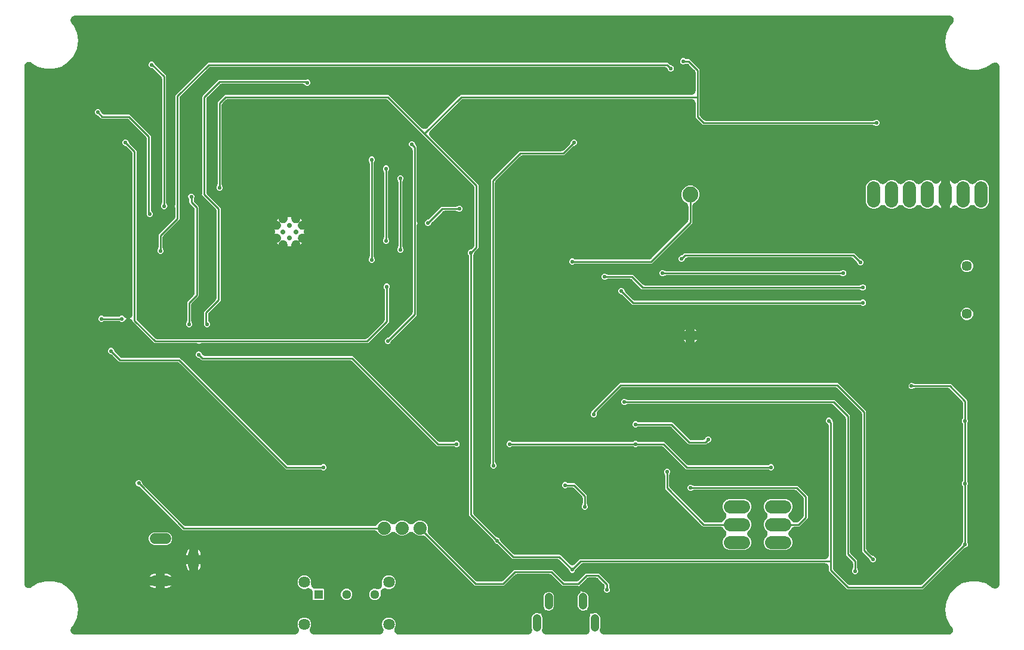
<source format=gbr>
G04 EAGLE Gerber RS-274X export*
G75*
%MOMM*%
%FSLAX34Y34*%
%LPD*%
%INBottom Copper*%
%IPPOS*%
%AMOC8*
5,1,8,0,0,1.08239X$1,22.5*%
G01*
%ADD10C,0.708000*%
%ADD11C,1.755000*%
%ADD12C,2.250000*%
%ADD13C,1.447800*%
%ADD14C,1.879600*%
%ADD15C,1.158000*%
%ADD16C,1.208000*%
%ADD17C,1.879600*%
%ADD18C,1.508000*%
%ADD19C,1.635000*%
%ADD20R,1.298000X1.298000*%
%ADD21C,1.298000*%
%ADD22C,0.558800*%
%ADD23C,0.254000*%

G36*
X388444Y5091D02*
X388444Y5091D01*
X388624Y5091D01*
X388799Y5111D01*
X388975Y5121D01*
X389153Y5151D01*
X389332Y5171D01*
X389504Y5211D01*
X389677Y5240D01*
X389851Y5290D01*
X390027Y5330D01*
X390193Y5389D01*
X390362Y5437D01*
X390529Y5506D01*
X390699Y5566D01*
X390857Y5643D01*
X391020Y5710D01*
X391178Y5798D01*
X391340Y5876D01*
X391490Y5970D01*
X391644Y6055D01*
X391790Y6159D01*
X391943Y6256D01*
X392081Y6366D01*
X392224Y6467D01*
X392359Y6587D01*
X392500Y6700D01*
X392624Y6825D01*
X392755Y6942D01*
X392876Y7077D01*
X393003Y7205D01*
X393113Y7342D01*
X393230Y7474D01*
X393334Y7621D01*
X393447Y7762D01*
X393540Y7911D01*
X393642Y8055D01*
X393729Y8213D01*
X393825Y8366D01*
X393901Y8524D01*
X393986Y8679D01*
X394055Y8846D01*
X394133Y9008D01*
X394191Y9174D01*
X394258Y9337D01*
X394308Y9511D01*
X394367Y9681D01*
X394406Y9853D01*
X394455Y10022D01*
X394485Y10200D01*
X394525Y10376D01*
X394544Y10551D01*
X394574Y10724D01*
X394584Y10904D01*
X394604Y11084D01*
X394603Y11260D01*
X394613Y11436D01*
X394603Y11616D01*
X394603Y11796D01*
X394583Y11971D01*
X394572Y12147D01*
X394542Y12325D01*
X394522Y12504D01*
X394482Y12676D01*
X394452Y12849D01*
X394402Y13022D01*
X394362Y13198D01*
X394303Y13367D01*
X394255Y13534D01*
X394189Y13692D01*
X394130Y13860D01*
X392580Y17601D01*
X392580Y21459D01*
X394057Y25024D01*
X396786Y27753D01*
X400351Y29230D01*
X404209Y29230D01*
X407774Y27753D01*
X410503Y25024D01*
X411980Y21459D01*
X411980Y17601D01*
X410430Y13860D01*
X410371Y13689D01*
X410302Y13523D01*
X410253Y13354D01*
X410195Y13187D01*
X410155Y13011D01*
X410105Y12838D01*
X410076Y12665D01*
X410036Y12493D01*
X410016Y12313D01*
X409986Y12136D01*
X409977Y11960D01*
X409957Y11785D01*
X409957Y11604D01*
X409947Y11424D01*
X409957Y11248D01*
X409957Y11072D01*
X409977Y10893D01*
X409988Y10713D01*
X410017Y10540D01*
X410037Y10364D01*
X410077Y10188D01*
X410108Y10011D01*
X410156Y9842D01*
X410196Y9670D01*
X410255Y9500D01*
X410305Y9326D01*
X410373Y9164D01*
X410431Y8998D01*
X410510Y8835D01*
X410579Y8669D01*
X410664Y8514D01*
X410741Y8356D01*
X410837Y8203D01*
X410924Y8045D01*
X411026Y7902D01*
X411120Y7753D01*
X411233Y7612D01*
X411337Y7465D01*
X411455Y7334D01*
X411565Y7196D01*
X411692Y7069D01*
X411813Y6934D01*
X411944Y6817D01*
X412069Y6693D01*
X412210Y6580D01*
X412344Y6460D01*
X412488Y6359D01*
X412626Y6249D01*
X412779Y6153D01*
X412926Y6049D01*
X413080Y5964D01*
X413230Y5870D01*
X413392Y5792D01*
X413550Y5705D01*
X413713Y5638D01*
X413872Y5562D01*
X414042Y5502D01*
X414209Y5434D01*
X414378Y5385D01*
X414544Y5327D01*
X414720Y5287D01*
X414894Y5238D01*
X415067Y5208D01*
X415239Y5169D01*
X415418Y5149D01*
X415596Y5119D01*
X415775Y5110D01*
X415947Y5090D01*
X416119Y5091D01*
X416296Y5081D01*
X508264Y5081D01*
X508444Y5091D01*
X508624Y5091D01*
X508799Y5111D01*
X508975Y5121D01*
X509153Y5151D01*
X509332Y5171D01*
X509504Y5211D01*
X509677Y5240D01*
X509851Y5290D01*
X510027Y5330D01*
X510193Y5389D01*
X510362Y5437D01*
X510529Y5506D01*
X510699Y5566D01*
X510857Y5643D01*
X511020Y5710D01*
X511178Y5798D01*
X511340Y5876D01*
X511490Y5970D01*
X511644Y6055D01*
X511790Y6159D01*
X511943Y6256D01*
X512081Y6366D01*
X512224Y6467D01*
X512359Y6587D01*
X512500Y6700D01*
X512624Y6825D01*
X512755Y6942D01*
X512876Y7077D01*
X513003Y7205D01*
X513113Y7342D01*
X513230Y7474D01*
X513334Y7621D01*
X513447Y7762D01*
X513540Y7911D01*
X513642Y8055D01*
X513729Y8213D01*
X513825Y8366D01*
X513901Y8524D01*
X513986Y8679D01*
X514055Y8846D01*
X514133Y9008D01*
X514191Y9174D01*
X514258Y9337D01*
X514308Y9511D01*
X514367Y9681D01*
X514406Y9853D01*
X514455Y10022D01*
X514485Y10200D01*
X514525Y10376D01*
X514544Y10551D01*
X514574Y10724D01*
X514584Y10904D01*
X514604Y11084D01*
X514603Y11260D01*
X514613Y11436D01*
X514603Y11616D01*
X514603Y11796D01*
X514583Y11971D01*
X514572Y12147D01*
X514542Y12325D01*
X514522Y12504D01*
X514482Y12676D01*
X514452Y12849D01*
X514402Y13022D01*
X514362Y13198D01*
X514303Y13367D01*
X514255Y13534D01*
X514189Y13692D01*
X514130Y13860D01*
X512580Y17601D01*
X512580Y21459D01*
X514057Y25024D01*
X516786Y27753D01*
X520351Y29230D01*
X524209Y29230D01*
X527774Y27753D01*
X530503Y25024D01*
X531980Y21459D01*
X531980Y17601D01*
X530430Y13860D01*
X530371Y13689D01*
X530302Y13523D01*
X530253Y13354D01*
X530195Y13187D01*
X530155Y13011D01*
X530105Y12838D01*
X530076Y12665D01*
X530036Y12493D01*
X530016Y12313D01*
X529986Y12136D01*
X529977Y11960D01*
X529957Y11785D01*
X529957Y11604D01*
X529947Y11424D01*
X529957Y11248D01*
X529957Y11072D01*
X529977Y10893D01*
X529988Y10713D01*
X530017Y10540D01*
X530037Y10364D01*
X530077Y10188D01*
X530108Y10011D01*
X530156Y9842D01*
X530196Y9670D01*
X530255Y9500D01*
X530305Y9326D01*
X530373Y9164D01*
X530431Y8998D01*
X530510Y8835D01*
X530579Y8669D01*
X530664Y8514D01*
X530741Y8356D01*
X530837Y8203D01*
X530924Y8045D01*
X531026Y7902D01*
X531120Y7753D01*
X531233Y7612D01*
X531337Y7465D01*
X531455Y7334D01*
X531565Y7196D01*
X531692Y7069D01*
X531813Y6934D01*
X531944Y6817D01*
X532069Y6693D01*
X532210Y6580D01*
X532344Y6460D01*
X532488Y6359D01*
X532626Y6249D01*
X532779Y6153D01*
X532926Y6049D01*
X533080Y5964D01*
X533230Y5870D01*
X533392Y5792D01*
X533550Y5705D01*
X533713Y5638D01*
X533872Y5562D01*
X534042Y5502D01*
X534209Y5434D01*
X534378Y5385D01*
X534544Y5327D01*
X534720Y5287D01*
X534894Y5238D01*
X535067Y5208D01*
X535239Y5169D01*
X535418Y5149D01*
X535596Y5119D01*
X535775Y5110D01*
X535947Y5090D01*
X536119Y5091D01*
X536296Y5081D01*
X719076Y5081D01*
X719256Y5091D01*
X719437Y5091D01*
X719612Y5111D01*
X719787Y5121D01*
X719966Y5151D01*
X720145Y5171D01*
X720316Y5211D01*
X720490Y5240D01*
X720663Y5290D01*
X720839Y5330D01*
X721005Y5389D01*
X721174Y5437D01*
X721341Y5506D01*
X721511Y5566D01*
X721670Y5643D01*
X721833Y5710D01*
X721990Y5798D01*
X722153Y5876D01*
X722302Y5970D01*
X722456Y6055D01*
X722603Y6159D01*
X722756Y6256D01*
X722894Y6366D01*
X723037Y6467D01*
X723171Y6588D01*
X723312Y6700D01*
X723437Y6825D01*
X723568Y6942D01*
X723688Y7077D01*
X723815Y7205D01*
X723925Y7343D01*
X724042Y7474D01*
X724147Y7621D01*
X724259Y7762D01*
X724352Y7911D01*
X724454Y8055D01*
X724542Y8213D01*
X724637Y8366D01*
X724713Y8524D01*
X724798Y8679D01*
X724867Y8846D01*
X724945Y9008D01*
X725003Y9174D01*
X725071Y9337D01*
X725120Y9511D01*
X725180Y9681D01*
X725219Y9853D01*
X725267Y10022D01*
X725297Y10200D01*
X725337Y10376D01*
X725357Y10551D01*
X725386Y10724D01*
X725396Y10904D01*
X725416Y11084D01*
X725416Y11260D01*
X725425Y11436D01*
X725415Y11616D01*
X725415Y11796D01*
X725395Y11972D01*
X725385Y12147D01*
X725355Y12324D01*
X725334Y12504D01*
X725294Y12676D01*
X725265Y12849D01*
X725215Y13022D01*
X725174Y13198D01*
X725115Y13367D01*
X725067Y13534D01*
X725001Y13692D01*
X724942Y13860D01*
X724865Y14045D01*
X724865Y29135D01*
X726017Y31915D01*
X728145Y34043D01*
X730925Y35195D01*
X733935Y35195D01*
X734321Y35035D01*
X734323Y35034D01*
X734324Y35034D01*
X734662Y34915D01*
X734994Y34799D01*
X734995Y34799D01*
X734996Y34799D01*
X735316Y34726D01*
X735688Y34641D01*
X735690Y34641D01*
X735691Y34640D01*
X736024Y34603D01*
X736396Y34561D01*
X736398Y34561D01*
X736399Y34561D01*
X736757Y34561D01*
X737109Y34561D01*
X737110Y34562D01*
X737111Y34562D01*
X737489Y34604D01*
X737817Y34641D01*
X737818Y34642D01*
X737819Y34642D01*
X738163Y34721D01*
X738511Y34800D01*
X738512Y34801D01*
X738514Y34801D01*
X738849Y34919D01*
X738869Y34925D01*
X738866Y34915D01*
X738790Y34578D01*
X738790Y34577D01*
X738789Y34575D01*
X738745Y34181D01*
X738711Y33870D01*
X738711Y33868D01*
X738711Y33867D01*
X738711Y33486D01*
X738711Y33157D01*
X738712Y33156D01*
X738712Y33155D01*
X738756Y32763D01*
X738792Y32450D01*
X738792Y32448D01*
X738793Y32447D01*
X738869Y32114D01*
X738951Y31755D01*
X738952Y31754D01*
X738952Y31752D01*
X739184Y31091D01*
X739995Y29135D01*
X739995Y14045D01*
X739918Y13860D01*
X739858Y13690D01*
X739789Y13523D01*
X739741Y13353D01*
X739683Y13187D01*
X739642Y13012D01*
X739593Y12838D01*
X739563Y12664D01*
X739524Y12493D01*
X739504Y12313D01*
X739474Y12136D01*
X739464Y11960D01*
X739444Y11785D01*
X739445Y11605D01*
X739435Y11424D01*
X739445Y11249D01*
X739445Y11072D01*
X739465Y10893D01*
X739475Y10713D01*
X739505Y10540D01*
X739525Y10365D01*
X739565Y10188D01*
X739595Y10011D01*
X739644Y9842D01*
X739683Y9670D01*
X739743Y9500D01*
X739793Y9326D01*
X739861Y9164D01*
X739919Y8998D01*
X739997Y8835D01*
X740067Y8669D01*
X740152Y8515D01*
X740228Y8356D01*
X740324Y8203D01*
X740412Y8045D01*
X740514Y7902D01*
X740608Y7753D01*
X740720Y7612D01*
X740825Y7465D01*
X740942Y7334D01*
X741052Y7196D01*
X741180Y7069D01*
X741300Y6934D01*
X741432Y6817D01*
X741556Y6693D01*
X741697Y6580D01*
X741832Y6460D01*
X741976Y6359D01*
X742114Y6249D01*
X742266Y6153D01*
X742414Y6049D01*
X742568Y5964D01*
X742717Y5870D01*
X742880Y5792D01*
X743038Y5705D01*
X743200Y5638D01*
X743359Y5562D01*
X743530Y5502D01*
X743696Y5434D01*
X743865Y5385D01*
X744032Y5327D01*
X744208Y5287D01*
X744381Y5238D01*
X744555Y5208D01*
X744727Y5169D01*
X744906Y5149D01*
X745084Y5119D01*
X745262Y5110D01*
X745435Y5090D01*
X745607Y5091D01*
X745784Y5081D01*
X801076Y5081D01*
X801256Y5091D01*
X801437Y5091D01*
X801612Y5111D01*
X801787Y5121D01*
X801966Y5151D01*
X802145Y5171D01*
X802316Y5211D01*
X802490Y5240D01*
X802663Y5290D01*
X802839Y5330D01*
X803005Y5389D01*
X803174Y5437D01*
X803341Y5506D01*
X803511Y5566D01*
X803670Y5643D01*
X803833Y5710D01*
X803990Y5798D01*
X804153Y5876D01*
X804302Y5970D01*
X804456Y6055D01*
X804603Y6159D01*
X804756Y6256D01*
X804894Y6366D01*
X805037Y6467D01*
X805171Y6588D01*
X805312Y6700D01*
X805437Y6825D01*
X805568Y6942D01*
X805688Y7077D01*
X805815Y7205D01*
X805925Y7343D01*
X806042Y7474D01*
X806147Y7621D01*
X806259Y7762D01*
X806352Y7911D01*
X806454Y8055D01*
X806542Y8213D01*
X806637Y8366D01*
X806713Y8524D01*
X806798Y8679D01*
X806867Y8846D01*
X806945Y9008D01*
X807003Y9174D01*
X807071Y9337D01*
X807120Y9511D01*
X807180Y9681D01*
X807219Y9853D01*
X807267Y10022D01*
X807297Y10200D01*
X807337Y10376D01*
X807357Y10551D01*
X807386Y10724D01*
X807396Y10904D01*
X807416Y11084D01*
X807416Y11260D01*
X807425Y11436D01*
X807415Y11616D01*
X807415Y11796D01*
X807395Y11972D01*
X807385Y12147D01*
X807355Y12324D01*
X807334Y12504D01*
X807294Y12676D01*
X807265Y12849D01*
X807215Y13022D01*
X807174Y13198D01*
X807115Y13367D01*
X807067Y13534D01*
X807001Y13692D01*
X806942Y13860D01*
X806865Y14045D01*
X806865Y29135D01*
X807676Y31091D01*
X807676Y31092D01*
X807677Y31094D01*
X807779Y31385D01*
X807911Y31763D01*
X807911Y31765D01*
X807912Y31766D01*
X807983Y32079D01*
X808069Y32458D01*
X808069Y32459D01*
X808070Y32461D01*
X808114Y32853D01*
X808149Y33166D01*
X808149Y33167D01*
X808149Y33169D01*
X808149Y33526D01*
X808149Y33878D01*
X808149Y33880D01*
X808149Y33881D01*
X808115Y34181D01*
X808069Y34586D01*
X808069Y34588D01*
X808068Y34589D01*
X807999Y34893D01*
X807991Y34925D01*
X808045Y34907D01*
X808357Y34798D01*
X808358Y34798D01*
X808360Y34797D01*
X808751Y34708D01*
X809052Y34640D01*
X809053Y34640D01*
X809055Y34639D01*
X809427Y34598D01*
X809760Y34561D01*
X809761Y34561D01*
X809763Y34561D01*
X810126Y34561D01*
X810472Y34562D01*
X810474Y34562D01*
X810475Y34562D01*
X810824Y34602D01*
X811180Y34642D01*
X811182Y34643D01*
X811183Y34643D01*
X811503Y34716D01*
X811875Y34802D01*
X811876Y34802D01*
X811877Y34803D01*
X812539Y35035D01*
X812925Y35195D01*
X815935Y35195D01*
X818715Y34043D01*
X820843Y31915D01*
X821995Y29135D01*
X821995Y14045D01*
X821918Y13860D01*
X821858Y13690D01*
X821789Y13523D01*
X821741Y13353D01*
X821683Y13187D01*
X821642Y13012D01*
X821593Y12838D01*
X821563Y12664D01*
X821524Y12493D01*
X821504Y12313D01*
X821474Y12136D01*
X821464Y11960D01*
X821444Y11785D01*
X821445Y11605D01*
X821435Y11424D01*
X821445Y11249D01*
X821445Y11072D01*
X821465Y10893D01*
X821475Y10713D01*
X821505Y10540D01*
X821525Y10365D01*
X821565Y10188D01*
X821595Y10011D01*
X821644Y9842D01*
X821683Y9670D01*
X821743Y9500D01*
X821793Y9326D01*
X821861Y9164D01*
X821919Y8998D01*
X821997Y8835D01*
X822067Y8669D01*
X822152Y8515D01*
X822228Y8356D01*
X822324Y8203D01*
X822412Y8045D01*
X822514Y7902D01*
X822608Y7753D01*
X822720Y7612D01*
X822825Y7465D01*
X822942Y7334D01*
X823052Y7196D01*
X823180Y7069D01*
X823300Y6934D01*
X823432Y6817D01*
X823556Y6693D01*
X823697Y6580D01*
X823832Y6460D01*
X823976Y6359D01*
X824114Y6249D01*
X824266Y6153D01*
X824414Y6049D01*
X824568Y5964D01*
X824717Y5870D01*
X824880Y5792D01*
X825038Y5705D01*
X825200Y5638D01*
X825359Y5562D01*
X825530Y5502D01*
X825696Y5434D01*
X825865Y5385D01*
X826032Y5327D01*
X826208Y5287D01*
X826381Y5238D01*
X826555Y5208D01*
X826727Y5169D01*
X826906Y5149D01*
X827084Y5119D01*
X827262Y5110D01*
X827435Y5090D01*
X827607Y5091D01*
X827784Y5081D01*
X1316317Y5081D01*
X1316448Y5088D01*
X1316579Y5086D01*
X1316804Y5108D01*
X1317028Y5121D01*
X1317157Y5143D01*
X1317288Y5155D01*
X1317509Y5202D01*
X1317730Y5240D01*
X1317856Y5276D01*
X1317985Y5304D01*
X1318199Y5375D01*
X1318415Y5437D01*
X1318536Y5488D01*
X1318661Y5529D01*
X1318865Y5624D01*
X1319073Y5710D01*
X1319188Y5774D01*
X1319307Y5829D01*
X1319500Y5946D01*
X1319697Y6055D01*
X1319803Y6131D01*
X1319916Y6199D01*
X1320094Y6337D01*
X1320277Y6467D01*
X1320375Y6555D01*
X1320479Y6635D01*
X1320641Y6793D01*
X1320808Y6942D01*
X1320896Y7040D01*
X1320990Y7132D01*
X1321133Y7306D01*
X1321283Y7474D01*
X1321359Y7581D01*
X1321442Y7682D01*
X1321564Y7871D01*
X1321695Y8055D01*
X1321758Y8170D01*
X1321830Y8280D01*
X1321930Y8482D01*
X1322039Y8679D01*
X1322089Y8800D01*
X1322148Y8918D01*
X1322225Y9129D01*
X1322311Y9337D01*
X1322348Y9464D01*
X1322393Y9587D01*
X1322446Y9805D01*
X1322508Y10022D01*
X1322530Y10151D01*
X1322561Y10279D01*
X1322589Y10503D01*
X1322627Y10724D01*
X1322634Y10855D01*
X1322651Y10986D01*
X1322654Y11211D01*
X1322666Y11436D01*
X1322659Y11567D01*
X1322660Y11698D01*
X1322638Y11922D01*
X1322625Y12147D01*
X1322603Y12276D01*
X1322590Y12407D01*
X1322543Y12627D01*
X1322505Y12849D01*
X1322469Y12975D01*
X1322442Y13104D01*
X1322370Y13317D01*
X1322308Y13534D01*
X1322257Y13655D01*
X1322216Y13779D01*
X1322121Y13983D01*
X1322034Y14191D01*
X1321971Y14306D01*
X1321915Y14425D01*
X1321798Y14618D01*
X1321689Y14815D01*
X1321613Y14921D01*
X1321544Y15034D01*
X1321403Y15216D01*
X1321276Y15395D01*
X1321193Y15487D01*
X1321115Y15588D01*
X1318416Y18703D01*
X1313618Y29209D01*
X1311975Y40640D01*
X1313618Y52071D01*
X1318416Y62577D01*
X1325979Y71305D01*
X1335694Y77549D01*
X1346775Y80802D01*
X1358325Y80802D01*
X1369406Y77549D01*
X1378837Y71487D01*
X1378867Y71471D01*
X1378895Y71451D01*
X1379178Y71294D01*
X1379457Y71136D01*
X1379489Y71123D01*
X1379519Y71106D01*
X1379817Y70983D01*
X1380113Y70857D01*
X1380146Y70847D01*
X1380177Y70834D01*
X1380488Y70745D01*
X1380795Y70653D01*
X1380829Y70647D01*
X1380862Y70637D01*
X1381181Y70584D01*
X1381496Y70527D01*
X1381531Y70524D01*
X1381564Y70519D01*
X1381886Y70501D01*
X1382207Y70480D01*
X1382241Y70481D01*
X1382276Y70479D01*
X1382597Y70498D01*
X1382919Y70513D01*
X1382953Y70518D01*
X1382987Y70520D01*
X1383304Y70574D01*
X1383622Y70625D01*
X1383655Y70634D01*
X1383689Y70640D01*
X1383998Y70729D01*
X1384309Y70816D01*
X1384341Y70829D01*
X1384374Y70838D01*
X1384670Y70961D01*
X1384970Y71082D01*
X1385000Y71098D01*
X1385031Y71111D01*
X1385313Y71267D01*
X1385596Y71421D01*
X1385625Y71440D01*
X1385655Y71457D01*
X1385916Y71643D01*
X1386181Y71827D01*
X1386207Y71850D01*
X1386235Y71870D01*
X1386474Y72084D01*
X1386717Y72297D01*
X1386740Y72322D01*
X1386766Y72345D01*
X1386979Y72585D01*
X1387197Y72824D01*
X1387217Y72851D01*
X1387240Y72877D01*
X1387425Y73140D01*
X1387614Y73401D01*
X1387631Y73431D01*
X1387651Y73459D01*
X1387806Y73741D01*
X1387965Y74021D01*
X1387978Y74053D01*
X1387995Y74083D01*
X1388117Y74380D01*
X1388243Y74677D01*
X1388253Y74710D01*
X1388266Y74741D01*
X1388355Y75050D01*
X1388447Y75359D01*
X1388453Y75393D01*
X1388462Y75426D01*
X1388516Y75744D01*
X1388573Y76061D01*
X1388575Y76095D01*
X1388581Y76129D01*
X1388600Y76480D01*
X1388619Y76772D01*
X1388618Y76800D01*
X1388619Y76829D01*
X1388619Y810901D01*
X1388617Y810936D01*
X1388619Y810970D01*
X1388597Y811291D01*
X1388579Y811613D01*
X1388574Y811646D01*
X1388571Y811681D01*
X1388514Y811998D01*
X1388460Y812315D01*
X1388450Y812348D01*
X1388444Y812382D01*
X1388352Y812690D01*
X1388263Y813000D01*
X1388249Y813031D01*
X1388240Y813064D01*
X1388114Y813359D01*
X1387990Y813658D01*
X1387973Y813688D01*
X1387960Y813719D01*
X1387801Y813999D01*
X1387645Y814281D01*
X1387625Y814309D01*
X1387608Y814339D01*
X1387418Y814601D01*
X1387233Y814862D01*
X1387210Y814887D01*
X1387190Y814915D01*
X1386972Y815154D01*
X1386758Y815393D01*
X1386732Y815416D01*
X1386709Y815441D01*
X1386467Y815653D01*
X1386226Y815867D01*
X1386198Y815887D01*
X1386172Y815910D01*
X1385908Y816093D01*
X1385645Y816279D01*
X1385615Y816296D01*
X1385587Y816315D01*
X1385303Y816468D01*
X1385021Y816624D01*
X1384990Y816637D01*
X1384959Y816653D01*
X1384659Y816773D01*
X1384363Y816896D01*
X1384330Y816905D01*
X1384298Y816918D01*
X1383988Y817004D01*
X1383678Y817093D01*
X1383644Y817098D01*
X1383611Y817107D01*
X1383293Y817158D01*
X1382976Y817211D01*
X1382941Y817213D01*
X1382908Y817219D01*
X1382586Y817233D01*
X1382264Y817251D01*
X1382230Y817249D01*
X1382196Y817250D01*
X1381875Y817228D01*
X1381553Y817210D01*
X1381519Y817204D01*
X1381485Y817202D01*
X1381168Y817144D01*
X1380851Y817090D01*
X1380818Y817080D01*
X1380784Y817074D01*
X1380476Y816981D01*
X1380166Y816892D01*
X1380135Y816879D01*
X1380102Y816869D01*
X1379805Y816742D01*
X1379509Y816619D01*
X1379479Y816602D01*
X1379447Y816589D01*
X1379141Y816415D01*
X1378885Y816273D01*
X1378862Y816257D01*
X1378837Y816243D01*
X1369406Y810181D01*
X1358325Y806928D01*
X1346775Y806928D01*
X1335694Y810181D01*
X1325979Y816425D01*
X1318416Y825153D01*
X1313618Y835659D01*
X1311975Y847090D01*
X1313618Y858521D01*
X1318416Y869027D01*
X1322129Y873312D01*
X1322209Y873416D01*
X1322297Y873514D01*
X1322427Y873698D01*
X1322565Y873876D01*
X1322633Y873988D01*
X1322709Y874095D01*
X1322818Y874293D01*
X1322934Y874485D01*
X1322989Y874604D01*
X1323053Y874719D01*
X1323139Y874927D01*
X1323234Y875131D01*
X1323275Y875256D01*
X1323325Y875377D01*
X1323387Y875594D01*
X1323458Y875807D01*
X1323486Y875936D01*
X1323522Y876062D01*
X1323559Y876284D01*
X1323606Y876504D01*
X1323619Y876635D01*
X1323641Y876764D01*
X1323653Y876989D01*
X1323675Y877213D01*
X1323673Y877345D01*
X1323680Y877476D01*
X1323667Y877700D01*
X1323664Y877926D01*
X1323647Y878056D01*
X1323639Y878187D01*
X1323601Y878409D01*
X1323573Y878632D01*
X1323541Y878760D01*
X1323519Y878889D01*
X1323457Y879105D01*
X1323403Y879324D01*
X1323358Y879448D01*
X1323321Y879574D01*
X1323235Y879781D01*
X1323157Y879993D01*
X1323098Y880110D01*
X1323048Y880231D01*
X1322939Y880429D01*
X1322838Y880630D01*
X1322766Y880740D01*
X1322703Y880855D01*
X1322572Y881038D01*
X1322449Y881227D01*
X1322365Y881328D01*
X1322290Y881435D01*
X1322140Y881602D01*
X1321996Y881777D01*
X1321902Y881868D01*
X1321814Y881966D01*
X1321646Y882115D01*
X1321484Y882272D01*
X1321380Y882352D01*
X1321282Y882440D01*
X1321098Y882570D01*
X1320920Y882707D01*
X1320808Y882775D01*
X1320701Y882851D01*
X1320503Y882960D01*
X1320311Y883076D01*
X1320192Y883131D01*
X1320077Y883195D01*
X1319868Y883281D01*
X1319664Y883375D01*
X1319539Y883416D01*
X1319418Y883466D01*
X1319201Y883528D01*
X1318988Y883599D01*
X1318859Y883626D01*
X1318733Y883662D01*
X1318511Y883700D01*
X1318291Y883746D01*
X1318160Y883759D01*
X1318031Y883781D01*
X1317800Y883793D01*
X1317582Y883814D01*
X1317458Y883812D01*
X1317331Y883819D01*
X76960Y883819D01*
X76829Y883812D01*
X76698Y883814D01*
X76473Y883792D01*
X76249Y883779D01*
X76119Y883757D01*
X75989Y883745D01*
X75768Y883698D01*
X75546Y883660D01*
X75420Y883624D01*
X75292Y883596D01*
X75078Y883525D01*
X74862Y883463D01*
X74741Y883412D01*
X74616Y883371D01*
X74412Y883276D01*
X74203Y883190D01*
X74089Y883126D01*
X73970Y883071D01*
X73777Y882954D01*
X73580Y882845D01*
X73473Y882769D01*
X73361Y882701D01*
X73182Y882563D01*
X72999Y882433D01*
X72902Y882345D01*
X72798Y882265D01*
X72636Y882107D01*
X72468Y881958D01*
X72381Y881860D01*
X72287Y881768D01*
X72144Y881594D01*
X71994Y881426D01*
X71918Y881319D01*
X71835Y881218D01*
X71712Y881029D01*
X71582Y880845D01*
X71518Y880730D01*
X71447Y880620D01*
X71346Y880418D01*
X71238Y880221D01*
X71187Y880100D01*
X71129Y879982D01*
X71051Y879771D01*
X70965Y879563D01*
X70929Y879437D01*
X70884Y879313D01*
X70831Y879095D01*
X70769Y878878D01*
X70747Y878749D01*
X70716Y878621D01*
X70687Y878397D01*
X70650Y878176D01*
X70643Y878045D01*
X70626Y877914D01*
X70623Y877689D01*
X70611Y877464D01*
X70618Y877333D01*
X70616Y877202D01*
X70638Y876978D01*
X70651Y876753D01*
X70673Y876624D01*
X70686Y876493D01*
X70733Y876273D01*
X70771Y876051D01*
X70808Y875925D01*
X70835Y875796D01*
X70907Y875583D01*
X70969Y875366D01*
X71020Y875245D01*
X71061Y875121D01*
X71156Y874917D01*
X71243Y874709D01*
X71306Y874594D01*
X71361Y874475D01*
X71479Y874283D01*
X71588Y874085D01*
X71664Y873978D01*
X71732Y873866D01*
X71873Y873684D01*
X72001Y873505D01*
X72084Y873413D01*
X72161Y873312D01*
X74774Y870297D01*
X79572Y859791D01*
X81215Y848360D01*
X79572Y836929D01*
X74774Y826423D01*
X67211Y817695D01*
X57496Y811451D01*
X46415Y808198D01*
X34865Y808198D01*
X23784Y811451D01*
X14863Y817185D01*
X14833Y817202D01*
X14805Y817222D01*
X14522Y817378D01*
X14243Y817536D01*
X14211Y817549D01*
X14181Y817566D01*
X13884Y817689D01*
X13587Y817815D01*
X13554Y817825D01*
X13523Y817838D01*
X13213Y817927D01*
X12905Y818019D01*
X12871Y818025D01*
X12838Y818035D01*
X12520Y818089D01*
X12204Y818146D01*
X12169Y818148D01*
X12136Y818154D01*
X11814Y818171D01*
X11493Y818193D01*
X11459Y818191D01*
X11424Y818193D01*
X11103Y818175D01*
X10781Y818160D01*
X10747Y818154D01*
X10713Y818152D01*
X10396Y818098D01*
X10078Y818047D01*
X10045Y818038D01*
X10011Y818032D01*
X9702Y817943D01*
X9391Y817857D01*
X9359Y817844D01*
X9326Y817834D01*
X9029Y817711D01*
X8730Y817590D01*
X8700Y817574D01*
X8669Y817561D01*
X8387Y817405D01*
X8104Y817252D01*
X8075Y817232D01*
X8045Y817216D01*
X7783Y817029D01*
X7519Y816845D01*
X7493Y816822D01*
X7465Y816803D01*
X7226Y816588D01*
X6983Y816375D01*
X6960Y816350D01*
X6934Y816327D01*
X6721Y816087D01*
X6503Y815849D01*
X6483Y815821D01*
X6460Y815795D01*
X6275Y815533D01*
X6086Y815271D01*
X6069Y815242D01*
X6049Y815214D01*
X5894Y814932D01*
X5735Y814651D01*
X5722Y814620D01*
X5705Y814590D01*
X5583Y814292D01*
X5457Y813996D01*
X5447Y813963D01*
X5434Y813931D01*
X5345Y813622D01*
X5253Y813313D01*
X5247Y813279D01*
X5238Y813246D01*
X5184Y812928D01*
X5127Y812612D01*
X5125Y812578D01*
X5119Y812544D01*
X5100Y812191D01*
X5081Y811901D01*
X5082Y811872D01*
X5081Y811844D01*
X5081Y77156D01*
X5083Y77122D01*
X5081Y77088D01*
X5103Y76767D01*
X5121Y76445D01*
X5126Y76411D01*
X5129Y76377D01*
X5186Y76059D01*
X5240Y75743D01*
X5250Y75710D01*
X5256Y75676D01*
X5349Y75367D01*
X5437Y75058D01*
X5451Y75027D01*
X5460Y74994D01*
X5587Y74698D01*
X5710Y74400D01*
X5727Y74370D01*
X5740Y74339D01*
X5899Y74058D01*
X6055Y73777D01*
X6075Y73749D01*
X6092Y73719D01*
X6282Y73457D01*
X6467Y73196D01*
X6490Y73170D01*
X6510Y73143D01*
X6728Y72904D01*
X6942Y72665D01*
X6968Y72642D01*
X6991Y72617D01*
X7233Y72405D01*
X7474Y72190D01*
X7502Y72170D01*
X7528Y72148D01*
X7791Y71966D01*
X8055Y71778D01*
X8085Y71762D01*
X8113Y71742D01*
X8396Y71590D01*
X8679Y71434D01*
X8710Y71421D01*
X8741Y71405D01*
X9040Y71285D01*
X9337Y71162D01*
X9370Y71152D01*
X9402Y71140D01*
X9712Y71054D01*
X10022Y70965D01*
X10056Y70960D01*
X10089Y70950D01*
X10407Y70900D01*
X10724Y70846D01*
X10759Y70845D01*
X10792Y70839D01*
X11114Y70825D01*
X11436Y70807D01*
X11470Y70809D01*
X11504Y70808D01*
X11825Y70829D01*
X12147Y70848D01*
X12181Y70854D01*
X12215Y70856D01*
X12532Y70914D01*
X12849Y70968D01*
X12882Y70977D01*
X12916Y70983D01*
X13225Y71076D01*
X13534Y71166D01*
X13565Y71179D01*
X13598Y71189D01*
X13895Y71316D01*
X14191Y71439D01*
X14221Y71456D01*
X14253Y71469D01*
X14559Y71643D01*
X14815Y71784D01*
X14838Y71801D01*
X14863Y71815D01*
X23784Y77549D01*
X34865Y80802D01*
X46415Y80802D01*
X57496Y77549D01*
X67211Y71305D01*
X74774Y62577D01*
X79572Y52071D01*
X81215Y40640D01*
X79572Y29209D01*
X74774Y18703D01*
X72075Y15588D01*
X71994Y15484D01*
X71907Y15386D01*
X71777Y15202D01*
X71639Y15024D01*
X71571Y14912D01*
X71495Y14805D01*
X71386Y14607D01*
X71269Y14415D01*
X71214Y14296D01*
X71151Y14181D01*
X71065Y13973D01*
X70970Y13769D01*
X70929Y13644D01*
X70879Y13523D01*
X70817Y13306D01*
X70745Y13093D01*
X70718Y12964D01*
X70682Y12838D01*
X70644Y12616D01*
X70598Y12396D01*
X70585Y12265D01*
X70563Y12136D01*
X70551Y11911D01*
X70529Y11687D01*
X70531Y11555D01*
X70524Y11424D01*
X70537Y11200D01*
X70540Y10974D01*
X70557Y10844D01*
X70564Y10713D01*
X70602Y10491D01*
X70631Y10268D01*
X70662Y10140D01*
X70685Y10011D01*
X70747Y9795D01*
X70801Y9576D01*
X70846Y9452D01*
X70882Y9326D01*
X70969Y9118D01*
X71047Y8907D01*
X71105Y8790D01*
X71156Y8669D01*
X71265Y8471D01*
X71366Y8270D01*
X71438Y8160D01*
X71501Y8045D01*
X71632Y7862D01*
X71755Y7673D01*
X71838Y7572D01*
X71914Y7465D01*
X72064Y7297D01*
X72208Y7123D01*
X72302Y7032D01*
X72390Y6934D01*
X72558Y6784D01*
X72720Y6628D01*
X72823Y6548D01*
X72921Y6460D01*
X73106Y6330D01*
X73284Y6193D01*
X73396Y6125D01*
X73503Y6049D01*
X73700Y5940D01*
X73893Y5824D01*
X74012Y5769D01*
X74127Y5705D01*
X74335Y5619D01*
X74540Y5525D01*
X74664Y5484D01*
X74786Y5434D01*
X75002Y5372D01*
X75216Y5301D01*
X75344Y5274D01*
X75471Y5238D01*
X75693Y5200D01*
X75913Y5154D01*
X76044Y5141D01*
X76173Y5119D01*
X76403Y5107D01*
X76622Y5086D01*
X76746Y5088D01*
X76873Y5081D01*
X388264Y5081D01*
X388444Y5091D01*
G37*
%LPC*%
G36*
X1172924Y69595D02*
X1172924Y69595D01*
X1171897Y70021D01*
X1170218Y71700D01*
X1148660Y93258D01*
X1148654Y93263D01*
X1148654Y93264D01*
X1146981Y94937D01*
X1146555Y95964D01*
X1146555Y100076D01*
X1146555Y100079D01*
X1146555Y100082D01*
X1146535Y100429D01*
X1146515Y100787D01*
X1146515Y100790D01*
X1146515Y100793D01*
X1146459Y101121D01*
X1146396Y101490D01*
X1146395Y101492D01*
X1146395Y101495D01*
X1146298Y101830D01*
X1146199Y102174D01*
X1146197Y102177D01*
X1146197Y102180D01*
X1146063Y102500D01*
X1145926Y102832D01*
X1145924Y102835D01*
X1145923Y102837D01*
X1145751Y103148D01*
X1145581Y103456D01*
X1145579Y103458D01*
X1145578Y103461D01*
X1145367Y103758D01*
X1145169Y104037D01*
X1145167Y104039D01*
X1145165Y104041D01*
X1144925Y104309D01*
X1144694Y104568D01*
X1144691Y104570D01*
X1144690Y104572D01*
X1144425Y104807D01*
X1144162Y105042D01*
X1144160Y105044D01*
X1144158Y105046D01*
X1143877Y105244D01*
X1143581Y105454D01*
X1143578Y105456D01*
X1143576Y105457D01*
X1143280Y105620D01*
X1142957Y105798D01*
X1142954Y105799D01*
X1142952Y105801D01*
X1142634Y105932D01*
X1142299Y106070D01*
X1142296Y106071D01*
X1142293Y106072D01*
X1141964Y106167D01*
X1141614Y106267D01*
X1141611Y106268D01*
X1141609Y106268D01*
X1141255Y106328D01*
X1140912Y106386D01*
X1140909Y106386D01*
X1140906Y106387D01*
X1140206Y106425D01*
X798258Y106425D01*
X798253Y106425D01*
X798249Y106425D01*
X797896Y106405D01*
X797546Y106385D01*
X797542Y106385D01*
X797538Y106384D01*
X797187Y106324D01*
X796844Y106266D01*
X796840Y106265D01*
X796836Y106264D01*
X796483Y106162D01*
X796159Y106069D01*
X796156Y106067D01*
X796151Y106066D01*
X795825Y105930D01*
X795501Y105796D01*
X795497Y105794D01*
X795494Y105792D01*
X795187Y105622D01*
X794878Y105451D01*
X794874Y105449D01*
X794871Y105446D01*
X794570Y105232D01*
X794297Y105039D01*
X794294Y105036D01*
X794290Y105033D01*
X793768Y104566D01*
X788398Y99196D01*
X788276Y99059D01*
X788147Y98930D01*
X788039Y98794D01*
X787924Y98665D01*
X787817Y98515D01*
X787704Y98372D01*
X787612Y98225D01*
X787511Y98084D01*
X787423Y97923D01*
X787326Y97768D01*
X787249Y97609D01*
X787167Y97460D01*
X787100Y97299D01*
X787022Y97136D01*
X785981Y94624D01*
X784766Y93409D01*
X782524Y92480D01*
X782363Y92402D01*
X782321Y92385D01*
X782275Y92404D01*
X782116Y92480D01*
X779874Y93409D01*
X778659Y94624D01*
X777618Y97136D01*
X777539Y97301D01*
X777468Y97470D01*
X777384Y97622D01*
X777309Y97778D01*
X777211Y97933D01*
X777123Y98093D01*
X777022Y98234D01*
X776930Y98381D01*
X776816Y98524D01*
X776709Y98674D01*
X776592Y98805D01*
X776486Y98938D01*
X776362Y99061D01*
X776242Y99196D01*
X764522Y110916D01*
X764519Y110918D01*
X764516Y110922D01*
X764255Y111155D01*
X763991Y111390D01*
X763987Y111393D01*
X763984Y111396D01*
X763702Y111595D01*
X763410Y111803D01*
X763406Y111805D01*
X763402Y111807D01*
X763092Y111978D01*
X762786Y112147D01*
X762782Y112149D01*
X762778Y112151D01*
X762454Y112285D01*
X762128Y112420D01*
X762124Y112421D01*
X762120Y112422D01*
X761781Y112519D01*
X761443Y112617D01*
X761439Y112617D01*
X761435Y112618D01*
X761079Y112678D01*
X760741Y112736D01*
X760737Y112736D01*
X760732Y112737D01*
X760032Y112775D01*
X697944Y112775D01*
X696917Y113201D01*
X677766Y132352D01*
X677629Y132474D01*
X677499Y132603D01*
X677364Y132711D01*
X677235Y132826D01*
X677086Y132932D01*
X676942Y133047D01*
X676795Y133139D01*
X676654Y133239D01*
X676493Y133327D01*
X676338Y133424D01*
X676179Y133501D01*
X676030Y133583D01*
X675869Y133650D01*
X675706Y133728D01*
X673194Y134769D01*
X671979Y135984D01*
X670938Y138496D01*
X670858Y138661D01*
X670788Y138830D01*
X670704Y138982D01*
X670629Y139138D01*
X670531Y139293D01*
X670443Y139453D01*
X670342Y139595D01*
X670250Y139741D01*
X670136Y139884D01*
X670029Y140034D01*
X669912Y140165D01*
X669806Y140298D01*
X669682Y140422D01*
X669562Y140556D01*
X636441Y173677D01*
X636015Y174704D01*
X636015Y541569D01*
X636005Y541752D01*
X636005Y541935D01*
X635985Y542107D01*
X635975Y542280D01*
X635945Y542461D01*
X635924Y542643D01*
X635885Y542812D01*
X635856Y542982D01*
X635805Y543158D01*
X635764Y543337D01*
X635706Y543503D01*
X635659Y543667D01*
X635592Y543828D01*
X635532Y543998D01*
X634491Y546511D01*
X634491Y548229D01*
X635149Y549816D01*
X636364Y551031D01*
X638876Y552072D01*
X639041Y552152D01*
X639210Y552222D01*
X639362Y552306D01*
X639518Y552381D01*
X639673Y552479D01*
X639833Y552568D01*
X639974Y552668D01*
X640121Y552760D01*
X640264Y552874D01*
X640414Y552981D01*
X640545Y553098D01*
X640678Y553204D01*
X640802Y553328D01*
X640936Y553448D01*
X641776Y554288D01*
X641778Y554291D01*
X641782Y554294D01*
X642015Y554556D01*
X642250Y554819D01*
X642253Y554823D01*
X642256Y554826D01*
X642453Y555105D01*
X642663Y555400D01*
X642665Y555404D01*
X642667Y555408D01*
X642831Y555705D01*
X643007Y556024D01*
X643009Y556028D01*
X643011Y556032D01*
X643141Y556348D01*
X643280Y556682D01*
X643281Y556686D01*
X643282Y556690D01*
X643378Y557026D01*
X643477Y557367D01*
X643477Y557371D01*
X643478Y557375D01*
X643537Y557722D01*
X643596Y558069D01*
X643596Y558073D01*
X643597Y558078D01*
X643635Y558778D01*
X643635Y638832D01*
X643635Y638837D01*
X643635Y638841D01*
X643616Y639176D01*
X643595Y639544D01*
X643595Y639548D01*
X643594Y639552D01*
X643535Y639897D01*
X643476Y640246D01*
X643475Y640250D01*
X643474Y640254D01*
X643372Y640607D01*
X643279Y640931D01*
X643277Y640934D01*
X643276Y640939D01*
X643140Y641265D01*
X643006Y641589D01*
X643004Y641593D01*
X643002Y641596D01*
X642833Y641901D01*
X642661Y642212D01*
X642659Y642216D01*
X642656Y642219D01*
X642444Y642518D01*
X642249Y642793D01*
X642246Y642796D01*
X642243Y642800D01*
X641776Y643322D01*
X521402Y763696D01*
X521399Y763698D01*
X521396Y763702D01*
X521133Y763936D01*
X520871Y764170D01*
X520867Y764173D01*
X520864Y764176D01*
X520579Y764377D01*
X520290Y764583D01*
X520286Y764585D01*
X520282Y764587D01*
X519972Y764758D01*
X519666Y764927D01*
X519662Y764929D01*
X519658Y764931D01*
X519334Y765065D01*
X519008Y765200D01*
X519004Y765201D01*
X519000Y765202D01*
X518661Y765299D01*
X518323Y765397D01*
X518319Y765397D01*
X518315Y765398D01*
X517959Y765458D01*
X517621Y765516D01*
X517617Y765516D01*
X517612Y765517D01*
X516912Y765555D01*
X294618Y765555D01*
X294613Y765555D01*
X294609Y765555D01*
X294256Y765535D01*
X293906Y765515D01*
X293902Y765515D01*
X293898Y765514D01*
X293547Y765454D01*
X293204Y765396D01*
X293200Y765395D01*
X293196Y765394D01*
X292843Y765292D01*
X292519Y765199D01*
X292516Y765197D01*
X292511Y765196D01*
X292185Y765060D01*
X291861Y764926D01*
X291857Y764924D01*
X291854Y764922D01*
X291547Y764752D01*
X291238Y764581D01*
X291234Y764579D01*
X291231Y764576D01*
X290932Y764364D01*
X290657Y764169D01*
X290654Y764166D01*
X290650Y764163D01*
X290128Y763696D01*
X286594Y760162D01*
X286592Y760159D01*
X286588Y760156D01*
X286354Y759893D01*
X286120Y759631D01*
X286117Y759627D01*
X286114Y759624D01*
X285913Y759339D01*
X285707Y759050D01*
X285705Y759046D01*
X285703Y759042D01*
X285532Y758732D01*
X285363Y758426D01*
X285361Y758422D01*
X285359Y758418D01*
X285225Y758094D01*
X285090Y757768D01*
X285089Y757764D01*
X285088Y757760D01*
X284991Y757421D01*
X284893Y757083D01*
X284893Y757079D01*
X284892Y757075D01*
X284832Y756719D01*
X284774Y756381D01*
X284774Y756377D01*
X284773Y756372D01*
X284735Y755672D01*
X284735Y645141D01*
X284745Y644958D01*
X284745Y644775D01*
X284765Y644603D01*
X284775Y644430D01*
X284805Y644249D01*
X284826Y644067D01*
X284865Y643898D01*
X284894Y643728D01*
X284945Y643552D01*
X284986Y643373D01*
X285044Y643207D01*
X285091Y643043D01*
X285158Y642882D01*
X285218Y642712D01*
X286259Y640199D01*
X286259Y638481D01*
X285601Y636894D01*
X284386Y635679D01*
X282799Y635021D01*
X281081Y635021D01*
X279494Y635679D01*
X278279Y636894D01*
X277621Y638481D01*
X277621Y640199D01*
X278662Y642712D01*
X278722Y642885D01*
X278792Y643054D01*
X278840Y643220D01*
X278897Y643384D01*
X278938Y643563D01*
X278988Y643739D01*
X279017Y643909D01*
X279056Y644079D01*
X279076Y644261D01*
X279107Y644441D01*
X279116Y644617D01*
X279135Y644786D01*
X279135Y644961D01*
X279145Y645141D01*
X279145Y760016D01*
X279571Y761043D01*
X289247Y770719D01*
X290274Y771145D01*
X521256Y771145D01*
X522283Y770719D01*
X568280Y724722D01*
X568282Y724720D01*
X568284Y724718D01*
X568564Y724469D01*
X568812Y724247D01*
X568814Y724246D01*
X568816Y724244D01*
X569102Y724041D01*
X569393Y723835D01*
X569395Y723834D01*
X569398Y723832D01*
X569713Y723658D01*
X570016Y723491D01*
X570019Y723490D01*
X570021Y723488D01*
X570358Y723349D01*
X570675Y723218D01*
X570677Y723217D01*
X570680Y723216D01*
X571027Y723117D01*
X571359Y723021D01*
X571362Y723021D01*
X571365Y723020D01*
X571732Y722958D01*
X572062Y722902D01*
X572064Y722902D01*
X572067Y722901D01*
X572434Y722881D01*
X572773Y722862D01*
X572776Y722862D01*
X572779Y722862D01*
X573129Y722882D01*
X573484Y722903D01*
X573487Y722903D01*
X573490Y722903D01*
X573830Y722962D01*
X574186Y723022D01*
X574189Y723023D01*
X574192Y723024D01*
X574540Y723124D01*
X574871Y723220D01*
X574873Y723221D01*
X574876Y723222D01*
X575209Y723360D01*
X575529Y723493D01*
X575531Y723494D01*
X575534Y723496D01*
X575834Y723662D01*
X576152Y723838D01*
X576155Y723840D01*
X576157Y723841D01*
X576445Y724046D01*
X576733Y724251D01*
X576735Y724253D01*
X576737Y724254D01*
X577260Y724722D01*
X602342Y749805D01*
X608691Y756154D01*
X608692Y756154D01*
X615041Y762503D01*
X621390Y768852D01*
X621390Y768853D01*
X623257Y770719D01*
X624284Y771145D01*
X950976Y771145D01*
X950979Y771145D01*
X950982Y771145D01*
X951329Y771165D01*
X951687Y771185D01*
X951690Y771185D01*
X951693Y771185D01*
X952033Y771244D01*
X952390Y771304D01*
X952392Y771305D01*
X952395Y771305D01*
X952740Y771405D01*
X953074Y771501D01*
X953077Y771503D01*
X953080Y771503D01*
X953404Y771638D01*
X953732Y771774D01*
X953735Y771776D01*
X953737Y771777D01*
X954049Y771949D01*
X954356Y772119D01*
X954358Y772121D01*
X954361Y772122D01*
X954658Y772333D01*
X954937Y772531D01*
X954939Y772533D01*
X954941Y772535D01*
X955209Y772775D01*
X955468Y773006D01*
X955470Y773009D01*
X955472Y773010D01*
X955709Y773277D01*
X955942Y773538D01*
X955944Y773540D01*
X955946Y773542D01*
X956143Y773822D01*
X956354Y774119D01*
X956356Y774122D01*
X956357Y774124D01*
X956517Y774415D01*
X956698Y774743D01*
X956699Y774746D01*
X956701Y774748D01*
X956828Y775056D01*
X956970Y775401D01*
X956971Y775404D01*
X956972Y775407D01*
X957066Y775733D01*
X957167Y776086D01*
X957168Y776089D01*
X957168Y776091D01*
X957228Y776445D01*
X957286Y776788D01*
X957286Y776791D01*
X957287Y776794D01*
X957325Y777494D01*
X957325Y802662D01*
X957325Y802667D01*
X957325Y802671D01*
X957305Y803024D01*
X957285Y803374D01*
X957285Y803378D01*
X957284Y803382D01*
X957224Y803733D01*
X957166Y804076D01*
X957165Y804080D01*
X957164Y804084D01*
X957062Y804437D01*
X956969Y804761D01*
X956967Y804764D01*
X956966Y804769D01*
X956834Y805086D01*
X956696Y805419D01*
X956694Y805423D01*
X956692Y805426D01*
X956525Y805728D01*
X956351Y806042D01*
X956349Y806046D01*
X956346Y806049D01*
X956138Y806342D01*
X955939Y806623D01*
X955936Y806626D01*
X955933Y806630D01*
X955466Y807152D01*
X948699Y813919D01*
X948563Y814040D01*
X948434Y814169D01*
X948298Y814277D01*
X948167Y814394D01*
X948019Y814499D01*
X947877Y814612D01*
X947729Y814705D01*
X947586Y814806D01*
X947427Y814894D01*
X947273Y814990D01*
X947116Y815066D01*
X946963Y815150D01*
X946795Y815220D01*
X946631Y815299D01*
X946466Y815356D01*
X946305Y815423D01*
X946130Y815473D01*
X945958Y815533D01*
X945788Y815572D01*
X945620Y815620D01*
X945441Y815650D01*
X945263Y815690D01*
X945089Y815710D01*
X944918Y815739D01*
X944736Y815749D01*
X944555Y815769D01*
X944380Y815769D01*
X944206Y815779D01*
X944025Y815768D01*
X943843Y815768D01*
X943669Y815748D01*
X943495Y815738D01*
X943316Y815708D01*
X943135Y815687D01*
X942965Y815648D01*
X942793Y815619D01*
X942618Y815568D01*
X942441Y815527D01*
X942273Y815469D01*
X942108Y815421D01*
X941948Y815355D01*
X941779Y815295D01*
X940659Y814831D01*
X938941Y814831D01*
X937342Y815494D01*
X937274Y815554D01*
X937147Y815681D01*
X937009Y815791D01*
X936877Y815909D01*
X936730Y816013D01*
X936590Y816125D01*
X936440Y816219D01*
X936296Y816321D01*
X936139Y816408D01*
X935987Y816503D01*
X935827Y816580D01*
X935672Y816666D01*
X935516Y816730D01*
X935516Y816752D01*
X935526Y816929D01*
X935516Y817107D01*
X935515Y817287D01*
X935495Y817463D01*
X935485Y817640D01*
X935481Y817662D01*
X935481Y820009D01*
X936139Y821596D01*
X937354Y822811D01*
X938941Y823469D01*
X940659Y823469D01*
X943172Y822428D01*
X943345Y822368D01*
X943514Y822298D01*
X943680Y822250D01*
X943844Y822193D01*
X944023Y822152D01*
X944199Y822102D01*
X944369Y822073D01*
X944539Y822034D01*
X944721Y822014D01*
X944901Y821983D01*
X945077Y821974D01*
X945246Y821955D01*
X945421Y821955D01*
X945601Y821945D01*
X947976Y821945D01*
X949003Y821519D01*
X962489Y808033D01*
X962915Y807006D01*
X962915Y744198D01*
X962915Y744193D01*
X962915Y744189D01*
X962935Y743834D01*
X962955Y743486D01*
X962955Y743482D01*
X962956Y743478D01*
X963017Y743121D01*
X963074Y742784D01*
X963075Y742780D01*
X963076Y742776D01*
X963179Y742419D01*
X963271Y742099D01*
X963273Y742096D01*
X963274Y742091D01*
X963410Y741765D01*
X963544Y741441D01*
X963546Y741437D01*
X963548Y741434D01*
X963724Y741117D01*
X963889Y740818D01*
X963891Y740814D01*
X963894Y740811D01*
X964106Y740512D01*
X964301Y740237D01*
X964304Y740234D01*
X964307Y740230D01*
X964774Y739708D01*
X968308Y736174D01*
X968311Y736172D01*
X968314Y736168D01*
X968578Y735933D01*
X968839Y735700D01*
X968843Y735697D01*
X968846Y735694D01*
X969131Y735493D01*
X969420Y735287D01*
X969424Y735285D01*
X969428Y735283D01*
X969738Y735112D01*
X970044Y734943D01*
X970048Y734941D01*
X970052Y734939D01*
X970376Y734805D01*
X970702Y734670D01*
X970706Y734669D01*
X970710Y734668D01*
X971049Y734571D01*
X971387Y734473D01*
X971391Y734473D01*
X971395Y734472D01*
X971751Y734412D01*
X972089Y734354D01*
X972093Y734354D01*
X972098Y734353D01*
X972798Y734315D01*
X1208319Y734315D01*
X1208502Y734325D01*
X1208685Y734325D01*
X1208857Y734345D01*
X1209030Y734355D01*
X1209211Y734385D01*
X1209393Y734406D01*
X1209562Y734445D01*
X1209732Y734474D01*
X1209908Y734525D01*
X1210087Y734566D01*
X1210253Y734624D01*
X1210417Y734671D01*
X1210578Y734738D01*
X1210748Y734798D01*
X1213261Y735839D01*
X1214979Y735839D01*
X1216566Y735181D01*
X1217781Y733966D01*
X1218439Y732379D01*
X1218439Y730661D01*
X1217781Y729074D01*
X1216566Y727859D01*
X1214979Y727201D01*
X1213261Y727201D01*
X1210748Y728242D01*
X1210575Y728302D01*
X1210406Y728372D01*
X1210240Y728420D01*
X1210076Y728477D01*
X1209897Y728518D01*
X1209721Y728568D01*
X1209551Y728597D01*
X1209381Y728636D01*
X1209199Y728656D01*
X1209019Y728687D01*
X1208843Y728696D01*
X1208674Y728715D01*
X1208499Y728715D01*
X1208319Y728725D01*
X968454Y728725D01*
X967427Y729151D01*
X957751Y738827D01*
X957325Y739854D01*
X957325Y759206D01*
X957325Y759209D01*
X957325Y759212D01*
X957307Y759532D01*
X957285Y759917D01*
X957285Y759920D01*
X957285Y759923D01*
X957226Y760263D01*
X957166Y760620D01*
X957165Y760622D01*
X957165Y760625D01*
X957065Y760970D01*
X956969Y761304D01*
X956967Y761307D01*
X956967Y761310D01*
X956832Y761634D01*
X956696Y761962D01*
X956694Y761965D01*
X956693Y761967D01*
X956521Y762279D01*
X956351Y762586D01*
X956349Y762588D01*
X956348Y762591D01*
X956140Y762882D01*
X955939Y763167D01*
X955937Y763169D01*
X955935Y763171D01*
X955695Y763439D01*
X955464Y763698D01*
X955461Y763700D01*
X955460Y763702D01*
X955192Y763940D01*
X954932Y764172D01*
X954930Y764174D01*
X954928Y764176D01*
X954647Y764374D01*
X954351Y764584D01*
X954348Y764586D01*
X954346Y764587D01*
X954050Y764750D01*
X953727Y764928D01*
X953724Y764929D01*
X953722Y764931D01*
X953404Y765062D01*
X953069Y765200D01*
X953066Y765201D01*
X953063Y765202D01*
X952734Y765297D01*
X952384Y765397D01*
X952381Y765398D01*
X952379Y765398D01*
X952025Y765458D01*
X951682Y765516D01*
X951679Y765516D01*
X951676Y765517D01*
X950976Y765555D01*
X628628Y765555D01*
X628623Y765555D01*
X628619Y765555D01*
X628266Y765535D01*
X627916Y765515D01*
X627912Y765515D01*
X627908Y765514D01*
X627557Y765454D01*
X627214Y765396D01*
X627210Y765395D01*
X627206Y765394D01*
X626853Y765292D01*
X626529Y765199D01*
X626526Y765197D01*
X626521Y765196D01*
X626195Y765060D01*
X625871Y764926D01*
X625867Y764924D01*
X625864Y764922D01*
X625557Y764752D01*
X625248Y764581D01*
X625244Y764579D01*
X625241Y764576D01*
X624942Y764364D01*
X624667Y764169D01*
X624664Y764166D01*
X624660Y764163D01*
X624138Y763696D01*
X619222Y758780D01*
X612873Y752431D01*
X612873Y752430D01*
X606524Y746081D01*
X606523Y746081D01*
X581212Y720770D01*
X581210Y720767D01*
X581208Y720766D01*
X580962Y720490D01*
X580737Y720238D01*
X580736Y720236D01*
X580734Y720234D01*
X580523Y719937D01*
X580325Y719657D01*
X580324Y719655D01*
X580322Y719652D01*
X580133Y719309D01*
X579981Y719034D01*
X579980Y719031D01*
X579978Y719029D01*
X579837Y718687D01*
X579708Y718375D01*
X579707Y718373D01*
X579706Y718370D01*
X579605Y718017D01*
X579511Y717691D01*
X579511Y717688D01*
X579510Y717685D01*
X579445Y717298D01*
X579392Y716988D01*
X579392Y716986D01*
X579391Y716983D01*
X579371Y716610D01*
X579352Y716277D01*
X579352Y716274D01*
X579352Y716271D01*
X579374Y715890D01*
X579393Y715566D01*
X579393Y715563D01*
X579393Y715560D01*
X579452Y715220D01*
X579512Y714864D01*
X579513Y714861D01*
X579514Y714858D01*
X579614Y714510D01*
X579710Y714179D01*
X579711Y714177D01*
X579712Y714174D01*
X579850Y713841D01*
X579983Y713521D01*
X579984Y713519D01*
X579986Y713516D01*
X580152Y713216D01*
X580328Y712898D01*
X580330Y712895D01*
X580331Y712893D01*
X580541Y712599D01*
X580741Y712317D01*
X580743Y712315D01*
X580744Y712313D01*
X581212Y711790D01*
X648799Y644203D01*
X649225Y643176D01*
X649225Y554434D01*
X648799Y553407D01*
X644888Y549496D01*
X644766Y549359D01*
X644637Y549229D01*
X644529Y549094D01*
X644414Y548965D01*
X644308Y548815D01*
X644194Y548672D01*
X644102Y548525D01*
X644001Y548384D01*
X643913Y548223D01*
X643816Y548068D01*
X643739Y547909D01*
X643657Y547760D01*
X643590Y547599D01*
X643512Y547436D01*
X642088Y543998D01*
X642027Y543825D01*
X641958Y543656D01*
X641910Y543490D01*
X641853Y543326D01*
X641812Y543147D01*
X641762Y542971D01*
X641733Y542800D01*
X641694Y542631D01*
X641674Y542449D01*
X641643Y542269D01*
X641634Y542093D01*
X641615Y541923D01*
X641615Y541749D01*
X641605Y541569D01*
X641605Y179048D01*
X641605Y179043D01*
X641605Y179039D01*
X641626Y178665D01*
X641645Y178336D01*
X641645Y178332D01*
X641646Y178328D01*
X641706Y177977D01*
X641764Y177634D01*
X641765Y177630D01*
X641766Y177626D01*
X641869Y177270D01*
X641961Y176949D01*
X641963Y176946D01*
X641964Y176941D01*
X642100Y176615D01*
X642234Y176291D01*
X642236Y176287D01*
X642238Y176284D01*
X642412Y175970D01*
X642579Y175668D01*
X642581Y175664D01*
X642584Y175661D01*
X642796Y175362D01*
X642991Y175087D01*
X642994Y175084D01*
X642997Y175080D01*
X643464Y174558D01*
X673514Y144508D01*
X673651Y144386D01*
X673781Y144257D01*
X673916Y144149D01*
X674045Y144034D01*
X674194Y143928D01*
X674338Y143813D01*
X674485Y143721D01*
X674626Y143621D01*
X674787Y143533D01*
X674942Y143436D01*
X675101Y143359D01*
X675250Y143277D01*
X675411Y143210D01*
X675574Y143132D01*
X678086Y142091D01*
X679301Y140876D01*
X680342Y138364D01*
X680422Y138199D01*
X680492Y138030D01*
X680576Y137878D01*
X680651Y137722D01*
X680749Y137567D01*
X680837Y137407D01*
X680938Y137265D01*
X681030Y137119D01*
X681144Y136976D01*
X681251Y136826D01*
X681368Y136695D01*
X681474Y136562D01*
X681598Y136438D01*
X681718Y136304D01*
X697798Y120224D01*
X697801Y120222D01*
X697804Y120218D01*
X698068Y119983D01*
X698329Y119750D01*
X698333Y119747D01*
X698336Y119744D01*
X698621Y119543D01*
X698910Y119337D01*
X698914Y119335D01*
X698918Y119333D01*
X699230Y119161D01*
X699534Y118993D01*
X699538Y118991D01*
X699542Y118989D01*
X699871Y118853D01*
X700192Y118720D01*
X700196Y118719D01*
X700200Y118718D01*
X700528Y118624D01*
X700877Y118523D01*
X700881Y118523D01*
X700885Y118522D01*
X701232Y118463D01*
X701579Y118404D01*
X701583Y118404D01*
X701588Y118403D01*
X702288Y118365D01*
X764376Y118365D01*
X765403Y117939D01*
X777830Y105512D01*
X777833Y105510D01*
X777834Y105508D01*
X778103Y105268D01*
X778362Y105037D01*
X778364Y105036D01*
X778366Y105034D01*
X778665Y104822D01*
X778943Y104625D01*
X778945Y104624D01*
X778948Y104622D01*
X779270Y104444D01*
X779566Y104281D01*
X779569Y104280D01*
X779571Y104278D01*
X779915Y104136D01*
X780225Y104008D01*
X780227Y104007D01*
X780230Y104006D01*
X780577Y103907D01*
X780909Y103811D01*
X780912Y103811D01*
X780915Y103810D01*
X781282Y103748D01*
X781612Y103692D01*
X781614Y103692D01*
X781617Y103691D01*
X781984Y103671D01*
X782323Y103652D01*
X782326Y103652D01*
X782329Y103652D01*
X782679Y103672D01*
X783034Y103693D01*
X783037Y103693D01*
X783040Y103693D01*
X783380Y103752D01*
X783736Y103812D01*
X783739Y103813D01*
X783742Y103814D01*
X784090Y103914D01*
X784421Y104010D01*
X784423Y104011D01*
X784426Y104012D01*
X784759Y104150D01*
X785079Y104283D01*
X785081Y104284D01*
X785084Y104286D01*
X785384Y104452D01*
X785702Y104628D01*
X785705Y104630D01*
X785707Y104631D01*
X785995Y104836D01*
X786283Y105041D01*
X786285Y105043D01*
X786287Y105044D01*
X786810Y105512D01*
X791208Y109910D01*
X791213Y109916D01*
X791214Y109916D01*
X792887Y111589D01*
X793914Y112015D01*
X1140206Y112015D01*
X1140209Y112015D01*
X1140212Y112015D01*
X1140559Y112035D01*
X1140917Y112055D01*
X1140920Y112055D01*
X1140923Y112055D01*
X1141263Y112114D01*
X1141620Y112174D01*
X1141622Y112175D01*
X1141625Y112175D01*
X1141970Y112275D01*
X1142304Y112371D01*
X1142307Y112373D01*
X1142310Y112373D01*
X1142634Y112508D01*
X1142962Y112644D01*
X1142965Y112646D01*
X1142967Y112647D01*
X1143279Y112819D01*
X1143586Y112989D01*
X1143588Y112991D01*
X1143591Y112992D01*
X1143888Y113203D01*
X1144167Y113401D01*
X1144169Y113403D01*
X1144171Y113405D01*
X1144436Y113643D01*
X1144698Y113876D01*
X1144700Y113879D01*
X1144702Y113880D01*
X1144939Y114147D01*
X1145172Y114408D01*
X1145174Y114410D01*
X1145176Y114412D01*
X1145373Y114692D01*
X1145584Y114989D01*
X1145586Y114992D01*
X1145587Y114994D01*
X1145750Y115290D01*
X1145928Y115613D01*
X1145929Y115616D01*
X1145931Y115618D01*
X1146062Y115936D01*
X1146200Y116271D01*
X1146201Y116274D01*
X1146202Y116277D01*
X1146290Y116581D01*
X1146397Y116956D01*
X1146398Y116959D01*
X1146398Y116961D01*
X1146458Y117315D01*
X1146516Y117658D01*
X1146516Y117661D01*
X1146517Y117664D01*
X1146555Y118364D01*
X1146555Y300127D01*
X1146555Y300131D01*
X1146555Y300136D01*
X1146535Y300479D01*
X1146515Y300838D01*
X1146515Y300843D01*
X1146514Y300847D01*
X1146454Y301198D01*
X1146396Y301541D01*
X1146395Y301545D01*
X1146394Y301549D01*
X1146292Y301901D01*
X1146199Y302225D01*
X1146197Y302229D01*
X1146196Y302233D01*
X1146060Y302558D01*
X1145926Y302883D01*
X1145924Y302887D01*
X1145922Y302891D01*
X1145752Y303198D01*
X1145581Y303507D01*
X1145579Y303510D01*
X1145576Y303514D01*
X1145364Y303813D01*
X1145169Y304088D01*
X1145166Y304091D01*
X1145163Y304094D01*
X1144696Y304617D01*
X1143149Y306164D01*
X1142491Y307751D01*
X1142491Y309469D01*
X1143149Y311056D01*
X1144364Y312271D01*
X1145951Y312929D01*
X1147669Y312929D01*
X1149256Y312271D01*
X1150471Y311056D01*
X1151230Y309224D01*
X1151259Y309099D01*
X1151288Y308928D01*
X1151339Y308752D01*
X1151380Y308573D01*
X1151438Y308407D01*
X1151485Y308243D01*
X1151552Y308082D01*
X1151612Y307912D01*
X1152145Y306626D01*
X1152145Y100308D01*
X1152145Y100303D01*
X1152145Y100299D01*
X1152166Y99928D01*
X1152185Y99596D01*
X1152185Y99592D01*
X1152186Y99588D01*
X1152246Y99237D01*
X1152304Y98894D01*
X1152305Y98890D01*
X1152306Y98886D01*
X1152413Y98515D01*
X1152501Y98209D01*
X1152503Y98206D01*
X1152504Y98201D01*
X1152640Y97875D01*
X1152774Y97551D01*
X1152776Y97547D01*
X1152778Y97544D01*
X1152948Y97236D01*
X1153119Y96928D01*
X1153121Y96924D01*
X1153124Y96921D01*
X1153340Y96617D01*
X1153531Y96347D01*
X1153534Y96344D01*
X1153537Y96340D01*
X1154004Y95818D01*
X1172778Y77044D01*
X1172781Y77042D01*
X1172784Y77038D01*
X1173048Y76803D01*
X1173309Y76570D01*
X1173313Y76567D01*
X1173316Y76564D01*
X1173601Y76363D01*
X1173890Y76157D01*
X1173894Y76155D01*
X1173898Y76153D01*
X1174213Y75979D01*
X1174514Y75813D01*
X1174518Y75811D01*
X1174522Y75809D01*
X1174848Y75675D01*
X1175172Y75540D01*
X1175176Y75539D01*
X1175180Y75538D01*
X1175508Y75444D01*
X1175857Y75343D01*
X1175861Y75343D01*
X1175865Y75342D01*
X1176212Y75283D01*
X1176559Y75224D01*
X1176563Y75224D01*
X1176568Y75223D01*
X1177268Y75185D01*
X1275102Y75185D01*
X1275107Y75185D01*
X1275111Y75185D01*
X1275464Y75205D01*
X1275814Y75225D01*
X1275818Y75225D01*
X1275822Y75226D01*
X1276173Y75286D01*
X1276516Y75344D01*
X1276520Y75345D01*
X1276524Y75346D01*
X1276873Y75447D01*
X1277201Y75541D01*
X1277204Y75543D01*
X1277209Y75544D01*
X1277535Y75680D01*
X1277859Y75814D01*
X1277863Y75816D01*
X1277866Y75818D01*
X1278163Y75983D01*
X1278482Y76159D01*
X1278486Y76161D01*
X1278489Y76164D01*
X1278781Y76371D01*
X1279063Y76571D01*
X1279066Y76574D01*
X1279070Y76577D01*
X1279592Y77044D01*
X1285681Y83133D01*
X1285681Y83134D01*
X1292030Y89482D01*
X1292030Y89483D01*
X1292031Y89483D01*
X1298379Y95832D01*
X1298380Y95832D01*
X1304729Y102181D01*
X1333772Y131224D01*
X1333894Y131361D01*
X1334023Y131491D01*
X1334131Y131626D01*
X1334246Y131755D01*
X1334353Y131905D01*
X1334466Y132048D01*
X1334558Y132195D01*
X1334659Y132336D01*
X1334747Y132497D01*
X1334844Y132652D01*
X1334921Y132811D01*
X1335003Y132960D01*
X1335070Y133121D01*
X1335148Y133284D01*
X1336572Y136721D01*
X1336632Y136894D01*
X1336702Y137064D01*
X1336750Y137230D01*
X1336807Y137394D01*
X1336848Y137573D01*
X1336898Y137749D01*
X1336927Y137919D01*
X1336966Y138089D01*
X1336986Y138271D01*
X1337017Y138451D01*
X1337026Y138627D01*
X1337045Y138796D01*
X1337045Y138971D01*
X1337055Y139151D01*
X1337055Y213909D01*
X1337045Y214092D01*
X1337045Y214275D01*
X1337025Y214447D01*
X1337015Y214620D01*
X1336985Y214801D01*
X1336964Y214983D01*
X1336925Y215152D01*
X1336896Y215322D01*
X1336845Y215498D01*
X1336804Y215677D01*
X1336746Y215843D01*
X1336699Y216007D01*
X1336632Y216168D01*
X1336572Y216339D01*
X1335531Y218851D01*
X1335531Y220569D01*
X1336572Y223081D01*
X1336633Y223255D01*
X1336702Y223424D01*
X1336750Y223590D01*
X1336807Y223754D01*
X1336848Y223933D01*
X1336898Y224109D01*
X1336927Y224279D01*
X1336966Y224448D01*
X1336986Y224631D01*
X1337017Y224811D01*
X1337026Y224987D01*
X1337045Y225156D01*
X1337045Y225331D01*
X1337055Y225511D01*
X1337055Y302809D01*
X1337045Y302992D01*
X1337045Y303175D01*
X1337025Y303347D01*
X1337015Y303520D01*
X1336985Y303701D01*
X1336964Y303883D01*
X1336925Y304052D01*
X1336896Y304222D01*
X1336845Y304398D01*
X1336804Y304577D01*
X1336746Y304743D01*
X1336699Y304907D01*
X1336632Y305068D01*
X1336572Y305239D01*
X1335531Y307751D01*
X1335531Y309469D01*
X1336572Y311981D01*
X1336633Y312155D01*
X1336702Y312324D01*
X1336750Y312490D01*
X1336807Y312654D01*
X1336848Y312833D01*
X1336898Y313009D01*
X1336927Y313179D01*
X1336966Y313348D01*
X1336986Y313531D01*
X1337017Y313711D01*
X1337026Y313887D01*
X1337045Y314056D01*
X1337045Y314231D01*
X1337055Y314411D01*
X1337055Y332762D01*
X1337055Y332767D01*
X1337055Y332771D01*
X1337035Y333124D01*
X1337015Y333474D01*
X1337015Y333478D01*
X1337014Y333482D01*
X1336954Y333833D01*
X1336896Y334176D01*
X1336895Y334180D01*
X1336894Y334184D01*
X1336792Y334536D01*
X1336699Y334861D01*
X1336697Y334864D01*
X1336696Y334869D01*
X1336560Y335195D01*
X1336426Y335519D01*
X1336424Y335523D01*
X1336422Y335526D01*
X1336252Y335833D01*
X1336081Y336142D01*
X1336079Y336146D01*
X1336076Y336149D01*
X1335864Y336448D01*
X1335669Y336723D01*
X1335666Y336726D01*
X1335663Y336730D01*
X1335196Y337252D01*
X1318962Y353486D01*
X1318959Y353488D01*
X1318956Y353492D01*
X1318693Y353726D01*
X1318431Y353960D01*
X1318427Y353963D01*
X1318424Y353966D01*
X1318145Y354163D01*
X1317850Y354373D01*
X1317846Y354375D01*
X1317842Y354377D01*
X1317532Y354548D01*
X1317226Y354717D01*
X1317222Y354719D01*
X1317218Y354721D01*
X1316894Y354855D01*
X1316568Y354990D01*
X1316564Y354991D01*
X1316560Y354992D01*
X1316221Y355089D01*
X1315883Y355187D01*
X1315879Y355187D01*
X1315875Y355188D01*
X1315519Y355248D01*
X1315181Y355306D01*
X1315177Y355306D01*
X1315172Y355307D01*
X1314472Y355345D01*
X1269451Y355345D01*
X1269268Y355335D01*
X1269085Y355335D01*
X1268913Y355315D01*
X1268740Y355305D01*
X1268559Y355275D01*
X1268377Y355254D01*
X1268208Y355215D01*
X1268038Y355186D01*
X1267862Y355135D01*
X1267683Y355094D01*
X1267517Y355036D01*
X1267353Y354989D01*
X1267192Y354922D01*
X1267022Y354862D01*
X1264509Y353821D01*
X1262791Y353821D01*
X1261204Y354479D01*
X1259989Y355694D01*
X1259331Y357281D01*
X1259331Y358999D01*
X1259989Y360586D01*
X1261204Y361801D01*
X1262791Y362459D01*
X1264509Y362459D01*
X1267022Y361418D01*
X1267195Y361358D01*
X1267364Y361288D01*
X1267530Y361240D01*
X1267694Y361183D01*
X1267873Y361142D01*
X1268049Y361092D01*
X1268219Y361063D01*
X1268389Y361024D01*
X1268571Y361004D01*
X1268751Y360973D01*
X1268927Y360964D01*
X1269096Y360945D01*
X1269271Y360945D01*
X1269451Y360935D01*
X1318816Y360935D01*
X1319843Y360509D01*
X1342219Y338133D01*
X1342645Y337106D01*
X1342645Y314411D01*
X1342655Y314228D01*
X1342655Y314045D01*
X1342675Y313873D01*
X1342685Y313700D01*
X1342715Y313519D01*
X1342736Y313337D01*
X1342775Y313168D01*
X1342804Y312998D01*
X1342855Y312822D01*
X1342896Y312643D01*
X1342954Y312477D01*
X1343001Y312313D01*
X1343068Y312152D01*
X1343128Y311981D01*
X1344169Y309469D01*
X1344169Y307751D01*
X1343128Y305239D01*
X1343067Y305065D01*
X1342998Y304896D01*
X1342950Y304730D01*
X1342893Y304566D01*
X1342852Y304387D01*
X1342802Y304211D01*
X1342773Y304041D01*
X1342734Y303872D01*
X1342714Y303689D01*
X1342683Y303509D01*
X1342674Y303333D01*
X1342655Y303164D01*
X1342655Y302989D01*
X1342645Y302809D01*
X1342645Y225511D01*
X1342655Y225328D01*
X1342655Y225145D01*
X1342675Y224973D01*
X1342685Y224800D01*
X1342715Y224619D01*
X1342736Y224437D01*
X1342775Y224268D01*
X1342804Y224098D01*
X1342855Y223922D01*
X1342896Y223743D01*
X1342954Y223577D01*
X1343001Y223413D01*
X1343068Y223252D01*
X1343128Y223081D01*
X1344169Y220569D01*
X1344169Y218851D01*
X1343128Y216339D01*
X1343067Y216165D01*
X1342998Y215996D01*
X1342950Y215830D01*
X1342893Y215666D01*
X1342852Y215487D01*
X1342802Y215311D01*
X1342773Y215141D01*
X1342734Y214972D01*
X1342714Y214789D01*
X1342683Y214609D01*
X1342674Y214433D01*
X1342655Y214264D01*
X1342655Y214089D01*
X1342645Y213909D01*
X1342645Y139151D01*
X1342655Y138968D01*
X1342655Y138785D01*
X1342675Y138613D01*
X1342685Y138440D01*
X1342715Y138259D01*
X1342736Y138077D01*
X1342775Y137908D01*
X1342804Y137738D01*
X1342855Y137562D01*
X1342896Y137383D01*
X1342954Y137217D01*
X1343001Y137053D01*
X1343068Y136892D01*
X1343128Y136721D01*
X1344169Y134209D01*
X1344169Y132491D01*
X1343511Y130904D01*
X1342296Y129689D01*
X1339784Y128648D01*
X1339619Y128568D01*
X1339450Y128498D01*
X1339298Y128414D01*
X1339142Y128339D01*
X1338987Y128241D01*
X1338827Y128153D01*
X1338685Y128052D01*
X1338539Y127960D01*
X1338396Y127846D01*
X1338246Y127739D01*
X1338115Y127622D01*
X1337982Y127516D01*
X1337858Y127392D01*
X1337724Y127272D01*
X1302561Y92109D01*
X1302561Y92108D01*
X1296212Y85759D01*
X1296211Y85759D01*
X1289863Y79410D01*
X1289862Y79410D01*
X1283513Y73061D01*
X1280473Y70021D01*
X1279446Y69595D01*
X1172924Y69595D01*
G37*
%LPD*%
%LPC*%
G36*
X197261Y545591D02*
X197261Y545591D01*
X195674Y546249D01*
X194459Y547464D01*
X193801Y549051D01*
X193801Y550769D01*
X194842Y553282D01*
X194902Y553455D01*
X194972Y553624D01*
X195020Y553790D01*
X195077Y553954D01*
X195118Y554133D01*
X195168Y554309D01*
X195197Y554479D01*
X195236Y554649D01*
X195256Y554831D01*
X195287Y555011D01*
X195296Y555187D01*
X195315Y555356D01*
X195315Y555531D01*
X195325Y555711D01*
X195325Y572056D01*
X195751Y573083D01*
X217596Y594928D01*
X217598Y594931D01*
X217602Y594934D01*
X217836Y595197D01*
X218070Y595459D01*
X218073Y595463D01*
X218076Y595466D01*
X218277Y595751D01*
X218483Y596040D01*
X218485Y596044D01*
X218487Y596048D01*
X218658Y596358D01*
X218827Y596664D01*
X218829Y596668D01*
X218831Y596672D01*
X218965Y596996D01*
X219100Y597322D01*
X219101Y597326D01*
X219102Y597330D01*
X219195Y597656D01*
X219297Y598007D01*
X219297Y598011D01*
X219298Y598015D01*
X219357Y598366D01*
X219416Y598709D01*
X219416Y598713D01*
X219417Y598718D01*
X219455Y599418D01*
X219455Y609449D01*
X219445Y609627D01*
X219445Y609806D01*
X219425Y609983D01*
X219415Y610160D01*
X219385Y610336D01*
X219365Y610514D01*
X219326Y610687D01*
X219296Y610862D01*
X219246Y611034D01*
X219206Y611209D01*
X219148Y611376D01*
X219099Y611547D01*
X219030Y611712D01*
X218971Y611881D01*
X218894Y612041D01*
X218826Y612205D01*
X218739Y612362D01*
X218661Y612523D01*
X218567Y612673D01*
X218481Y612828D01*
X218378Y612974D01*
X218282Y613126D01*
X218171Y613265D01*
X218069Y613409D01*
X218067Y613410D01*
X218076Y613420D01*
X218178Y613565D01*
X218289Y613704D01*
X218384Y613855D01*
X218487Y614001D01*
X218573Y614157D01*
X218667Y614307D01*
X218744Y614469D01*
X218831Y614625D01*
X218898Y614789D01*
X218975Y614950D01*
X219034Y615119D01*
X219102Y615284D01*
X219151Y615455D01*
X219210Y615622D01*
X219249Y615797D01*
X219298Y615969D01*
X219328Y616144D01*
X219367Y616317D01*
X219387Y616495D01*
X219417Y616672D01*
X219427Y616852D01*
X219446Y617025D01*
X219446Y617196D01*
X219455Y617371D01*
X219455Y770176D01*
X219881Y771203D01*
X265117Y816439D01*
X266144Y816865D01*
X917496Y816865D01*
X918523Y816439D01*
X920169Y814793D01*
X920306Y814671D01*
X920436Y814542D01*
X920571Y814434D01*
X920700Y814319D01*
X920850Y814213D01*
X920993Y814098D01*
X921140Y814006D01*
X921281Y813906D01*
X921442Y813818D01*
X921597Y813721D01*
X921755Y813644D01*
X921905Y813562D01*
X922066Y813495D01*
X922229Y813417D01*
X924753Y812371D01*
X924821Y812311D01*
X924948Y812184D01*
X925086Y812074D01*
X925218Y811956D01*
X925365Y811852D01*
X925505Y811740D01*
X925655Y811646D01*
X925799Y811544D01*
X925956Y811457D01*
X926108Y811362D01*
X926268Y811285D01*
X926423Y811199D01*
X926579Y811135D01*
X926579Y811113D01*
X926569Y810936D01*
X926579Y810757D01*
X926580Y810578D01*
X926600Y810402D01*
X926610Y810225D01*
X926614Y810203D01*
X926614Y807856D01*
X925956Y806269D01*
X924741Y805054D01*
X923154Y804396D01*
X921436Y804396D01*
X919849Y805054D01*
X918634Y806269D01*
X918183Y807356D01*
X918105Y807520D01*
X918035Y807687D01*
X917950Y807840D01*
X917874Y807998D01*
X917778Y808152D01*
X917689Y808311D01*
X917588Y808453D01*
X917495Y808601D01*
X917382Y808743D01*
X917276Y808891D01*
X917160Y809021D01*
X917051Y809158D01*
X916922Y809286D01*
X916801Y809422D01*
X916671Y809538D01*
X916547Y809661D01*
X916405Y809775D01*
X916269Y809896D01*
X916126Y809997D01*
X915990Y810105D01*
X915836Y810202D01*
X915688Y810307D01*
X915535Y810391D01*
X915387Y810484D01*
X915223Y810563D01*
X915064Y810651D01*
X914902Y810717D01*
X914745Y810793D01*
X914573Y810853D01*
X914405Y810922D01*
X914237Y810970D01*
X914072Y811028D01*
X913895Y811068D01*
X913720Y811118D01*
X913548Y811147D01*
X913377Y811186D01*
X913197Y811206D01*
X913017Y811237D01*
X912840Y811246D01*
X912669Y811266D01*
X912496Y811265D01*
X912318Y811275D01*
X270488Y811275D01*
X270483Y811275D01*
X270479Y811275D01*
X270126Y811255D01*
X269776Y811235D01*
X269772Y811235D01*
X269768Y811234D01*
X269417Y811174D01*
X269074Y811116D01*
X269070Y811115D01*
X269066Y811114D01*
X268713Y811012D01*
X268389Y810919D01*
X268386Y810917D01*
X268381Y810916D01*
X268055Y810780D01*
X267731Y810646D01*
X267727Y810644D01*
X267724Y810642D01*
X267417Y810472D01*
X267108Y810301D01*
X267104Y810299D01*
X267101Y810296D01*
X266802Y810084D01*
X266527Y809889D01*
X266524Y809886D01*
X266520Y809883D01*
X265998Y809416D01*
X226904Y770322D01*
X226902Y770319D01*
X226898Y770316D01*
X226664Y770053D01*
X226430Y769791D01*
X226427Y769787D01*
X226424Y769784D01*
X226223Y769499D01*
X226017Y769210D01*
X226015Y769206D01*
X226013Y769202D01*
X225842Y768892D01*
X225673Y768586D01*
X225671Y768582D01*
X225669Y768578D01*
X225535Y768254D01*
X225400Y767928D01*
X225399Y767924D01*
X225398Y767920D01*
X225301Y767581D01*
X225203Y767243D01*
X225203Y767239D01*
X225202Y767235D01*
X225142Y766879D01*
X225084Y766541D01*
X225084Y766537D01*
X225083Y766532D01*
X225045Y765832D01*
X225045Y629173D01*
X225055Y628995D01*
X225055Y628816D01*
X225075Y628640D01*
X225085Y628462D01*
X225115Y628286D01*
X225135Y628108D01*
X225174Y627935D01*
X225204Y627760D01*
X225254Y627588D01*
X225294Y627413D01*
X225352Y627246D01*
X225401Y627075D01*
X225470Y626910D01*
X225528Y626745D01*
X225525Y626738D01*
X225466Y626569D01*
X225398Y626404D01*
X225349Y626233D01*
X225290Y626066D01*
X225251Y625891D01*
X225202Y625719D01*
X225172Y625544D01*
X225133Y625371D01*
X225113Y625193D01*
X225083Y625016D01*
X225073Y624836D01*
X225054Y624663D01*
X225054Y624492D01*
X225045Y624317D01*
X225045Y595074D01*
X224619Y594047D01*
X202774Y572202D01*
X202772Y572199D01*
X202768Y572196D01*
X202534Y571933D01*
X202300Y571671D01*
X202297Y571667D01*
X202294Y571664D01*
X202087Y571372D01*
X201887Y571090D01*
X201885Y571086D01*
X201883Y571082D01*
X201711Y570770D01*
X201543Y570466D01*
X201541Y570462D01*
X201539Y570458D01*
X201401Y570124D01*
X201270Y569808D01*
X201269Y569804D01*
X201268Y569800D01*
X201170Y569458D01*
X201073Y569123D01*
X201073Y569119D01*
X201072Y569115D01*
X201010Y568748D01*
X200954Y568421D01*
X200954Y568417D01*
X200953Y568412D01*
X200915Y567712D01*
X200915Y555711D01*
X200925Y555528D01*
X200925Y555345D01*
X200945Y555173D01*
X200955Y555000D01*
X200985Y554819D01*
X201006Y554637D01*
X201045Y554468D01*
X201074Y554298D01*
X201125Y554122D01*
X201166Y553943D01*
X201224Y553777D01*
X201271Y553613D01*
X201338Y553452D01*
X201398Y553282D01*
X202439Y550769D01*
X202439Y549051D01*
X201781Y547464D01*
X200566Y546249D01*
X198979Y545591D01*
X197261Y545591D01*
G37*
%LPD*%
%LPC*%
G36*
X830991Y64261D02*
X830991Y64261D01*
X829404Y64919D01*
X828189Y66134D01*
X827531Y67721D01*
X827531Y69439D01*
X827995Y70559D01*
X828055Y70731D01*
X828125Y70899D01*
X828173Y71067D01*
X828231Y71232D01*
X828271Y71409D01*
X828321Y71584D01*
X828350Y71756D01*
X828389Y71926D01*
X828409Y72107D01*
X828440Y72286D01*
X828449Y72461D01*
X828469Y72634D01*
X828469Y72816D01*
X828479Y72998D01*
X828469Y73172D01*
X828469Y73347D01*
X828448Y73527D01*
X828438Y73709D01*
X828408Y73881D01*
X828389Y74055D01*
X828348Y74232D01*
X828317Y74411D01*
X828269Y74579D01*
X828230Y74749D01*
X828170Y74921D01*
X828119Y75095D01*
X828052Y75257D01*
X827994Y75421D01*
X827915Y75585D01*
X827845Y75753D01*
X827761Y75906D01*
X827685Y76063D01*
X827588Y76217D01*
X827500Y76376D01*
X827398Y76518D01*
X827305Y76666D01*
X827192Y76808D01*
X827087Y76956D01*
X826968Y77089D01*
X826861Y77223D01*
X826738Y77345D01*
X826619Y77479D01*
X819852Y84246D01*
X819849Y84248D01*
X819846Y84252D01*
X819591Y84479D01*
X819321Y84720D01*
X819317Y84723D01*
X819314Y84726D01*
X819032Y84925D01*
X818740Y85133D01*
X818736Y85135D01*
X818732Y85137D01*
X818424Y85307D01*
X818116Y85477D01*
X818112Y85479D01*
X818108Y85481D01*
X817784Y85615D01*
X817458Y85750D01*
X817454Y85751D01*
X817450Y85752D01*
X817111Y85849D01*
X816773Y85947D01*
X816769Y85947D01*
X816765Y85948D01*
X816409Y86008D01*
X816071Y86066D01*
X816067Y86066D01*
X816062Y86067D01*
X815362Y86105D01*
X806428Y86105D01*
X806423Y86105D01*
X806419Y86105D01*
X806066Y86085D01*
X805716Y86065D01*
X805712Y86065D01*
X805708Y86064D01*
X805356Y86004D01*
X805014Y85946D01*
X805010Y85945D01*
X805006Y85944D01*
X804656Y85843D01*
X804329Y85749D01*
X804326Y85747D01*
X804321Y85746D01*
X803998Y85611D01*
X803671Y85476D01*
X803667Y85474D01*
X803664Y85472D01*
X803362Y85305D01*
X803048Y85131D01*
X803044Y85129D01*
X803041Y85126D01*
X802747Y84918D01*
X802467Y84719D01*
X802464Y84716D01*
X802460Y84713D01*
X801938Y84246D01*
X794026Y76334D01*
X794025Y76333D01*
X794024Y76332D01*
X793758Y76034D01*
X793551Y75802D01*
X793550Y75801D01*
X793549Y75800D01*
X793311Y75464D01*
X793139Y75221D01*
X793138Y75220D01*
X793137Y75219D01*
X792957Y74891D01*
X792795Y74598D01*
X792794Y74596D01*
X792793Y74595D01*
X792656Y74264D01*
X792522Y73939D01*
X792522Y73938D01*
X792521Y73937D01*
X792416Y73571D01*
X792357Y73365D01*
X792177Y73492D01*
X791875Y73706D01*
X791873Y73706D01*
X791872Y73707D01*
X791604Y73855D01*
X791251Y74049D01*
X791249Y74050D01*
X791248Y74051D01*
X790948Y74175D01*
X790592Y74321D01*
X790591Y74322D01*
X790590Y74322D01*
X790282Y74410D01*
X789908Y74518D01*
X789906Y74518D01*
X789905Y74518D01*
X789542Y74579D01*
X789205Y74636D01*
X789204Y74636D01*
X789202Y74637D01*
X788502Y74675D01*
X769064Y74675D01*
X768037Y75101D01*
X753812Y89326D01*
X753809Y89328D01*
X753806Y89332D01*
X753543Y89566D01*
X753281Y89800D01*
X753277Y89803D01*
X753274Y89806D01*
X752989Y90007D01*
X752700Y90213D01*
X752696Y90215D01*
X752692Y90217D01*
X752391Y90383D01*
X752076Y90557D01*
X752072Y90559D01*
X752068Y90561D01*
X751744Y90695D01*
X751418Y90830D01*
X751414Y90831D01*
X751410Y90832D01*
X751071Y90929D01*
X750733Y91027D01*
X750729Y91027D01*
X750725Y91028D01*
X750369Y91088D01*
X750031Y91146D01*
X750027Y91146D01*
X750022Y91147D01*
X749322Y91185D01*
X704828Y91185D01*
X704823Y91185D01*
X704819Y91185D01*
X704466Y91165D01*
X704116Y91145D01*
X704112Y91145D01*
X704108Y91144D01*
X703757Y91084D01*
X703414Y91026D01*
X703410Y91025D01*
X703406Y91024D01*
X703053Y90922D01*
X702729Y90829D01*
X702726Y90827D01*
X702721Y90826D01*
X702395Y90690D01*
X702071Y90556D01*
X702067Y90554D01*
X702064Y90552D01*
X701755Y90381D01*
X701448Y90211D01*
X701444Y90209D01*
X701441Y90206D01*
X701138Y89991D01*
X700867Y89799D01*
X700864Y89796D01*
X700860Y89793D01*
X700338Y89326D01*
X686113Y75101D01*
X685086Y74675D01*
X644604Y74675D01*
X643577Y75101D01*
X641898Y76780D01*
X574985Y143693D01*
X574849Y143814D01*
X574721Y143942D01*
X574584Y144051D01*
X574454Y144167D01*
X574305Y144273D01*
X574163Y144386D01*
X574015Y144478D01*
X573873Y144580D01*
X573713Y144668D01*
X573559Y144764D01*
X573402Y144840D01*
X573249Y144924D01*
X573081Y144994D01*
X572917Y145072D01*
X572752Y145130D01*
X572591Y145197D01*
X572416Y145247D01*
X572244Y145307D01*
X572074Y145345D01*
X571906Y145394D01*
X571727Y145424D01*
X571550Y145464D01*
X571376Y145483D01*
X571204Y145513D01*
X571022Y145523D01*
X570842Y145543D01*
X570667Y145543D01*
X570493Y145552D01*
X570311Y145542D01*
X570129Y145542D01*
X569955Y145522D01*
X569781Y145512D01*
X569602Y145481D01*
X569421Y145461D01*
X569251Y145422D01*
X569079Y145392D01*
X568904Y145342D01*
X568727Y145301D01*
X568688Y145287D01*
X564247Y145287D01*
X560233Y146950D01*
X558210Y148973D01*
X558207Y148975D01*
X558206Y148977D01*
X557953Y149203D01*
X557678Y149448D01*
X557676Y149450D01*
X557674Y149452D01*
X557402Y149644D01*
X557097Y149860D01*
X557095Y149862D01*
X557092Y149863D01*
X556772Y150040D01*
X556474Y150205D01*
X556471Y150206D01*
X556469Y150207D01*
X556147Y150340D01*
X555815Y150477D01*
X555813Y150478D01*
X555810Y150479D01*
X555472Y150576D01*
X555131Y150674D01*
X555128Y150675D01*
X555125Y150676D01*
X554763Y150737D01*
X554428Y150793D01*
X554426Y150793D01*
X554423Y150794D01*
X554058Y150814D01*
X553717Y150833D01*
X553714Y150833D01*
X553711Y150833D01*
X553359Y150813D01*
X553006Y150793D01*
X553003Y150792D01*
X553000Y150792D01*
X552654Y150733D01*
X552304Y150673D01*
X552301Y150672D01*
X552298Y150672D01*
X551956Y150573D01*
X551619Y150475D01*
X551616Y150474D01*
X551614Y150473D01*
X551283Y150336D01*
X550961Y150202D01*
X550959Y150201D01*
X550956Y150200D01*
X550647Y150028D01*
X550338Y149857D01*
X550335Y149855D01*
X550333Y149854D01*
X550043Y149647D01*
X549757Y149444D01*
X549755Y149443D01*
X549753Y149441D01*
X549230Y148973D01*
X547207Y146950D01*
X543193Y145287D01*
X538847Y145287D01*
X534833Y146950D01*
X532810Y148973D01*
X532807Y148975D01*
X532806Y148977D01*
X532553Y149203D01*
X532278Y149448D01*
X532276Y149450D01*
X532274Y149452D01*
X532002Y149644D01*
X531697Y149860D01*
X531695Y149862D01*
X531692Y149863D01*
X531372Y150040D01*
X531074Y150205D01*
X531071Y150206D01*
X531069Y150207D01*
X530747Y150340D01*
X530415Y150477D01*
X530413Y150478D01*
X530410Y150479D01*
X530072Y150576D01*
X529731Y150674D01*
X529728Y150675D01*
X529725Y150676D01*
X529363Y150737D01*
X529028Y150793D01*
X529026Y150793D01*
X529023Y150794D01*
X528658Y150814D01*
X528317Y150833D01*
X528314Y150833D01*
X528311Y150833D01*
X527959Y150813D01*
X527606Y150793D01*
X527603Y150792D01*
X527600Y150792D01*
X527254Y150733D01*
X526904Y150673D01*
X526901Y150672D01*
X526898Y150672D01*
X526556Y150573D01*
X526219Y150475D01*
X526216Y150474D01*
X526214Y150473D01*
X525883Y150336D01*
X525561Y150202D01*
X525559Y150201D01*
X525556Y150200D01*
X525247Y150028D01*
X524938Y149857D01*
X524935Y149855D01*
X524933Y149854D01*
X524643Y149647D01*
X524357Y149444D01*
X524355Y149443D01*
X524353Y149441D01*
X523830Y148973D01*
X521807Y146950D01*
X517793Y145287D01*
X513447Y145287D01*
X509433Y146950D01*
X506292Y150091D01*
X506269Y150137D01*
X506173Y150292D01*
X506084Y150451D01*
X505983Y150593D01*
X505890Y150741D01*
X505777Y150883D01*
X505671Y151031D01*
X505555Y151161D01*
X505446Y151298D01*
X505317Y151426D01*
X505196Y151562D01*
X505066Y151678D01*
X504942Y151801D01*
X504800Y151914D01*
X504664Y152036D01*
X504521Y152137D01*
X504385Y152245D01*
X504231Y152342D01*
X504083Y152447D01*
X503930Y152531D01*
X503782Y152624D01*
X503618Y152703D01*
X503459Y152791D01*
X503297Y152857D01*
X503140Y152933D01*
X502968Y152993D01*
X502800Y153062D01*
X502632Y153110D01*
X502467Y153168D01*
X502290Y153208D01*
X502115Y153258D01*
X501943Y153287D01*
X501773Y153326D01*
X501592Y153346D01*
X501412Y153377D01*
X501235Y153386D01*
X501065Y153405D01*
X500891Y153405D01*
X500713Y153415D01*
X230584Y153415D01*
X229557Y153841D01*
X169491Y213907D01*
X169354Y214029D01*
X169224Y214158D01*
X169089Y214266D01*
X168960Y214381D01*
X168810Y214487D01*
X168667Y214602D01*
X168520Y214693D01*
X168379Y214794D01*
X168218Y214882D01*
X168063Y214979D01*
X167904Y215056D01*
X167755Y215138D01*
X167594Y215205D01*
X167431Y215283D01*
X164919Y216324D01*
X163704Y217539D01*
X163046Y219126D01*
X163046Y220844D01*
X163704Y222431D01*
X164919Y223646D01*
X166506Y224304D01*
X168224Y224304D01*
X169811Y223646D01*
X171026Y222431D01*
X172067Y219919D01*
X172147Y219754D01*
X172217Y219585D01*
X172301Y219433D01*
X172376Y219277D01*
X172474Y219122D01*
X172562Y218962D01*
X172663Y218820D01*
X172755Y218674D01*
X172869Y218531D01*
X172976Y218381D01*
X173093Y218250D01*
X173199Y218117D01*
X173323Y217993D01*
X173443Y217859D01*
X230438Y160864D01*
X230441Y160862D01*
X230444Y160858D01*
X230711Y160620D01*
X230969Y160390D01*
X230973Y160387D01*
X230976Y160384D01*
X231261Y160183D01*
X231550Y159977D01*
X231554Y159975D01*
X231558Y159973D01*
X231873Y159799D01*
X232174Y159633D01*
X232178Y159631D01*
X232182Y159629D01*
X232513Y159492D01*
X232832Y159360D01*
X232836Y159359D01*
X232840Y159358D01*
X233179Y159261D01*
X233517Y159163D01*
X233521Y159163D01*
X233525Y159162D01*
X233881Y159102D01*
X234219Y159044D01*
X234223Y159044D01*
X234228Y159043D01*
X234928Y159005D01*
X500713Y159005D01*
X500894Y159015D01*
X501076Y159015D01*
X501250Y159035D01*
X501424Y159045D01*
X501603Y159075D01*
X501784Y159096D01*
X501954Y159135D01*
X502126Y159164D01*
X502301Y159214D01*
X502478Y159255D01*
X502643Y159313D01*
X502811Y159361D01*
X502979Y159431D01*
X503150Y159491D01*
X503307Y159567D01*
X503469Y159634D01*
X503628Y159722D01*
X503792Y159801D01*
X503940Y159895D01*
X504092Y159979D01*
X504240Y160084D01*
X504394Y160181D01*
X504531Y160290D01*
X504673Y160391D01*
X504809Y160513D01*
X504951Y160626D01*
X505074Y160750D01*
X505204Y160866D01*
X505325Y161002D01*
X505454Y161131D01*
X505562Y161268D01*
X505679Y161398D01*
X505784Y161546D01*
X505897Y161689D01*
X505990Y161837D01*
X506091Y161979D01*
X506179Y162139D01*
X506275Y162293D01*
X506293Y162330D01*
X509433Y165470D01*
X513447Y167133D01*
X517793Y167133D01*
X521807Y165470D01*
X523830Y163447D01*
X523832Y163445D01*
X523834Y163443D01*
X524102Y163204D01*
X524362Y162972D01*
X524364Y162970D01*
X524366Y162968D01*
X524659Y162761D01*
X524943Y162560D01*
X524945Y162558D01*
X524948Y162557D01*
X525268Y162380D01*
X525566Y162215D01*
X525569Y162214D01*
X525571Y162213D01*
X525917Y162070D01*
X526224Y161943D01*
X526227Y161942D01*
X526230Y161941D01*
X526583Y161840D01*
X526909Y161746D01*
X526912Y161745D01*
X526915Y161744D01*
X527276Y161683D01*
X527611Y161627D01*
X527614Y161627D01*
X527617Y161626D01*
X527981Y161606D01*
X528323Y161587D01*
X528326Y161587D01*
X528329Y161587D01*
X528682Y161607D01*
X529034Y161627D01*
X529037Y161628D01*
X529040Y161628D01*
X529386Y161687D01*
X529736Y161747D01*
X529739Y161748D01*
X529742Y161748D01*
X530083Y161847D01*
X530421Y161945D01*
X530423Y161946D01*
X530426Y161947D01*
X530746Y162080D01*
X531079Y162218D01*
X531081Y162219D01*
X531084Y162220D01*
X531395Y162393D01*
X531702Y162563D01*
X531704Y162564D01*
X531707Y162566D01*
X532000Y162774D01*
X532283Y162976D01*
X532285Y162977D01*
X532287Y162979D01*
X532810Y163447D01*
X534833Y165470D01*
X538847Y167133D01*
X543193Y167133D01*
X547207Y165470D01*
X549230Y163447D01*
X549232Y163445D01*
X549234Y163443D01*
X549502Y163204D01*
X549762Y162972D01*
X549764Y162970D01*
X549766Y162968D01*
X550059Y162761D01*
X550343Y162560D01*
X550345Y162558D01*
X550348Y162557D01*
X550668Y162380D01*
X550966Y162215D01*
X550969Y162214D01*
X550971Y162213D01*
X551317Y162070D01*
X551624Y161943D01*
X551627Y161942D01*
X551630Y161941D01*
X551983Y161840D01*
X552309Y161746D01*
X552312Y161745D01*
X552315Y161744D01*
X552676Y161683D01*
X553011Y161627D01*
X553014Y161627D01*
X553017Y161626D01*
X553381Y161606D01*
X553723Y161587D01*
X553726Y161587D01*
X553729Y161587D01*
X554082Y161607D01*
X554434Y161627D01*
X554437Y161628D01*
X554440Y161628D01*
X554786Y161687D01*
X555136Y161747D01*
X555139Y161748D01*
X555142Y161748D01*
X555483Y161847D01*
X555821Y161945D01*
X555823Y161946D01*
X555826Y161947D01*
X556146Y162080D01*
X556479Y162218D01*
X556481Y162219D01*
X556484Y162220D01*
X556795Y162393D01*
X557102Y162563D01*
X557104Y162564D01*
X557107Y162566D01*
X557400Y162774D01*
X557683Y162976D01*
X557685Y162977D01*
X557687Y162979D01*
X558210Y163447D01*
X560233Y165470D01*
X564247Y167133D01*
X568593Y167133D01*
X572607Y165470D01*
X575680Y162397D01*
X577343Y158383D01*
X577343Y153940D01*
X577326Y153892D01*
X577285Y153715D01*
X577235Y153540D01*
X577206Y153368D01*
X577167Y153197D01*
X577147Y153017D01*
X577117Y152837D01*
X577107Y152663D01*
X577088Y152489D01*
X577088Y152308D01*
X577078Y152126D01*
X577088Y151952D01*
X577088Y151777D01*
X577108Y151596D01*
X577119Y151415D01*
X577148Y151243D01*
X577168Y151069D01*
X577208Y150892D01*
X577239Y150713D01*
X577288Y150545D01*
X577326Y150375D01*
X577387Y150203D01*
X577437Y150028D01*
X577504Y149867D01*
X577562Y149702D01*
X577641Y149539D01*
X577711Y149371D01*
X577796Y149218D01*
X577871Y149061D01*
X577968Y148907D01*
X578057Y148748D01*
X578158Y148605D01*
X578251Y148458D01*
X578364Y148315D01*
X578470Y148167D01*
X578588Y148035D01*
X578695Y147901D01*
X578818Y147778D01*
X578937Y147645D01*
X644458Y82124D01*
X644461Y82122D01*
X644464Y82118D01*
X644727Y81884D01*
X644989Y81650D01*
X644993Y81647D01*
X644996Y81644D01*
X645283Y81441D01*
X645570Y81237D01*
X645574Y81235D01*
X645578Y81233D01*
X645892Y81060D01*
X646194Y80893D01*
X646198Y80891D01*
X646202Y80889D01*
X646526Y80755D01*
X646852Y80620D01*
X646856Y80619D01*
X646860Y80618D01*
X647199Y80521D01*
X647537Y80423D01*
X647541Y80423D01*
X647545Y80422D01*
X647901Y80362D01*
X648239Y80304D01*
X648243Y80304D01*
X648248Y80303D01*
X648948Y80265D01*
X680742Y80265D01*
X680747Y80265D01*
X680751Y80265D01*
X681104Y80285D01*
X681454Y80305D01*
X681458Y80305D01*
X681462Y80306D01*
X681813Y80366D01*
X682156Y80424D01*
X682160Y80425D01*
X682164Y80426D01*
X682517Y80528D01*
X682841Y80621D01*
X682844Y80623D01*
X682849Y80624D01*
X683169Y80758D01*
X683499Y80894D01*
X683503Y80896D01*
X683506Y80898D01*
X683813Y81068D01*
X684122Y81239D01*
X684126Y81241D01*
X684129Y81244D01*
X684421Y81451D01*
X684703Y81651D01*
X684706Y81654D01*
X684710Y81657D01*
X685232Y82124D01*
X699457Y96349D01*
X700484Y96775D01*
X753666Y96775D01*
X754693Y96349D01*
X768918Y82124D01*
X768921Y82122D01*
X768924Y82118D01*
X769187Y81884D01*
X769449Y81650D01*
X769453Y81647D01*
X769456Y81644D01*
X769743Y81441D01*
X770030Y81237D01*
X770034Y81235D01*
X770038Y81233D01*
X770352Y81060D01*
X770654Y80893D01*
X770658Y80891D01*
X770662Y80889D01*
X770986Y80755D01*
X771312Y80620D01*
X771316Y80619D01*
X771320Y80618D01*
X771659Y80521D01*
X771997Y80423D01*
X772001Y80423D01*
X772005Y80422D01*
X772361Y80362D01*
X772699Y80304D01*
X772703Y80304D01*
X772708Y80303D01*
X773408Y80265D01*
X779686Y80265D01*
X779865Y80275D01*
X780044Y80275D01*
X780220Y80295D01*
X780398Y80305D01*
X780574Y80335D01*
X780752Y80355D01*
X780925Y80394D01*
X781100Y80424D01*
X781272Y80474D01*
X781446Y80514D01*
X781614Y80572D01*
X781784Y80621D01*
X781950Y80690D01*
X782119Y80749D01*
X782279Y80826D01*
X782319Y80843D01*
X782372Y80822D01*
X782532Y80745D01*
X782701Y80686D01*
X782866Y80618D01*
X783037Y80569D01*
X783205Y80510D01*
X783379Y80471D01*
X783551Y80422D01*
X783726Y80392D01*
X783899Y80353D01*
X784077Y80333D01*
X784254Y80303D01*
X784434Y80293D01*
X784607Y80274D01*
X784778Y80274D01*
X784954Y80265D01*
X787422Y80265D01*
X787427Y80265D01*
X787431Y80265D01*
X787784Y80285D01*
X788134Y80305D01*
X788138Y80305D01*
X788142Y80306D01*
X788493Y80366D01*
X788836Y80424D01*
X788840Y80425D01*
X788844Y80426D01*
X789197Y80528D01*
X789521Y80621D01*
X789524Y80623D01*
X789529Y80624D01*
X789849Y80758D01*
X790179Y80894D01*
X790183Y80896D01*
X790186Y80898D01*
X790493Y81068D01*
X790802Y81239D01*
X790806Y81241D01*
X790809Y81244D01*
X791101Y81451D01*
X791383Y81651D01*
X791386Y81654D01*
X791390Y81657D01*
X791912Y82124D01*
X801057Y91269D01*
X802084Y91695D01*
X819706Y91695D01*
X820733Y91269D01*
X834219Y77783D01*
X834645Y76756D01*
X834645Y74381D01*
X834655Y74198D01*
X834655Y74015D01*
X834675Y73843D01*
X834685Y73670D01*
X834715Y73489D01*
X834736Y73307D01*
X834775Y73138D01*
X834804Y72968D01*
X834855Y72792D01*
X834896Y72613D01*
X834954Y72447D01*
X835001Y72283D01*
X835068Y72122D01*
X835128Y71952D01*
X836169Y69439D01*
X836169Y67721D01*
X835511Y66134D01*
X834296Y64919D01*
X832709Y64261D01*
X830991Y64261D01*
G37*
%LPD*%
%LPC*%
G36*
X252720Y417466D02*
X252720Y417466D01*
X252575Y417568D01*
X252436Y417679D01*
X252285Y417774D01*
X252139Y417877D01*
X251983Y417963D01*
X251833Y418057D01*
X251671Y418134D01*
X251514Y418221D01*
X251350Y418288D01*
X251190Y418365D01*
X251021Y418424D01*
X250856Y418492D01*
X250685Y418541D01*
X250518Y418600D01*
X250343Y418639D01*
X250171Y418688D01*
X249996Y418718D01*
X249823Y418757D01*
X249645Y418777D01*
X249468Y418807D01*
X249288Y418817D01*
X249115Y418836D01*
X248944Y418836D01*
X248768Y418845D01*
X189944Y418845D01*
X188917Y419271D01*
X158921Y449267D01*
X158565Y450127D01*
X158564Y450128D01*
X158563Y450129D01*
X158429Y450408D01*
X158256Y450768D01*
X158255Y450770D01*
X158254Y450771D01*
X158077Y451053D01*
X157876Y451372D01*
X157876Y451373D01*
X157875Y451374D01*
X157669Y451632D01*
X157432Y451928D01*
X157431Y451930D01*
X157430Y451931D01*
X157193Y452167D01*
X156928Y452432D01*
X156927Y452433D01*
X156926Y452434D01*
X156676Y452633D01*
X156371Y452876D01*
X156370Y452877D01*
X156369Y452878D01*
X156083Y453057D01*
X155768Y453255D01*
X155766Y453256D01*
X155765Y453256D01*
X155472Y453397D01*
X155126Y453564D01*
X155124Y453564D01*
X155123Y453565D01*
X154788Y453682D01*
X154453Y453799D01*
X154452Y453799D01*
X154450Y453800D01*
X154241Y453847D01*
X154247Y453849D01*
X154248Y453850D01*
X154250Y453850D01*
X154578Y453986D01*
X154905Y454122D01*
X154906Y454123D01*
X154907Y454123D01*
X155236Y454306D01*
X155528Y454467D01*
X155529Y454468D01*
X155531Y454469D01*
X155812Y454669D01*
X156109Y454880D01*
X156110Y454881D01*
X156111Y454882D01*
X156351Y455097D01*
X156640Y455355D01*
X156641Y455356D01*
X156642Y455357D01*
X156861Y455603D01*
X157114Y455887D01*
X157115Y455888D01*
X157116Y455889D01*
X157310Y456164D01*
X157526Y456468D01*
X157526Y456470D01*
X157527Y456471D01*
X157682Y456752D01*
X157869Y457092D01*
X157870Y457094D01*
X157871Y457095D01*
X157991Y457386D01*
X158141Y457751D01*
X158142Y457752D01*
X158142Y457753D01*
X158226Y458046D01*
X158338Y458435D01*
X158338Y458437D01*
X158338Y458438D01*
X158399Y458801D01*
X158456Y459138D01*
X158456Y459139D01*
X158457Y459141D01*
X158495Y459841D01*
X158495Y687092D01*
X158495Y687097D01*
X158495Y687101D01*
X158476Y687437D01*
X158455Y687804D01*
X158455Y687808D01*
X158454Y687812D01*
X158395Y688161D01*
X158336Y688506D01*
X158335Y688510D01*
X158334Y688514D01*
X158238Y688846D01*
X158139Y689191D01*
X158137Y689194D01*
X158136Y689199D01*
X158006Y689510D01*
X157866Y689849D01*
X157864Y689853D01*
X157862Y689856D01*
X157695Y690158D01*
X157521Y690472D01*
X157519Y690476D01*
X157516Y690479D01*
X157313Y690765D01*
X157109Y691053D01*
X157106Y691056D01*
X157103Y691060D01*
X156636Y691582D01*
X150716Y697502D01*
X150579Y697624D01*
X150449Y697753D01*
X150314Y697861D01*
X150185Y697976D01*
X150036Y698082D01*
X149892Y698197D01*
X149745Y698289D01*
X149604Y698389D01*
X149443Y698477D01*
X149288Y698574D01*
X149129Y698651D01*
X148980Y698733D01*
X148819Y698800D01*
X148656Y698878D01*
X146144Y699919D01*
X144929Y701134D01*
X144271Y702721D01*
X144271Y704439D01*
X144929Y706026D01*
X146144Y707241D01*
X147731Y707899D01*
X149449Y707899D01*
X151036Y707241D01*
X152251Y706026D01*
X153292Y703514D01*
X153372Y703349D01*
X153442Y703180D01*
X153526Y703028D01*
X153601Y702872D01*
X153699Y702717D01*
X153787Y702557D01*
X153888Y702415D01*
X153980Y702269D01*
X154094Y702126D01*
X154201Y701976D01*
X154318Y701845D01*
X154424Y701712D01*
X154548Y701588D01*
X154668Y701454D01*
X161980Y694142D01*
X163659Y692463D01*
X164085Y691436D01*
X164085Y454638D01*
X164085Y454633D01*
X164085Y454629D01*
X164105Y454276D01*
X164125Y453926D01*
X164125Y453922D01*
X164126Y453918D01*
X164186Y453566D01*
X164244Y453224D01*
X164245Y453220D01*
X164246Y453216D01*
X164352Y452851D01*
X164441Y452539D01*
X164443Y452536D01*
X164444Y452531D01*
X164583Y452199D01*
X164714Y451881D01*
X164716Y451877D01*
X164718Y451874D01*
X164891Y451561D01*
X165059Y451258D01*
X165061Y451254D01*
X165064Y451251D01*
X165276Y450952D01*
X165471Y450677D01*
X165474Y450674D01*
X165477Y450670D01*
X165944Y450148D01*
X189798Y426294D01*
X189801Y426292D01*
X189804Y426288D01*
X190067Y426054D01*
X190329Y425820D01*
X190333Y425817D01*
X190336Y425814D01*
X190621Y425613D01*
X190910Y425407D01*
X190914Y425405D01*
X190918Y425403D01*
X191228Y425232D01*
X191534Y425063D01*
X191538Y425061D01*
X191542Y425059D01*
X191869Y424924D01*
X192192Y424790D01*
X192196Y424789D01*
X192200Y424788D01*
X192539Y424691D01*
X192877Y424593D01*
X192881Y424593D01*
X192885Y424592D01*
X193242Y424532D01*
X193579Y424474D01*
X193583Y424474D01*
X193588Y424473D01*
X194288Y424435D01*
X487702Y424435D01*
X487707Y424435D01*
X487711Y424435D01*
X488064Y424455D01*
X488414Y424475D01*
X488418Y424475D01*
X488422Y424476D01*
X488773Y424536D01*
X489116Y424594D01*
X489120Y424595D01*
X489124Y424596D01*
X489477Y424698D01*
X489801Y424791D01*
X489804Y424793D01*
X489809Y424794D01*
X490135Y424930D01*
X490459Y425064D01*
X490463Y425066D01*
X490466Y425068D01*
X490773Y425238D01*
X491082Y425409D01*
X491086Y425411D01*
X491089Y425414D01*
X491386Y425625D01*
X491663Y425821D01*
X491666Y425824D01*
X491670Y425827D01*
X492192Y426294D01*
X514776Y448878D01*
X514778Y448881D01*
X514782Y448884D01*
X515011Y449142D01*
X515250Y449409D01*
X515253Y449413D01*
X515256Y449416D01*
X515454Y449697D01*
X515663Y449990D01*
X515665Y449994D01*
X515667Y449998D01*
X515838Y450308D01*
X516007Y450614D01*
X516009Y450618D01*
X516011Y450622D01*
X516141Y450938D01*
X516280Y451272D01*
X516281Y451276D01*
X516282Y451280D01*
X516378Y451614D01*
X516477Y451957D01*
X516477Y451961D01*
X516478Y451965D01*
X516537Y452315D01*
X516596Y452659D01*
X516596Y452663D01*
X516597Y452668D01*
X516635Y453368D01*
X516635Y493309D01*
X516625Y493492D01*
X516625Y493675D01*
X516605Y493847D01*
X516595Y494020D01*
X516565Y494201D01*
X516544Y494383D01*
X516505Y494552D01*
X516476Y494722D01*
X516425Y494898D01*
X516384Y495077D01*
X516326Y495243D01*
X516279Y495407D01*
X516212Y495568D01*
X516152Y495738D01*
X515111Y498251D01*
X515111Y499969D01*
X515769Y501556D01*
X516984Y502771D01*
X518571Y503429D01*
X520289Y503429D01*
X521876Y502771D01*
X523091Y501556D01*
X523749Y499969D01*
X523749Y498251D01*
X522708Y495738D01*
X522648Y495565D01*
X522578Y495396D01*
X522530Y495230D01*
X522473Y495066D01*
X522432Y494887D01*
X522382Y494711D01*
X522353Y494541D01*
X522314Y494371D01*
X522294Y494189D01*
X522263Y494009D01*
X522254Y493833D01*
X522235Y493664D01*
X522235Y493489D01*
X522225Y493309D01*
X522225Y449024D01*
X521799Y447997D01*
X493073Y419271D01*
X492046Y418845D01*
X256692Y418845D01*
X256513Y418835D01*
X256334Y418835D01*
X256158Y418815D01*
X255980Y418805D01*
X255804Y418775D01*
X255626Y418755D01*
X255453Y418716D01*
X255278Y418686D01*
X255106Y418636D01*
X254931Y418596D01*
X254764Y418538D01*
X254593Y418489D01*
X254428Y418420D01*
X254259Y418361D01*
X254100Y418284D01*
X253935Y418216D01*
X253778Y418129D01*
X253617Y418051D01*
X253467Y417957D01*
X253312Y417871D01*
X253166Y417768D01*
X253014Y417672D01*
X252875Y417561D01*
X252731Y417459D01*
X252730Y417457D01*
X252720Y417466D01*
G37*
%LPD*%
%LPC*%
G36*
X1062849Y124967D02*
X1062849Y124967D01*
X1058835Y126630D01*
X1055762Y129703D01*
X1054099Y133717D01*
X1054099Y138063D01*
X1055762Y142077D01*
X1057785Y144100D01*
X1057787Y144102D01*
X1057789Y144104D01*
X1058028Y144372D01*
X1058260Y144632D01*
X1058262Y144634D01*
X1058264Y144636D01*
X1058465Y144921D01*
X1058672Y145213D01*
X1058674Y145215D01*
X1058675Y145218D01*
X1058845Y145526D01*
X1059017Y145836D01*
X1059018Y145839D01*
X1059019Y145841D01*
X1059160Y146183D01*
X1059289Y146494D01*
X1059290Y146497D01*
X1059291Y146500D01*
X1059392Y146853D01*
X1059486Y147179D01*
X1059487Y147182D01*
X1059488Y147185D01*
X1059548Y147545D01*
X1059605Y147881D01*
X1059605Y147884D01*
X1059606Y147887D01*
X1059625Y148227D01*
X1059645Y148593D01*
X1059645Y148596D01*
X1059645Y148599D01*
X1059625Y148952D01*
X1059605Y149304D01*
X1059604Y149307D01*
X1059604Y149310D01*
X1059545Y149652D01*
X1059485Y150006D01*
X1059484Y150009D01*
X1059484Y150012D01*
X1059389Y150340D01*
X1059287Y150691D01*
X1059286Y150693D01*
X1059285Y150696D01*
X1059150Y151022D01*
X1059014Y151349D01*
X1059013Y151351D01*
X1059012Y151354D01*
X1058840Y151663D01*
X1058669Y151972D01*
X1058668Y151974D01*
X1058666Y151977D01*
X1058471Y152250D01*
X1058256Y152553D01*
X1058255Y152555D01*
X1058253Y152557D01*
X1057785Y153080D01*
X1055762Y155103D01*
X1054099Y159117D01*
X1054099Y163463D01*
X1055762Y167477D01*
X1057785Y169500D01*
X1057787Y169503D01*
X1057789Y169504D01*
X1058018Y169761D01*
X1058260Y170032D01*
X1058262Y170034D01*
X1058264Y170036D01*
X1058462Y170316D01*
X1058672Y170613D01*
X1058674Y170615D01*
X1058675Y170618D01*
X1058852Y170939D01*
X1059017Y171236D01*
X1059018Y171239D01*
X1059019Y171241D01*
X1059149Y171555D01*
X1059289Y171895D01*
X1059290Y171897D01*
X1059291Y171900D01*
X1059388Y172238D01*
X1059486Y172579D01*
X1059487Y172582D01*
X1059488Y172585D01*
X1059547Y172939D01*
X1059605Y173282D01*
X1059605Y173284D01*
X1059606Y173287D01*
X1059626Y173652D01*
X1059645Y173993D01*
X1059645Y173996D01*
X1059645Y173999D01*
X1059625Y174351D01*
X1059605Y174704D01*
X1059604Y174707D01*
X1059604Y174710D01*
X1059547Y175041D01*
X1059485Y175406D01*
X1059484Y175409D01*
X1059484Y175412D01*
X1059390Y175734D01*
X1059287Y176091D01*
X1059286Y176094D01*
X1059285Y176096D01*
X1059150Y176422D01*
X1059014Y176749D01*
X1059013Y176751D01*
X1059012Y176754D01*
X1058844Y177056D01*
X1058669Y177372D01*
X1058667Y177375D01*
X1058666Y177377D01*
X1058477Y177643D01*
X1058256Y177953D01*
X1058255Y177955D01*
X1058253Y177957D01*
X1057785Y178480D01*
X1055762Y180503D01*
X1054099Y184517D01*
X1054099Y188863D01*
X1055762Y192877D01*
X1058835Y195950D01*
X1062849Y197613D01*
X1085991Y197613D01*
X1090005Y195950D01*
X1093078Y192877D01*
X1094741Y188863D01*
X1094741Y184517D01*
X1093078Y180503D01*
X1091055Y178480D01*
X1091053Y178478D01*
X1091051Y178476D01*
X1090812Y178208D01*
X1090580Y177948D01*
X1090578Y177946D01*
X1090576Y177944D01*
X1090365Y177645D01*
X1090168Y177367D01*
X1090166Y177365D01*
X1090165Y177362D01*
X1089987Y177040D01*
X1089823Y176744D01*
X1089822Y176741D01*
X1089821Y176739D01*
X1089670Y176374D01*
X1089551Y176086D01*
X1089550Y176083D01*
X1089549Y176080D01*
X1089448Y175727D01*
X1089354Y175401D01*
X1089353Y175398D01*
X1089352Y175395D01*
X1089291Y175032D01*
X1089235Y174699D01*
X1089235Y174696D01*
X1089234Y174693D01*
X1089213Y174308D01*
X1089195Y173987D01*
X1089195Y173984D01*
X1089195Y173981D01*
X1089215Y173628D01*
X1089235Y173276D01*
X1089236Y173273D01*
X1089236Y173270D01*
X1089296Y172923D01*
X1089355Y172574D01*
X1089356Y172571D01*
X1089356Y172568D01*
X1089462Y172202D01*
X1089553Y171889D01*
X1089554Y171887D01*
X1089555Y171884D01*
X1089693Y171552D01*
X1089826Y171231D01*
X1089827Y171229D01*
X1089828Y171226D01*
X1090003Y170911D01*
X1090171Y170608D01*
X1090172Y170606D01*
X1090174Y170603D01*
X1090388Y170302D01*
X1090584Y170027D01*
X1090585Y170025D01*
X1090587Y170023D01*
X1091055Y169500D01*
X1093146Y167409D01*
X1093169Y167363D01*
X1093265Y167208D01*
X1093354Y167049D01*
X1093455Y166907D01*
X1093548Y166759D01*
X1093661Y166617D01*
X1093767Y166469D01*
X1093883Y166339D01*
X1093992Y166202D01*
X1094121Y166074D01*
X1094242Y165938D01*
X1094372Y165822D01*
X1094496Y165699D01*
X1094638Y165586D01*
X1094774Y165464D01*
X1094917Y165363D01*
X1095053Y165255D01*
X1095207Y165158D01*
X1095355Y165053D01*
X1095508Y164969D01*
X1095656Y164876D01*
X1095820Y164797D01*
X1095979Y164709D01*
X1096141Y164643D01*
X1096298Y164567D01*
X1096470Y164507D01*
X1096638Y164438D01*
X1096806Y164390D01*
X1096971Y164332D01*
X1097148Y164292D01*
X1097323Y164242D01*
X1097495Y164213D01*
X1097665Y164174D01*
X1097846Y164154D01*
X1098026Y164123D01*
X1098203Y164114D01*
X1098373Y164095D01*
X1098547Y164095D01*
X1098725Y164085D01*
X1099842Y164085D01*
X1099847Y164085D01*
X1099851Y164085D01*
X1100204Y164105D01*
X1100554Y164125D01*
X1100558Y164125D01*
X1100562Y164126D01*
X1100913Y164186D01*
X1101256Y164244D01*
X1101260Y164245D01*
X1101264Y164246D01*
X1101617Y164348D01*
X1101941Y164441D01*
X1101944Y164443D01*
X1101949Y164444D01*
X1102275Y164580D01*
X1102599Y164714D01*
X1102603Y164716D01*
X1102606Y164718D01*
X1102913Y164888D01*
X1103222Y165059D01*
X1103226Y165061D01*
X1103229Y165064D01*
X1103528Y165276D01*
X1103803Y165471D01*
X1103806Y165474D01*
X1103810Y165477D01*
X1104332Y165944D01*
X1109136Y170748D01*
X1109138Y170751D01*
X1109142Y170754D01*
X1109376Y171017D01*
X1109610Y171279D01*
X1109613Y171283D01*
X1109616Y171286D01*
X1109814Y171567D01*
X1110023Y171860D01*
X1110025Y171864D01*
X1110027Y171868D01*
X1110194Y172170D01*
X1110367Y172484D01*
X1110369Y172488D01*
X1110371Y172492D01*
X1110505Y172816D01*
X1110640Y173142D01*
X1110641Y173146D01*
X1110642Y173150D01*
X1110736Y173476D01*
X1110837Y173827D01*
X1110837Y173831D01*
X1110838Y173835D01*
X1110898Y174188D01*
X1110956Y174529D01*
X1110956Y174533D01*
X1110957Y174538D01*
X1110995Y175238D01*
X1110995Y196872D01*
X1110995Y196877D01*
X1110995Y196881D01*
X1110975Y197227D01*
X1110955Y197584D01*
X1110955Y197588D01*
X1110954Y197592D01*
X1110894Y197942D01*
X1110836Y198286D01*
X1110835Y198290D01*
X1110834Y198294D01*
X1110732Y198647D01*
X1110639Y198971D01*
X1110637Y198974D01*
X1110636Y198979D01*
X1110502Y199299D01*
X1110366Y199629D01*
X1110364Y199633D01*
X1110362Y199636D01*
X1110193Y199941D01*
X1110021Y200252D01*
X1110019Y200256D01*
X1110016Y200259D01*
X1109804Y200558D01*
X1109609Y200833D01*
X1109606Y200836D01*
X1109603Y200840D01*
X1109136Y201362D01*
X1101792Y208706D01*
X1101789Y208708D01*
X1101786Y208712D01*
X1101523Y208946D01*
X1101261Y209180D01*
X1101257Y209183D01*
X1101254Y209186D01*
X1100975Y209383D01*
X1100680Y209593D01*
X1100676Y209595D01*
X1100672Y209597D01*
X1100362Y209768D01*
X1100056Y209937D01*
X1100052Y209939D01*
X1100048Y209941D01*
X1099724Y210075D01*
X1099398Y210210D01*
X1099394Y210211D01*
X1099390Y210212D01*
X1099051Y210309D01*
X1098713Y210407D01*
X1098709Y210407D01*
X1098705Y210408D01*
X1098349Y210468D01*
X1098011Y210526D01*
X1098007Y210526D01*
X1098002Y210527D01*
X1097302Y210565D01*
X955761Y210565D01*
X955578Y210555D01*
X955395Y210555D01*
X955223Y210535D01*
X955050Y210525D01*
X954869Y210495D01*
X954687Y210474D01*
X954518Y210435D01*
X954348Y210406D01*
X954172Y210355D01*
X953993Y210314D01*
X953827Y210256D01*
X953663Y210209D01*
X953502Y210142D01*
X953332Y210082D01*
X950819Y209041D01*
X949101Y209041D01*
X947514Y209699D01*
X946299Y210914D01*
X945641Y212501D01*
X945641Y214219D01*
X946299Y215806D01*
X947514Y217021D01*
X949101Y217679D01*
X950819Y217679D01*
X953332Y216638D01*
X953505Y216578D01*
X953674Y216508D01*
X953840Y216460D01*
X954004Y216403D01*
X954183Y216362D01*
X954359Y216312D01*
X954529Y216283D01*
X954699Y216244D01*
X954881Y216224D01*
X955061Y216193D01*
X955237Y216184D01*
X955406Y216165D01*
X955581Y216165D01*
X955761Y216155D01*
X1101646Y216155D01*
X1102673Y215729D01*
X1116159Y202243D01*
X1116585Y201216D01*
X1116585Y170894D01*
X1116159Y169867D01*
X1105213Y158921D01*
X1104186Y158495D01*
X1098725Y158495D01*
X1098544Y158485D01*
X1098362Y158485D01*
X1098188Y158465D01*
X1098014Y158455D01*
X1097835Y158425D01*
X1097654Y158404D01*
X1097484Y158365D01*
X1097312Y158336D01*
X1097137Y158286D01*
X1096960Y158245D01*
X1096795Y158187D01*
X1096627Y158139D01*
X1096459Y158069D01*
X1096288Y158009D01*
X1096131Y157933D01*
X1095969Y157866D01*
X1095810Y157778D01*
X1095646Y157699D01*
X1095498Y157605D01*
X1095346Y157521D01*
X1095198Y157416D01*
X1095044Y157319D01*
X1094907Y157210D01*
X1094765Y157109D01*
X1094629Y156987D01*
X1094487Y156874D01*
X1094364Y156750D01*
X1094234Y156634D01*
X1094113Y156498D01*
X1093984Y156369D01*
X1093876Y156232D01*
X1093759Y156102D01*
X1093654Y155954D01*
X1093541Y155811D01*
X1093448Y155663D01*
X1093347Y155521D01*
X1093259Y155361D01*
X1093163Y155207D01*
X1093145Y155170D01*
X1091055Y153080D01*
X1091053Y153077D01*
X1091051Y153076D01*
X1090821Y152818D01*
X1090580Y152548D01*
X1090578Y152546D01*
X1090576Y152544D01*
X1090377Y152263D01*
X1090168Y151967D01*
X1090166Y151965D01*
X1090165Y151962D01*
X1089979Y151625D01*
X1089823Y151344D01*
X1089822Y151341D01*
X1089821Y151339D01*
X1089680Y150997D01*
X1089551Y150685D01*
X1089550Y150683D01*
X1089549Y150680D01*
X1089450Y150337D01*
X1089354Y150001D01*
X1089353Y149998D01*
X1089352Y149995D01*
X1089291Y149632D01*
X1089235Y149298D01*
X1089235Y149296D01*
X1089234Y149293D01*
X1089214Y148928D01*
X1089195Y148587D01*
X1089195Y148584D01*
X1089195Y148581D01*
X1089215Y148227D01*
X1089235Y147876D01*
X1089236Y147873D01*
X1089236Y147870D01*
X1089295Y147524D01*
X1089355Y147174D01*
X1089356Y147171D01*
X1089356Y147168D01*
X1089455Y146827D01*
X1089553Y146489D01*
X1089554Y146486D01*
X1089555Y146484D01*
X1089694Y146150D01*
X1089826Y145831D01*
X1089827Y145829D01*
X1089828Y145826D01*
X1090000Y145517D01*
X1090171Y145208D01*
X1090173Y145205D01*
X1090174Y145203D01*
X1090375Y144921D01*
X1090584Y144627D01*
X1090585Y144625D01*
X1090587Y144623D01*
X1091055Y144100D01*
X1093078Y142077D01*
X1094741Y138063D01*
X1094741Y133717D01*
X1093078Y129703D01*
X1090005Y126630D01*
X1085991Y124967D01*
X1062849Y124967D01*
G37*
%LPD*%
%LPC*%
G36*
X1208137Y609599D02*
X1208137Y609599D01*
X1204123Y611262D01*
X1201050Y614335D01*
X1199387Y618349D01*
X1199387Y641491D01*
X1201050Y645505D01*
X1204123Y648578D01*
X1208137Y650241D01*
X1212483Y650241D01*
X1216497Y648578D01*
X1218520Y646555D01*
X1218522Y646553D01*
X1218524Y646551D01*
X1218792Y646312D01*
X1219052Y646080D01*
X1219054Y646078D01*
X1219056Y646076D01*
X1219349Y645869D01*
X1219633Y645668D01*
X1219635Y645666D01*
X1219638Y645665D01*
X1219959Y645487D01*
X1220256Y645323D01*
X1220259Y645322D01*
X1220261Y645321D01*
X1220607Y645178D01*
X1220914Y645051D01*
X1220917Y645050D01*
X1220920Y645049D01*
X1221275Y644947D01*
X1221599Y644854D01*
X1221602Y644853D01*
X1221605Y644852D01*
X1221966Y644791D01*
X1222301Y644735D01*
X1222304Y644735D01*
X1222307Y644734D01*
X1222671Y644714D01*
X1223013Y644695D01*
X1223016Y644695D01*
X1223019Y644695D01*
X1223372Y644715D01*
X1223724Y644735D01*
X1223727Y644736D01*
X1223730Y644736D01*
X1224076Y644795D01*
X1224426Y644855D01*
X1224429Y644856D01*
X1224432Y644856D01*
X1224773Y644955D01*
X1225111Y645053D01*
X1225113Y645054D01*
X1225116Y645055D01*
X1225447Y645192D01*
X1225769Y645326D01*
X1225771Y645327D01*
X1225774Y645328D01*
X1226089Y645503D01*
X1226392Y645671D01*
X1226394Y645672D01*
X1226397Y645674D01*
X1226690Y645882D01*
X1226973Y646084D01*
X1226975Y646085D01*
X1226977Y646087D01*
X1227500Y646555D01*
X1229523Y648578D01*
X1233537Y650241D01*
X1237883Y650241D01*
X1241897Y648578D01*
X1243920Y646555D01*
X1243922Y646553D01*
X1243924Y646551D01*
X1244192Y646312D01*
X1244452Y646080D01*
X1244454Y646078D01*
X1244456Y646076D01*
X1244749Y645869D01*
X1245033Y645668D01*
X1245035Y645666D01*
X1245038Y645665D01*
X1245359Y645487D01*
X1245656Y645323D01*
X1245659Y645322D01*
X1245661Y645321D01*
X1246007Y645178D01*
X1246314Y645051D01*
X1246317Y645050D01*
X1246320Y645049D01*
X1246675Y644947D01*
X1246999Y644854D01*
X1247002Y644853D01*
X1247005Y644852D01*
X1247366Y644791D01*
X1247701Y644735D01*
X1247704Y644735D01*
X1247707Y644734D01*
X1248071Y644714D01*
X1248413Y644695D01*
X1248416Y644695D01*
X1248419Y644695D01*
X1248772Y644715D01*
X1249124Y644735D01*
X1249127Y644736D01*
X1249130Y644736D01*
X1249476Y644795D01*
X1249826Y644855D01*
X1249829Y644856D01*
X1249832Y644856D01*
X1250173Y644955D01*
X1250511Y645053D01*
X1250513Y645054D01*
X1250516Y645055D01*
X1250847Y645192D01*
X1251169Y645326D01*
X1251171Y645327D01*
X1251174Y645328D01*
X1251489Y645503D01*
X1251792Y645671D01*
X1251794Y645672D01*
X1251797Y645674D01*
X1252090Y645882D01*
X1252373Y646084D01*
X1252375Y646085D01*
X1252377Y646087D01*
X1252900Y646555D01*
X1254923Y648578D01*
X1258937Y650241D01*
X1263283Y650241D01*
X1267297Y648578D01*
X1269320Y646555D01*
X1269322Y646553D01*
X1269324Y646551D01*
X1269592Y646312D01*
X1269852Y646080D01*
X1269854Y646078D01*
X1269856Y646076D01*
X1270149Y645869D01*
X1270433Y645668D01*
X1270435Y645666D01*
X1270438Y645665D01*
X1270759Y645487D01*
X1271056Y645323D01*
X1271059Y645322D01*
X1271061Y645321D01*
X1271407Y645178D01*
X1271714Y645051D01*
X1271717Y645050D01*
X1271720Y645049D01*
X1272075Y644947D01*
X1272399Y644854D01*
X1272402Y644853D01*
X1272405Y644852D01*
X1272766Y644791D01*
X1273101Y644735D01*
X1273104Y644735D01*
X1273107Y644734D01*
X1273471Y644714D01*
X1273813Y644695D01*
X1273816Y644695D01*
X1273819Y644695D01*
X1274172Y644715D01*
X1274524Y644735D01*
X1274527Y644736D01*
X1274530Y644736D01*
X1274876Y644795D01*
X1275226Y644855D01*
X1275229Y644856D01*
X1275232Y644856D01*
X1275573Y644955D01*
X1275911Y645053D01*
X1275913Y645054D01*
X1275916Y645055D01*
X1276247Y645192D01*
X1276569Y645326D01*
X1276571Y645327D01*
X1276574Y645328D01*
X1276889Y645503D01*
X1277192Y645671D01*
X1277194Y645672D01*
X1277197Y645674D01*
X1277490Y645882D01*
X1277773Y646084D01*
X1277775Y646085D01*
X1277777Y646087D01*
X1278300Y646555D01*
X1280323Y648578D01*
X1284337Y650241D01*
X1288683Y650241D01*
X1292697Y648578D01*
X1294002Y647273D01*
X1294004Y647271D01*
X1294006Y647269D01*
X1294268Y647035D01*
X1294533Y646798D01*
X1294536Y646797D01*
X1294538Y646795D01*
X1294821Y646594D01*
X1295114Y646386D01*
X1295117Y646385D01*
X1295119Y646383D01*
X1295422Y646216D01*
X1295738Y646042D01*
X1295741Y646041D01*
X1295743Y646039D01*
X1296069Y645905D01*
X1296396Y645769D01*
X1296399Y645768D01*
X1296402Y645767D01*
X1296750Y645667D01*
X1297081Y645572D01*
X1297083Y645572D01*
X1297086Y645571D01*
X1297448Y645510D01*
X1297783Y645453D01*
X1297786Y645453D01*
X1297789Y645452D01*
X1298148Y645433D01*
X1298494Y645413D01*
X1298497Y645414D01*
X1298500Y645413D01*
X1298858Y645434D01*
X1299206Y645454D01*
X1299209Y645454D01*
X1299211Y645454D01*
X1299558Y645514D01*
X1299908Y645573D01*
X1299911Y645574D01*
X1299914Y645575D01*
X1300245Y645671D01*
X1300592Y645771D01*
X1300595Y645772D01*
X1300598Y645773D01*
X1300923Y645908D01*
X1301250Y646044D01*
X1301253Y646046D01*
X1301256Y646047D01*
X1301574Y646223D01*
X1301874Y646389D01*
X1301876Y646391D01*
X1301879Y646392D01*
X1302181Y646608D01*
X1302454Y646802D01*
X1302456Y646804D01*
X1302459Y646806D01*
X1302981Y647273D01*
X1303925Y648216D01*
X1303925Y648217D01*
X1304021Y648313D01*
X1305263Y649266D01*
X1305561Y649438D01*
X1305561Y629920D01*
X1305561Y610402D01*
X1305263Y610574D01*
X1304021Y611527D01*
X1302981Y612567D01*
X1302979Y612569D01*
X1302977Y612571D01*
X1302715Y612804D01*
X1302450Y613042D01*
X1302448Y613043D01*
X1302445Y613045D01*
X1302162Y613246D01*
X1301869Y613454D01*
X1301866Y613455D01*
X1301864Y613457D01*
X1301561Y613624D01*
X1301245Y613798D01*
X1301243Y613799D01*
X1301240Y613801D01*
X1300928Y613930D01*
X1300587Y614071D01*
X1300584Y614072D01*
X1300582Y614073D01*
X1300269Y614162D01*
X1299903Y614268D01*
X1299899Y614268D01*
X1299897Y614269D01*
X1299555Y614327D01*
X1299200Y614387D01*
X1299197Y614387D01*
X1299194Y614388D01*
X1298835Y614407D01*
X1298489Y614427D01*
X1298486Y614426D01*
X1298483Y614427D01*
X1298125Y614406D01*
X1297778Y614386D01*
X1297775Y614386D01*
X1297772Y614386D01*
X1297408Y614323D01*
X1297075Y614267D01*
X1297073Y614266D01*
X1297070Y614265D01*
X1296716Y614163D01*
X1296391Y614069D01*
X1296388Y614068D01*
X1296385Y614067D01*
X1296060Y613932D01*
X1295733Y613796D01*
X1295730Y613794D01*
X1295728Y613793D01*
X1295423Y613624D01*
X1295109Y613451D01*
X1295107Y613449D01*
X1295105Y613448D01*
X1294825Y613249D01*
X1294529Y613038D01*
X1294527Y613036D01*
X1294524Y613034D01*
X1294002Y612567D01*
X1292697Y611262D01*
X1288683Y609599D01*
X1284337Y609599D01*
X1280323Y611262D01*
X1278300Y613285D01*
X1278297Y613287D01*
X1278296Y613289D01*
X1278038Y613519D01*
X1277768Y613760D01*
X1277766Y613762D01*
X1277764Y613764D01*
X1277488Y613959D01*
X1277187Y614172D01*
X1277185Y614174D01*
X1277182Y614175D01*
X1276862Y614352D01*
X1276564Y614517D01*
X1276561Y614518D01*
X1276559Y614519D01*
X1276228Y614656D01*
X1275905Y614789D01*
X1275903Y614790D01*
X1275900Y614791D01*
X1275562Y614888D01*
X1275221Y614986D01*
X1275218Y614987D01*
X1275215Y614988D01*
X1274853Y615049D01*
X1274518Y615105D01*
X1274516Y615105D01*
X1274513Y615106D01*
X1274148Y615126D01*
X1273807Y615145D01*
X1273804Y615145D01*
X1273801Y615145D01*
X1273449Y615125D01*
X1273096Y615105D01*
X1273093Y615104D01*
X1273090Y615104D01*
X1272744Y615045D01*
X1272394Y614985D01*
X1272391Y614984D01*
X1272388Y614984D01*
X1272047Y614885D01*
X1271709Y614787D01*
X1271706Y614786D01*
X1271704Y614785D01*
X1271372Y614647D01*
X1271051Y614514D01*
X1271049Y614513D01*
X1271046Y614512D01*
X1270737Y614340D01*
X1270428Y614169D01*
X1270425Y614167D01*
X1270423Y614166D01*
X1270140Y613965D01*
X1269847Y613756D01*
X1269845Y613755D01*
X1269843Y613753D01*
X1269320Y613285D01*
X1267297Y611262D01*
X1263283Y609599D01*
X1258937Y609599D01*
X1254923Y611262D01*
X1252900Y613285D01*
X1252897Y613287D01*
X1252896Y613289D01*
X1252638Y613519D01*
X1252368Y613760D01*
X1252366Y613762D01*
X1252364Y613764D01*
X1252088Y613959D01*
X1251787Y614172D01*
X1251785Y614174D01*
X1251782Y614175D01*
X1251462Y614352D01*
X1251164Y614517D01*
X1251161Y614518D01*
X1251159Y614519D01*
X1250828Y614656D01*
X1250505Y614789D01*
X1250503Y614790D01*
X1250500Y614791D01*
X1250162Y614888D01*
X1249821Y614986D01*
X1249818Y614987D01*
X1249815Y614988D01*
X1249453Y615049D01*
X1249118Y615105D01*
X1249116Y615105D01*
X1249113Y615106D01*
X1248748Y615126D01*
X1248407Y615145D01*
X1248404Y615145D01*
X1248401Y615145D01*
X1248049Y615125D01*
X1247696Y615105D01*
X1247693Y615104D01*
X1247690Y615104D01*
X1247344Y615045D01*
X1246994Y614985D01*
X1246991Y614984D01*
X1246988Y614984D01*
X1246647Y614885D01*
X1246309Y614787D01*
X1246306Y614786D01*
X1246304Y614785D01*
X1245972Y614647D01*
X1245651Y614514D01*
X1245649Y614513D01*
X1245646Y614512D01*
X1245337Y614340D01*
X1245028Y614169D01*
X1245025Y614167D01*
X1245023Y614166D01*
X1244740Y613965D01*
X1244447Y613756D01*
X1244445Y613755D01*
X1244443Y613753D01*
X1243920Y613285D01*
X1241897Y611262D01*
X1237883Y609599D01*
X1233537Y609599D01*
X1229523Y611262D01*
X1227500Y613285D01*
X1227497Y613287D01*
X1227496Y613289D01*
X1227238Y613519D01*
X1226968Y613760D01*
X1226966Y613762D01*
X1226964Y613764D01*
X1226688Y613959D01*
X1226387Y614172D01*
X1226385Y614174D01*
X1226382Y614175D01*
X1226062Y614352D01*
X1225764Y614517D01*
X1225761Y614518D01*
X1225759Y614519D01*
X1225428Y614656D01*
X1225105Y614789D01*
X1225103Y614790D01*
X1225100Y614791D01*
X1224762Y614888D01*
X1224421Y614986D01*
X1224418Y614987D01*
X1224415Y614988D01*
X1224053Y615049D01*
X1223718Y615105D01*
X1223716Y615105D01*
X1223713Y615106D01*
X1223348Y615126D01*
X1223007Y615145D01*
X1223004Y615145D01*
X1223001Y615145D01*
X1222649Y615125D01*
X1222296Y615105D01*
X1222293Y615104D01*
X1222290Y615104D01*
X1221944Y615045D01*
X1221594Y614985D01*
X1221591Y614984D01*
X1221588Y614984D01*
X1221247Y614885D01*
X1220909Y614787D01*
X1220906Y614786D01*
X1220904Y614785D01*
X1220572Y614647D01*
X1220251Y614514D01*
X1220249Y614513D01*
X1220246Y614512D01*
X1219937Y614340D01*
X1219628Y614169D01*
X1219625Y614167D01*
X1219623Y614166D01*
X1219340Y613965D01*
X1219047Y613756D01*
X1219045Y613755D01*
X1219043Y613753D01*
X1218520Y613285D01*
X1216497Y611262D01*
X1212483Y609599D01*
X1208137Y609599D01*
G37*
%LPD*%
%LPC*%
G36*
X1208181Y107441D02*
X1208181Y107441D01*
X1206594Y108099D01*
X1205379Y109314D01*
X1204338Y111826D01*
X1204258Y111991D01*
X1204188Y112160D01*
X1204104Y112312D01*
X1204029Y112468D01*
X1203931Y112623D01*
X1203843Y112783D01*
X1203742Y112925D01*
X1203650Y113071D01*
X1203536Y113214D01*
X1203429Y113364D01*
X1203312Y113495D01*
X1203206Y113628D01*
X1203082Y113752D01*
X1202962Y113886D01*
X1195650Y121198D01*
X1193971Y122877D01*
X1193545Y123904D01*
X1193545Y317522D01*
X1193545Y317527D01*
X1193545Y317531D01*
X1193525Y317877D01*
X1193505Y318234D01*
X1193505Y318238D01*
X1193504Y318242D01*
X1193444Y318593D01*
X1193386Y318936D01*
X1193385Y318940D01*
X1193384Y318944D01*
X1193282Y319297D01*
X1193189Y319621D01*
X1193187Y319624D01*
X1193186Y319629D01*
X1193054Y319946D01*
X1192916Y320279D01*
X1192914Y320283D01*
X1192912Y320286D01*
X1192743Y320591D01*
X1192571Y320902D01*
X1192569Y320906D01*
X1192566Y320909D01*
X1192354Y321208D01*
X1192159Y321483D01*
X1192156Y321486D01*
X1192153Y321490D01*
X1191686Y322012D01*
X1158942Y354756D01*
X1158939Y354758D01*
X1158936Y354762D01*
X1158674Y354995D01*
X1158411Y355230D01*
X1158407Y355233D01*
X1158404Y355236D01*
X1158122Y355435D01*
X1157830Y355643D01*
X1157826Y355645D01*
X1157822Y355647D01*
X1157512Y355818D01*
X1157206Y355987D01*
X1157202Y355989D01*
X1157198Y355991D01*
X1156874Y356125D01*
X1156548Y356260D01*
X1156544Y356261D01*
X1156540Y356262D01*
X1156201Y356359D01*
X1155863Y356457D01*
X1155859Y356457D01*
X1155855Y356458D01*
X1155499Y356518D01*
X1155161Y356576D01*
X1155157Y356576D01*
X1155152Y356577D01*
X1154452Y356615D01*
X854688Y356615D01*
X854683Y356615D01*
X854679Y356615D01*
X854326Y356595D01*
X853976Y356575D01*
X853972Y356575D01*
X853968Y356574D01*
X853617Y356514D01*
X853274Y356456D01*
X853270Y356455D01*
X853266Y356454D01*
X852913Y356352D01*
X852589Y356259D01*
X852586Y356257D01*
X852581Y356256D01*
X852255Y356120D01*
X851931Y355986D01*
X851927Y355984D01*
X851924Y355982D01*
X851617Y355812D01*
X851308Y355641D01*
X851304Y355639D01*
X851301Y355636D01*
X851002Y355424D01*
X850727Y355229D01*
X850724Y355226D01*
X850720Y355223D01*
X850198Y354756D01*
X818978Y323536D01*
X818976Y323533D01*
X818972Y323530D01*
X818732Y323260D01*
X818504Y323005D01*
X818501Y323001D01*
X818498Y322998D01*
X818296Y322713D01*
X818091Y322424D01*
X818089Y322420D01*
X818087Y322416D01*
X817916Y322106D01*
X817747Y321800D01*
X817745Y321796D01*
X817743Y321792D01*
X817609Y321468D01*
X817474Y321142D01*
X817473Y321138D01*
X817472Y321134D01*
X817372Y320785D01*
X817277Y320457D01*
X817277Y320453D01*
X817276Y320449D01*
X817215Y320092D01*
X817158Y319755D01*
X817158Y319751D01*
X817157Y319746D01*
X817119Y319046D01*
X817119Y316641D01*
X816461Y315054D01*
X815246Y313839D01*
X813659Y313181D01*
X811941Y313181D01*
X810354Y313839D01*
X809139Y315054D01*
X808481Y316641D01*
X808481Y318359D01*
X809353Y320464D01*
X809440Y320603D01*
X809517Y320762D01*
X809599Y320910D01*
X809666Y321072D01*
X809744Y321235D01*
X810431Y322893D01*
X849317Y361779D01*
X850344Y362205D01*
X1158796Y362205D01*
X1159823Y361779D01*
X1198709Y322893D01*
X1199135Y321866D01*
X1199135Y128248D01*
X1199135Y128243D01*
X1199135Y128239D01*
X1199156Y127874D01*
X1199175Y127536D01*
X1199175Y127532D01*
X1199176Y127528D01*
X1199237Y127169D01*
X1199294Y126834D01*
X1199295Y126830D01*
X1199296Y126826D01*
X1199396Y126480D01*
X1199491Y126149D01*
X1199493Y126146D01*
X1199494Y126141D01*
X1199628Y125819D01*
X1199764Y125491D01*
X1199766Y125487D01*
X1199768Y125484D01*
X1199943Y125168D01*
X1200109Y124868D01*
X1200111Y124864D01*
X1200114Y124861D01*
X1200319Y124573D01*
X1200521Y124287D01*
X1200524Y124284D01*
X1200527Y124280D01*
X1200994Y123758D01*
X1206914Y117838D01*
X1207051Y117716D01*
X1207181Y117587D01*
X1207316Y117479D01*
X1207445Y117364D01*
X1207594Y117258D01*
X1207738Y117143D01*
X1207885Y117051D01*
X1208026Y116951D01*
X1208187Y116863D01*
X1208342Y116766D01*
X1208501Y116689D01*
X1208650Y116607D01*
X1208811Y116540D01*
X1208974Y116462D01*
X1211486Y115421D01*
X1212701Y114206D01*
X1213359Y112619D01*
X1213359Y110901D01*
X1212701Y109314D01*
X1211486Y108099D01*
X1209899Y107441D01*
X1208181Y107441D01*
G37*
%LPD*%
%LPC*%
G36*
X1004429Y124967D02*
X1004429Y124967D01*
X1000415Y126630D01*
X997342Y129703D01*
X995679Y133717D01*
X995679Y138063D01*
X997342Y142077D01*
X999365Y144100D01*
X999367Y144102D01*
X999369Y144104D01*
X999608Y144372D01*
X999840Y144632D01*
X999842Y144634D01*
X999844Y144636D01*
X1000045Y144921D01*
X1000252Y145213D01*
X1000254Y145215D01*
X1000255Y145218D01*
X1000425Y145526D01*
X1000597Y145836D01*
X1000598Y145839D01*
X1000599Y145841D01*
X1000740Y146183D01*
X1000869Y146494D01*
X1000870Y146497D01*
X1000871Y146500D01*
X1000972Y146853D01*
X1001066Y147179D01*
X1001067Y147182D01*
X1001068Y147185D01*
X1001128Y147545D01*
X1001185Y147881D01*
X1001185Y147884D01*
X1001186Y147887D01*
X1001205Y148227D01*
X1001225Y148593D01*
X1001225Y148596D01*
X1001225Y148599D01*
X1001205Y148952D01*
X1001185Y149304D01*
X1001184Y149307D01*
X1001184Y149310D01*
X1001125Y149652D01*
X1001065Y150006D01*
X1001064Y150009D01*
X1001064Y150012D01*
X1000969Y150340D01*
X1000867Y150691D01*
X1000866Y150693D01*
X1000865Y150696D01*
X1000730Y151022D01*
X1000594Y151349D01*
X1000593Y151351D01*
X1000592Y151354D01*
X1000420Y151663D01*
X1000249Y151972D01*
X1000248Y151974D01*
X1000246Y151977D01*
X1000051Y152250D01*
X999836Y152553D01*
X999835Y152555D01*
X999833Y152557D01*
X999365Y153080D01*
X997274Y155171D01*
X997251Y155217D01*
X997155Y155372D01*
X997066Y155531D01*
X996965Y155673D01*
X996872Y155821D01*
X996759Y155963D01*
X996653Y156111D01*
X996537Y156241D01*
X996428Y156378D01*
X996299Y156506D01*
X996178Y156642D01*
X996048Y156758D01*
X995924Y156881D01*
X995782Y156994D01*
X995646Y157116D01*
X995503Y157217D01*
X995367Y157325D01*
X995213Y157422D01*
X995065Y157527D01*
X994912Y157611D01*
X994764Y157704D01*
X994600Y157783D01*
X994441Y157871D01*
X994279Y157937D01*
X994122Y158013D01*
X993950Y158073D01*
X993782Y158142D01*
X993614Y158190D01*
X993449Y158248D01*
X993272Y158288D01*
X993097Y158338D01*
X992925Y158367D01*
X992755Y158406D01*
X992574Y158426D01*
X992394Y158457D01*
X992217Y158466D01*
X992047Y158485D01*
X991873Y158485D01*
X991695Y158495D01*
X968454Y158495D01*
X967427Y158921D01*
X914571Y211777D01*
X914145Y212804D01*
X914145Y230419D01*
X914135Y230602D01*
X914135Y230785D01*
X914115Y230957D01*
X914105Y231130D01*
X914075Y231311D01*
X914054Y231493D01*
X914015Y231662D01*
X913986Y231832D01*
X913935Y232008D01*
X913894Y232187D01*
X913836Y232353D01*
X913789Y232517D01*
X913722Y232678D01*
X913662Y232848D01*
X912621Y235361D01*
X912621Y237079D01*
X913279Y238666D01*
X914494Y239881D01*
X916081Y240539D01*
X917799Y240539D01*
X919386Y239881D01*
X920601Y238666D01*
X921259Y237079D01*
X921259Y235361D01*
X920218Y232848D01*
X920158Y232675D01*
X920088Y232506D01*
X920040Y232340D01*
X919983Y232176D01*
X919942Y231997D01*
X919892Y231821D01*
X919863Y231651D01*
X919824Y231481D01*
X919804Y231299D01*
X919773Y231119D01*
X919764Y230943D01*
X919745Y230774D01*
X919745Y230599D01*
X919735Y230419D01*
X919735Y217148D01*
X919735Y217143D01*
X919735Y217139D01*
X919755Y216784D01*
X919775Y216436D01*
X919775Y216432D01*
X919776Y216428D01*
X919838Y216065D01*
X919894Y215734D01*
X919895Y215730D01*
X919896Y215726D01*
X919998Y215373D01*
X920091Y215049D01*
X920093Y215046D01*
X920094Y215041D01*
X920230Y214715D01*
X920364Y214391D01*
X920366Y214387D01*
X920368Y214384D01*
X920538Y214077D01*
X920709Y213768D01*
X920711Y213764D01*
X920714Y213761D01*
X920926Y213462D01*
X921121Y213187D01*
X921124Y213184D01*
X921127Y213180D01*
X921594Y212658D01*
X968308Y165944D01*
X968311Y165942D01*
X968314Y165938D01*
X968578Y165703D01*
X968839Y165470D01*
X968843Y165467D01*
X968846Y165464D01*
X969131Y165263D01*
X969420Y165057D01*
X969424Y165055D01*
X969428Y165053D01*
X969742Y164880D01*
X970044Y164713D01*
X970048Y164711D01*
X970052Y164709D01*
X970376Y164575D01*
X970702Y164440D01*
X970706Y164439D01*
X970710Y164438D01*
X971049Y164341D01*
X971387Y164243D01*
X971391Y164243D01*
X971395Y164242D01*
X971751Y164182D01*
X972089Y164124D01*
X972093Y164124D01*
X972098Y164123D01*
X972798Y164085D01*
X991695Y164085D01*
X991876Y164095D01*
X992058Y164095D01*
X992232Y164115D01*
X992406Y164125D01*
X992585Y164155D01*
X992766Y164176D01*
X992936Y164215D01*
X993108Y164244D01*
X993283Y164294D01*
X993460Y164335D01*
X993625Y164393D01*
X993793Y164441D01*
X993961Y164511D01*
X994132Y164571D01*
X994289Y164647D01*
X994451Y164714D01*
X994610Y164802D01*
X994774Y164881D01*
X994922Y164975D01*
X995074Y165059D01*
X995222Y165164D01*
X995376Y165261D01*
X995513Y165370D01*
X995655Y165471D01*
X995791Y165593D01*
X995933Y165706D01*
X996056Y165830D01*
X996186Y165946D01*
X996307Y166082D01*
X996436Y166211D01*
X996544Y166348D01*
X996661Y166478D01*
X996766Y166626D01*
X996879Y166769D01*
X996972Y166917D01*
X997073Y167059D01*
X997161Y167219D01*
X997257Y167373D01*
X997275Y167410D01*
X999365Y169500D01*
X999367Y169502D01*
X999369Y169504D01*
X999600Y169763D01*
X999840Y170032D01*
X999842Y170034D01*
X999844Y170036D01*
X1000045Y170321D01*
X1000252Y170613D01*
X1000254Y170615D01*
X1000255Y170618D01*
X1000432Y170938D01*
X1000597Y171236D01*
X1000598Y171239D01*
X1000599Y171241D01*
X1000742Y171587D01*
X1000869Y171894D01*
X1000870Y171897D01*
X1000871Y171900D01*
X1000972Y172252D01*
X1001066Y172579D01*
X1001067Y172582D01*
X1001068Y172585D01*
X1001127Y172939D01*
X1001185Y173281D01*
X1001185Y173284D01*
X1001186Y173287D01*
X1001206Y173651D01*
X1001225Y173993D01*
X1001225Y173996D01*
X1001225Y173999D01*
X1001205Y174352D01*
X1001185Y174704D01*
X1001184Y174707D01*
X1001184Y174710D01*
X1001125Y175056D01*
X1001065Y175406D01*
X1001064Y175409D01*
X1001064Y175412D01*
X1000965Y175753D01*
X1000867Y176091D01*
X1000866Y176093D01*
X1000865Y176096D01*
X1000733Y176415D01*
X1000594Y176749D01*
X1000593Y176751D01*
X1000592Y176754D01*
X1000420Y177063D01*
X1000249Y177372D01*
X1000248Y177374D01*
X1000246Y177377D01*
X1000048Y177655D01*
X999836Y177953D01*
X999835Y177955D01*
X999833Y177957D01*
X999365Y178480D01*
X997342Y180503D01*
X995679Y184517D01*
X995679Y188863D01*
X997342Y192877D01*
X1000415Y195950D01*
X1004429Y197613D01*
X1027571Y197613D01*
X1031585Y195950D01*
X1034658Y192877D01*
X1036321Y188863D01*
X1036321Y184517D01*
X1034658Y180503D01*
X1032635Y178480D01*
X1032633Y178477D01*
X1032631Y178476D01*
X1032397Y178214D01*
X1032160Y177948D01*
X1032158Y177946D01*
X1032156Y177944D01*
X1031945Y177645D01*
X1031748Y177367D01*
X1031746Y177365D01*
X1031745Y177362D01*
X1031567Y177040D01*
X1031403Y176744D01*
X1031402Y176741D01*
X1031401Y176739D01*
X1031264Y176408D01*
X1031131Y176085D01*
X1031130Y176083D01*
X1031129Y176080D01*
X1031032Y175742D01*
X1030934Y175401D01*
X1030933Y175398D01*
X1030932Y175395D01*
X1030871Y175032D01*
X1030815Y174698D01*
X1030815Y174696D01*
X1030814Y174693D01*
X1030793Y174308D01*
X1030775Y173987D01*
X1030775Y173984D01*
X1030775Y173981D01*
X1030795Y173629D01*
X1030815Y173276D01*
X1030816Y173273D01*
X1030816Y173270D01*
X1030879Y172905D01*
X1030935Y172574D01*
X1030936Y172571D01*
X1030936Y172568D01*
X1031042Y172202D01*
X1031133Y171889D01*
X1031134Y171886D01*
X1031135Y171884D01*
X1031280Y171534D01*
X1031406Y171231D01*
X1031407Y171229D01*
X1031408Y171226D01*
X1031580Y170917D01*
X1031751Y170608D01*
X1031753Y170605D01*
X1031754Y170603D01*
X1031955Y170321D01*
X1032164Y170027D01*
X1032165Y170025D01*
X1032167Y170023D01*
X1032635Y169500D01*
X1034658Y167477D01*
X1036321Y163463D01*
X1036321Y159117D01*
X1034658Y155103D01*
X1032635Y153080D01*
X1032633Y153077D01*
X1032631Y153076D01*
X1032401Y152818D01*
X1032160Y152548D01*
X1032158Y152546D01*
X1032156Y152544D01*
X1031957Y152263D01*
X1031748Y151967D01*
X1031746Y151965D01*
X1031745Y151962D01*
X1031559Y151625D01*
X1031403Y151344D01*
X1031402Y151341D01*
X1031401Y151339D01*
X1031260Y150997D01*
X1031131Y150685D01*
X1031130Y150683D01*
X1031129Y150680D01*
X1031030Y150337D01*
X1030934Y150001D01*
X1030933Y149998D01*
X1030932Y149995D01*
X1030871Y149632D01*
X1030815Y149298D01*
X1030815Y149296D01*
X1030814Y149293D01*
X1030794Y148928D01*
X1030775Y148587D01*
X1030775Y148584D01*
X1030775Y148581D01*
X1030795Y148227D01*
X1030815Y147876D01*
X1030816Y147873D01*
X1030816Y147870D01*
X1030875Y147524D01*
X1030935Y147174D01*
X1030936Y147171D01*
X1030936Y147168D01*
X1031035Y146827D01*
X1031133Y146489D01*
X1031134Y146486D01*
X1031135Y146484D01*
X1031274Y146150D01*
X1031406Y145831D01*
X1031407Y145829D01*
X1031408Y145826D01*
X1031580Y145517D01*
X1031751Y145208D01*
X1031753Y145205D01*
X1031754Y145203D01*
X1031955Y144921D01*
X1032164Y144627D01*
X1032165Y144625D01*
X1032167Y144623D01*
X1032635Y144100D01*
X1034658Y142077D01*
X1036321Y138063D01*
X1036321Y133717D01*
X1034658Y129703D01*
X1031585Y126630D01*
X1027571Y124967D01*
X1004429Y124967D01*
G37*
%LPD*%
%LPC*%
G36*
X1182781Y90931D02*
X1182781Y90931D01*
X1181194Y91589D01*
X1179979Y92804D01*
X1179321Y94391D01*
X1179321Y96109D01*
X1180362Y98622D01*
X1180422Y98795D01*
X1180492Y98964D01*
X1180540Y99130D01*
X1180597Y99294D01*
X1180638Y99473D01*
X1180688Y99649D01*
X1180717Y99819D01*
X1180756Y99989D01*
X1180776Y100171D01*
X1180807Y100351D01*
X1180816Y100527D01*
X1180835Y100696D01*
X1180835Y100871D01*
X1180845Y101051D01*
X1180845Y105432D01*
X1180845Y105437D01*
X1180845Y105441D01*
X1180825Y105787D01*
X1180805Y106144D01*
X1180805Y106148D01*
X1180804Y106152D01*
X1180745Y106497D01*
X1180686Y106846D01*
X1180685Y106850D01*
X1180684Y106854D01*
X1180582Y107206D01*
X1180489Y107531D01*
X1180487Y107534D01*
X1180486Y107539D01*
X1180352Y107861D01*
X1180216Y108189D01*
X1180214Y108193D01*
X1180212Y108196D01*
X1180042Y108503D01*
X1179871Y108812D01*
X1179869Y108816D01*
X1179866Y108819D01*
X1179661Y109108D01*
X1179459Y109393D01*
X1179456Y109396D01*
X1179453Y109400D01*
X1178986Y109922D01*
X1171111Y117797D01*
X1170685Y118824D01*
X1170685Y311172D01*
X1170685Y311177D01*
X1170685Y311181D01*
X1170665Y311529D01*
X1170645Y311884D01*
X1170645Y311888D01*
X1170644Y311892D01*
X1170585Y312238D01*
X1170526Y312586D01*
X1170525Y312590D01*
X1170524Y312594D01*
X1170422Y312946D01*
X1170329Y313271D01*
X1170327Y313274D01*
X1170326Y313279D01*
X1170190Y313605D01*
X1170056Y313929D01*
X1170054Y313933D01*
X1170052Y313936D01*
X1169885Y314238D01*
X1169711Y314552D01*
X1169709Y314556D01*
X1169706Y314559D01*
X1169494Y314858D01*
X1169299Y315133D01*
X1169296Y315136D01*
X1169293Y315140D01*
X1168826Y315662D01*
X1153862Y330626D01*
X1153859Y330628D01*
X1153856Y330632D01*
X1153593Y330866D01*
X1153331Y331100D01*
X1153327Y331103D01*
X1153324Y331106D01*
X1153045Y331303D01*
X1152750Y331513D01*
X1152746Y331515D01*
X1152742Y331517D01*
X1152432Y331688D01*
X1152126Y331857D01*
X1152122Y331859D01*
X1152118Y331861D01*
X1151794Y331995D01*
X1151468Y332130D01*
X1151464Y332131D01*
X1151460Y332132D01*
X1151121Y332229D01*
X1150783Y332327D01*
X1150779Y332327D01*
X1150775Y332328D01*
X1150419Y332388D01*
X1150081Y332446D01*
X1150077Y332446D01*
X1150072Y332447D01*
X1149372Y332485D01*
X861781Y332485D01*
X861598Y332475D01*
X861415Y332475D01*
X861243Y332455D01*
X861070Y332445D01*
X860889Y332415D01*
X860707Y332394D01*
X860538Y332355D01*
X860368Y332326D01*
X860192Y332275D01*
X860013Y332234D01*
X859847Y332176D01*
X859683Y332129D01*
X859522Y332062D01*
X859352Y332002D01*
X856839Y330961D01*
X855121Y330961D01*
X853534Y331619D01*
X852319Y332834D01*
X851661Y334421D01*
X851661Y336139D01*
X852319Y337726D01*
X853534Y338941D01*
X855121Y339599D01*
X856839Y339599D01*
X859352Y338558D01*
X859525Y338498D01*
X859694Y338428D01*
X859860Y338380D01*
X860024Y338323D01*
X860203Y338282D01*
X860379Y338232D01*
X860549Y338203D01*
X860719Y338164D01*
X860901Y338144D01*
X861081Y338113D01*
X861257Y338104D01*
X861426Y338085D01*
X861601Y338085D01*
X861781Y338075D01*
X1153716Y338075D01*
X1154743Y337649D01*
X1175849Y316543D01*
X1176275Y315516D01*
X1176275Y123168D01*
X1176275Y123163D01*
X1176275Y123159D01*
X1176295Y122806D01*
X1176315Y122456D01*
X1176315Y122452D01*
X1176316Y122448D01*
X1176376Y122097D01*
X1176434Y121754D01*
X1176435Y121750D01*
X1176436Y121746D01*
X1176538Y121393D01*
X1176631Y121069D01*
X1176633Y121066D01*
X1176634Y121061D01*
X1176776Y120722D01*
X1176904Y120411D01*
X1176906Y120407D01*
X1176908Y120404D01*
X1177079Y120095D01*
X1177249Y119788D01*
X1177251Y119784D01*
X1177254Y119781D01*
X1177471Y119475D01*
X1177661Y119207D01*
X1177664Y119204D01*
X1177667Y119200D01*
X1178134Y118678D01*
X1186009Y110803D01*
X1186435Y109776D01*
X1186435Y101051D01*
X1186445Y100868D01*
X1186445Y100685D01*
X1186465Y100513D01*
X1186475Y100340D01*
X1186505Y100159D01*
X1186526Y99977D01*
X1186565Y99808D01*
X1186594Y99638D01*
X1186645Y99462D01*
X1186686Y99283D01*
X1186744Y99117D01*
X1186791Y98953D01*
X1186858Y98792D01*
X1186918Y98622D01*
X1187959Y96109D01*
X1187959Y94391D01*
X1187301Y92804D01*
X1186086Y91589D01*
X1184499Y90931D01*
X1182781Y90931D01*
G37*
%LPD*%
%LPC*%
G36*
X669701Y240791D02*
X669701Y240791D01*
X668114Y241449D01*
X666899Y242664D01*
X666241Y244251D01*
X666241Y245969D01*
X666520Y246642D01*
X666580Y246815D01*
X666650Y246984D01*
X666698Y247151D01*
X666755Y247314D01*
X666796Y247493D01*
X666846Y247669D01*
X666875Y247840D01*
X666914Y248009D01*
X666934Y248191D01*
X666965Y248372D01*
X666974Y248547D01*
X666993Y248717D01*
X666993Y248892D01*
X667003Y249072D01*
X667003Y650034D01*
X667429Y651061D01*
X707077Y690709D01*
X708104Y691135D01*
X765832Y691135D01*
X765837Y691135D01*
X765841Y691135D01*
X766194Y691155D01*
X766544Y691175D01*
X766548Y691175D01*
X766552Y691176D01*
X766903Y691236D01*
X767246Y691294D01*
X767250Y691295D01*
X767254Y691296D01*
X767603Y691397D01*
X767931Y691491D01*
X767934Y691493D01*
X767939Y691494D01*
X768261Y691628D01*
X768589Y691764D01*
X768593Y691766D01*
X768596Y691768D01*
X768894Y691933D01*
X769212Y692109D01*
X769216Y692111D01*
X769219Y692114D01*
X769513Y692322D01*
X769793Y692521D01*
X769796Y692524D01*
X769800Y692527D01*
X770322Y692994D01*
X778782Y701454D01*
X778904Y701591D01*
X779033Y701721D01*
X779141Y701856D01*
X779256Y701985D01*
X779362Y702134D01*
X779477Y702278D01*
X779569Y702425D01*
X779669Y702566D01*
X779757Y702727D01*
X779854Y702882D01*
X779931Y703041D01*
X780013Y703190D01*
X780080Y703351D01*
X780158Y703514D01*
X781199Y706026D01*
X782414Y707241D01*
X784001Y707899D01*
X785719Y707899D01*
X787306Y707241D01*
X788521Y706026D01*
X789179Y704439D01*
X789179Y702721D01*
X788521Y701134D01*
X787306Y699919D01*
X784794Y698878D01*
X784629Y698798D01*
X784460Y698728D01*
X784308Y698644D01*
X784152Y698569D01*
X783997Y698471D01*
X783837Y698383D01*
X783695Y698282D01*
X783549Y698190D01*
X783406Y698076D01*
X783256Y697969D01*
X783125Y697852D01*
X782992Y697746D01*
X782868Y697622D01*
X782734Y697502D01*
X774171Y688938D01*
X774170Y688938D01*
X771203Y685971D01*
X770176Y685545D01*
X712448Y685545D01*
X712443Y685545D01*
X712439Y685545D01*
X712086Y685525D01*
X711736Y685505D01*
X711732Y685505D01*
X711728Y685504D01*
X711377Y685444D01*
X711034Y685386D01*
X711030Y685385D01*
X711026Y685384D01*
X710673Y685282D01*
X710349Y685189D01*
X710346Y685187D01*
X710341Y685186D01*
X710015Y685050D01*
X709691Y684916D01*
X709687Y684914D01*
X709684Y684912D01*
X709377Y684742D01*
X709068Y684571D01*
X709064Y684569D01*
X709061Y684566D01*
X708762Y684354D01*
X708487Y684159D01*
X708484Y684156D01*
X708480Y684153D01*
X707958Y683686D01*
X674452Y650180D01*
X674450Y650177D01*
X674446Y650174D01*
X674207Y649906D01*
X673978Y649649D01*
X673975Y649645D01*
X673972Y649642D01*
X673764Y649348D01*
X673565Y649068D01*
X673563Y649064D01*
X673561Y649060D01*
X673387Y648744D01*
X673221Y648444D01*
X673219Y648440D01*
X673217Y648436D01*
X673083Y648112D01*
X672948Y647786D01*
X672947Y647782D01*
X672946Y647778D01*
X672845Y647426D01*
X672751Y647101D01*
X672751Y647097D01*
X672750Y647093D01*
X672690Y646737D01*
X672632Y646399D01*
X672632Y646395D01*
X672631Y646390D01*
X672593Y645690D01*
X672593Y251815D01*
X672593Y251811D01*
X672593Y251806D01*
X672613Y251452D01*
X672633Y251104D01*
X672633Y251099D01*
X672634Y251095D01*
X672694Y250744D01*
X672752Y250401D01*
X672753Y250397D01*
X672754Y250393D01*
X672858Y250035D01*
X672949Y249717D01*
X672951Y249713D01*
X672952Y249709D01*
X673088Y249382D01*
X673222Y249059D01*
X673224Y249055D01*
X673226Y249051D01*
X673400Y248736D01*
X673567Y248435D01*
X673569Y248432D01*
X673572Y248428D01*
X673786Y248127D01*
X673979Y247854D01*
X673982Y247851D01*
X673985Y247848D01*
X674200Y247607D01*
X674879Y245969D01*
X674879Y244251D01*
X674221Y242664D01*
X673006Y241449D01*
X671419Y240791D01*
X669701Y240791D01*
G37*
%LPD*%
%LPC*%
G36*
X263301Y441451D02*
X263301Y441451D01*
X261714Y442109D01*
X260499Y443324D01*
X259841Y444911D01*
X259841Y446731D01*
X259847Y446748D01*
X259888Y446926D01*
X259938Y447103D01*
X259967Y447274D01*
X260006Y447442D01*
X260026Y447624D01*
X260057Y447805D01*
X260066Y447981D01*
X260085Y448150D01*
X260085Y448325D01*
X260095Y448505D01*
X260095Y462836D01*
X260521Y463863D01*
X262200Y465542D01*
X273444Y476787D01*
X273445Y476787D01*
X276016Y479358D01*
X276018Y479361D01*
X276022Y479364D01*
X276256Y479627D01*
X276490Y479889D01*
X276493Y479893D01*
X276496Y479896D01*
X276697Y480181D01*
X276903Y480470D01*
X276905Y480474D01*
X276907Y480478D01*
X277078Y480788D01*
X277247Y481094D01*
X277249Y481098D01*
X277251Y481102D01*
X277385Y481426D01*
X277520Y481752D01*
X277521Y481756D01*
X277522Y481760D01*
X277616Y482088D01*
X277717Y482437D01*
X277717Y482441D01*
X277718Y482445D01*
X277777Y482792D01*
X277836Y483139D01*
X277836Y483143D01*
X277837Y483148D01*
X277875Y483848D01*
X277875Y605812D01*
X277875Y605817D01*
X277875Y605821D01*
X277855Y606167D01*
X277835Y606524D01*
X277835Y606528D01*
X277834Y606532D01*
X277774Y606883D01*
X277716Y607226D01*
X277715Y607230D01*
X277714Y607234D01*
X277612Y607587D01*
X277519Y607911D01*
X277517Y607914D01*
X277516Y607919D01*
X277385Y608234D01*
X277246Y608569D01*
X277244Y608573D01*
X277242Y608576D01*
X277080Y608869D01*
X276901Y609192D01*
X276899Y609196D01*
X276896Y609199D01*
X276687Y609494D01*
X276489Y609773D01*
X276486Y609776D01*
X276483Y609780D01*
X276016Y610302D01*
X259660Y626658D01*
X259654Y626663D01*
X259654Y626664D01*
X257093Y629225D01*
X257092Y629226D01*
X257091Y629227D01*
X256885Y629411D01*
X256931Y629494D01*
X256998Y629657D01*
X257075Y629818D01*
X257134Y629987D01*
X257202Y630152D01*
X257251Y630323D01*
X257310Y630490D01*
X257349Y630665D01*
X257398Y630837D01*
X257428Y631012D01*
X257467Y631185D01*
X257487Y631363D01*
X257517Y631540D01*
X257527Y631720D01*
X257546Y631893D01*
X257546Y632064D01*
X257555Y632240D01*
X257555Y768906D01*
X257981Y769933D01*
X280357Y792309D01*
X281384Y792735D01*
X403665Y792735D01*
X403848Y792745D01*
X404031Y792745D01*
X404203Y792765D01*
X404376Y792775D01*
X404557Y792805D01*
X404739Y792826D01*
X404908Y792865D01*
X405078Y792894D01*
X405254Y792945D01*
X405433Y792986D01*
X405441Y792989D01*
X407259Y792989D01*
X408846Y792331D01*
X410061Y791116D01*
X410719Y789529D01*
X410719Y787811D01*
X410061Y786224D01*
X408846Y785009D01*
X407259Y784351D01*
X405541Y784351D01*
X403954Y785009D01*
X403677Y785286D01*
X403674Y785288D01*
X403671Y785292D01*
X403408Y785526D01*
X403146Y785760D01*
X403142Y785763D01*
X403139Y785766D01*
X402857Y785965D01*
X402564Y786173D01*
X402561Y786175D01*
X402557Y786177D01*
X402247Y786348D01*
X401941Y786517D01*
X401937Y786519D01*
X401933Y786521D01*
X401608Y786655D01*
X401283Y786790D01*
X401278Y786791D01*
X401275Y786792D01*
X400936Y786889D01*
X400598Y786987D01*
X400594Y786987D01*
X400590Y786988D01*
X400233Y787048D01*
X399896Y787106D01*
X399891Y787106D01*
X399887Y787107D01*
X399187Y787145D01*
X285728Y787145D01*
X285723Y787145D01*
X285719Y787145D01*
X285366Y787125D01*
X285016Y787105D01*
X285012Y787105D01*
X285008Y787104D01*
X284657Y787044D01*
X284314Y786986D01*
X284310Y786985D01*
X284306Y786984D01*
X283953Y786882D01*
X283629Y786789D01*
X283626Y786787D01*
X283621Y786786D01*
X283295Y786650D01*
X282971Y786516D01*
X282967Y786514D01*
X282964Y786512D01*
X282657Y786342D01*
X282348Y786171D01*
X282344Y786169D01*
X282341Y786166D01*
X282042Y785954D01*
X281767Y785759D01*
X281764Y785756D01*
X281760Y785753D01*
X281238Y785286D01*
X265004Y769052D01*
X265002Y769049D01*
X264998Y769046D01*
X264764Y768783D01*
X264530Y768521D01*
X264527Y768517D01*
X264524Y768514D01*
X264323Y768229D01*
X264117Y767940D01*
X264115Y767936D01*
X264113Y767932D01*
X263938Y767615D01*
X263773Y767316D01*
X263771Y767312D01*
X263769Y767308D01*
X263635Y766984D01*
X263500Y766658D01*
X263499Y766654D01*
X263498Y766650D01*
X263401Y766311D01*
X263303Y765973D01*
X263303Y765969D01*
X263302Y765965D01*
X263242Y765609D01*
X263184Y765271D01*
X263184Y765267D01*
X263183Y765262D01*
X263145Y764562D01*
X263145Y633708D01*
X263145Y633703D01*
X263145Y633699D01*
X263165Y633346D01*
X263185Y632996D01*
X263185Y632992D01*
X263186Y632988D01*
X263247Y632628D01*
X263304Y632294D01*
X263305Y632290D01*
X263306Y632286D01*
X263408Y631933D01*
X263501Y631609D01*
X263503Y631606D01*
X263504Y631601D01*
X263645Y631263D01*
X263774Y630951D01*
X263776Y630947D01*
X263778Y630944D01*
X263951Y630631D01*
X264119Y630328D01*
X264121Y630324D01*
X264124Y630321D01*
X264339Y630018D01*
X264531Y629747D01*
X264534Y629744D01*
X264537Y629740D01*
X265004Y629218D01*
X281360Y612862D01*
X281366Y612857D01*
X281366Y612856D01*
X283039Y611183D01*
X283465Y610156D01*
X283465Y479504D01*
X283039Y478477D01*
X277626Y473064D01*
X277626Y473063D01*
X267544Y462982D01*
X267542Y462979D01*
X267538Y462976D01*
X267298Y462707D01*
X267070Y462451D01*
X267067Y462447D01*
X267064Y462444D01*
X266852Y462144D01*
X266657Y461870D01*
X266655Y461866D01*
X266653Y461862D01*
X266481Y461551D01*
X266313Y461246D01*
X266311Y461242D01*
X266309Y461238D01*
X266175Y460914D01*
X266040Y460588D01*
X266039Y460584D01*
X266038Y460580D01*
X265942Y460244D01*
X265843Y459903D01*
X265843Y459899D01*
X265842Y459895D01*
X265780Y459528D01*
X265724Y459201D01*
X265724Y459197D01*
X265723Y459192D01*
X265685Y458492D01*
X265685Y452983D01*
X265685Y452979D01*
X265685Y452974D01*
X265705Y452619D01*
X265725Y452272D01*
X265725Y452267D01*
X265726Y452263D01*
X265786Y451909D01*
X265844Y451569D01*
X265845Y451565D01*
X265846Y451561D01*
X265949Y451205D01*
X266041Y450885D01*
X266043Y450881D01*
X266044Y450877D01*
X266180Y450550D01*
X266314Y450227D01*
X266316Y450223D01*
X266318Y450219D01*
X266494Y449902D01*
X266659Y449603D01*
X266661Y449600D01*
X266664Y449596D01*
X266878Y449295D01*
X267071Y449022D01*
X267074Y449019D01*
X267077Y449016D01*
X267544Y448493D01*
X267821Y448216D01*
X268479Y446629D01*
X268479Y444911D01*
X267821Y443324D01*
X266606Y442109D01*
X265019Y441451D01*
X263301Y441451D01*
G37*
%LPD*%
%LPC*%
G36*
X617631Y271271D02*
X617631Y271271D01*
X615118Y272312D01*
X614945Y272372D01*
X614776Y272442D01*
X614610Y272490D01*
X614446Y272547D01*
X614267Y272588D01*
X614091Y272638D01*
X613921Y272667D01*
X613751Y272706D01*
X613569Y272726D01*
X613389Y272757D01*
X613213Y272766D01*
X613044Y272785D01*
X612869Y272785D01*
X612689Y272795D01*
X591264Y272795D01*
X590237Y273221D01*
X470602Y392856D01*
X470599Y392858D01*
X470596Y392862D01*
X470336Y393093D01*
X470071Y393330D01*
X470067Y393333D01*
X470064Y393336D01*
X469779Y393537D01*
X469490Y393743D01*
X469486Y393745D01*
X469482Y393747D01*
X469172Y393918D01*
X468866Y394087D01*
X468862Y394089D01*
X468858Y394091D01*
X468534Y394225D01*
X468208Y394360D01*
X468204Y394361D01*
X468200Y394362D01*
X467861Y394459D01*
X467523Y394557D01*
X467519Y394557D01*
X467515Y394558D01*
X467159Y394618D01*
X466821Y394676D01*
X466817Y394676D01*
X466812Y394677D01*
X466112Y394715D01*
X257254Y394715D01*
X256227Y395141D01*
X254856Y396512D01*
X254719Y396634D01*
X254589Y396763D01*
X254454Y396871D01*
X254325Y396986D01*
X254175Y397092D01*
X254032Y397207D01*
X253885Y397299D01*
X253744Y397399D01*
X253583Y397487D01*
X253428Y397584D01*
X253270Y397661D01*
X253120Y397743D01*
X252959Y397810D01*
X252796Y397888D01*
X250284Y398929D01*
X249069Y400144D01*
X248411Y401731D01*
X248411Y403449D01*
X249069Y405036D01*
X250284Y406251D01*
X251198Y406630D01*
X251359Y406708D01*
X251525Y406776D01*
X251680Y406862D01*
X251840Y406939D01*
X251992Y407034D01*
X252148Y407121D01*
X252293Y407224D01*
X252443Y407318D01*
X252583Y407430D01*
X252729Y407534D01*
X252730Y407535D01*
X252740Y407526D01*
X252886Y407423D01*
X253026Y407312D01*
X253177Y407217D01*
X253321Y407115D01*
X253478Y407029D01*
X253630Y406934D01*
X253793Y406855D01*
X253946Y406771D01*
X254103Y406706D01*
X254262Y406630D01*
X255176Y406251D01*
X256391Y405036D01*
X256728Y404224D01*
X256807Y404060D01*
X256876Y403893D01*
X256961Y403740D01*
X257037Y403582D01*
X257133Y403428D01*
X257222Y403269D01*
X257323Y403127D01*
X257416Y402979D01*
X257529Y402837D01*
X257635Y402689D01*
X257751Y402559D01*
X257860Y402422D01*
X257989Y402294D01*
X258110Y402158D01*
X258240Y402042D01*
X258364Y401919D01*
X258506Y401805D01*
X258642Y401684D01*
X258785Y401583D01*
X258921Y401475D01*
X259075Y401378D01*
X259224Y401273D01*
X259376Y401189D01*
X259524Y401096D01*
X259689Y401017D01*
X259848Y400929D01*
X260009Y400863D01*
X260166Y400787D01*
X260338Y400727D01*
X260506Y400658D01*
X260674Y400610D01*
X260839Y400552D01*
X261016Y400512D01*
X261191Y400462D01*
X261363Y400433D01*
X261534Y400394D01*
X261714Y400374D01*
X261894Y400343D01*
X262071Y400334D01*
X262242Y400314D01*
X262415Y400315D01*
X262594Y400305D01*
X470456Y400305D01*
X471483Y399879D01*
X591118Y280244D01*
X591121Y280242D01*
X591124Y280238D01*
X591389Y280002D01*
X591649Y279770D01*
X591653Y279767D01*
X591656Y279764D01*
X591941Y279563D01*
X592230Y279357D01*
X592234Y279355D01*
X592238Y279353D01*
X592554Y279179D01*
X592854Y279013D01*
X592858Y279011D01*
X592862Y279009D01*
X593189Y278874D01*
X593512Y278740D01*
X593516Y278739D01*
X593520Y278738D01*
X593859Y278641D01*
X594197Y278543D01*
X594201Y278543D01*
X594205Y278542D01*
X594561Y278482D01*
X594899Y278424D01*
X594903Y278424D01*
X594908Y278423D01*
X595608Y278385D01*
X612689Y278385D01*
X612872Y278395D01*
X613055Y278395D01*
X613227Y278415D01*
X613400Y278425D01*
X613581Y278455D01*
X613763Y278476D01*
X613932Y278515D01*
X614102Y278544D01*
X614278Y278595D01*
X614457Y278636D01*
X614623Y278694D01*
X614787Y278741D01*
X614948Y278808D01*
X615118Y278868D01*
X617631Y279909D01*
X619349Y279909D01*
X620936Y279251D01*
X622151Y278036D01*
X622809Y276449D01*
X622809Y274731D01*
X622151Y273144D01*
X620936Y271929D01*
X619349Y271271D01*
X617631Y271271D01*
G37*
%LPD*%
%LPC*%
G36*
X1063401Y238251D02*
X1063401Y238251D01*
X1060888Y239292D01*
X1060715Y239352D01*
X1060546Y239422D01*
X1060380Y239470D01*
X1060216Y239527D01*
X1060037Y239568D01*
X1059861Y239618D01*
X1059691Y239647D01*
X1059521Y239686D01*
X1059339Y239706D01*
X1059159Y239737D01*
X1058983Y239746D01*
X1058814Y239765D01*
X1058639Y239765D01*
X1058459Y239775D01*
X944324Y239775D01*
X943297Y240201D01*
X912562Y270936D01*
X912559Y270938D01*
X912556Y270942D01*
X912300Y271169D01*
X912031Y271410D01*
X912027Y271413D01*
X912024Y271416D01*
X911746Y271612D01*
X911450Y271823D01*
X911446Y271825D01*
X911442Y271827D01*
X911132Y271998D01*
X910826Y272167D01*
X910822Y272169D01*
X910818Y272171D01*
X910494Y272305D01*
X910168Y272440D01*
X910164Y272441D01*
X910160Y272442D01*
X909821Y272539D01*
X909483Y272637D01*
X909479Y272637D01*
X909475Y272638D01*
X909119Y272698D01*
X908781Y272756D01*
X908777Y272756D01*
X908772Y272757D01*
X908072Y272795D01*
X878291Y272795D01*
X878108Y272785D01*
X877925Y272785D01*
X877753Y272765D01*
X877580Y272755D01*
X877399Y272725D01*
X877217Y272704D01*
X877048Y272665D01*
X876878Y272636D01*
X876702Y272585D01*
X876523Y272544D01*
X876357Y272486D01*
X876193Y272439D01*
X876032Y272372D01*
X875862Y272312D01*
X873349Y271271D01*
X871631Y271271D01*
X869118Y272312D01*
X868945Y272372D01*
X868776Y272442D01*
X868610Y272490D01*
X868446Y272547D01*
X868267Y272588D01*
X868091Y272638D01*
X867921Y272667D01*
X867751Y272706D01*
X867569Y272726D01*
X867389Y272757D01*
X867213Y272766D01*
X867044Y272785D01*
X866869Y272785D01*
X866689Y272795D01*
X699221Y272795D01*
X699038Y272785D01*
X698855Y272785D01*
X698683Y272765D01*
X698510Y272755D01*
X698329Y272725D01*
X698147Y272704D01*
X697978Y272665D01*
X697808Y272636D01*
X697632Y272585D01*
X697453Y272544D01*
X697287Y272486D01*
X697123Y272439D01*
X696962Y272372D01*
X696792Y272312D01*
X694279Y271271D01*
X692561Y271271D01*
X690974Y271929D01*
X689759Y273144D01*
X689101Y274731D01*
X689101Y276449D01*
X689759Y278036D01*
X690974Y279251D01*
X692561Y279909D01*
X694279Y279909D01*
X696792Y278868D01*
X696965Y278808D01*
X697134Y278738D01*
X697300Y278690D01*
X697464Y278633D01*
X697643Y278592D01*
X697819Y278542D01*
X697989Y278513D01*
X698159Y278474D01*
X698341Y278454D01*
X698521Y278423D01*
X698697Y278414D01*
X698866Y278395D01*
X699041Y278395D01*
X699221Y278385D01*
X866689Y278385D01*
X866872Y278395D01*
X867055Y278395D01*
X867227Y278415D01*
X867400Y278425D01*
X867581Y278455D01*
X867763Y278476D01*
X867932Y278515D01*
X868102Y278544D01*
X868278Y278595D01*
X868457Y278636D01*
X868623Y278694D01*
X868787Y278741D01*
X868948Y278808D01*
X869118Y278868D01*
X871631Y279909D01*
X873349Y279909D01*
X875862Y278868D01*
X876035Y278808D01*
X876204Y278738D01*
X876370Y278690D01*
X876534Y278633D01*
X876713Y278592D01*
X876889Y278542D01*
X877059Y278513D01*
X877229Y278474D01*
X877411Y278454D01*
X877591Y278423D01*
X877767Y278414D01*
X877936Y278395D01*
X878111Y278395D01*
X878291Y278385D01*
X912416Y278385D01*
X913443Y277959D01*
X944178Y247224D01*
X944181Y247222D01*
X944184Y247218D01*
X944447Y246984D01*
X944709Y246750D01*
X944713Y246747D01*
X944716Y246744D01*
X945001Y246543D01*
X945290Y246337D01*
X945294Y246335D01*
X945298Y246333D01*
X945608Y246162D01*
X945914Y245993D01*
X945918Y245991D01*
X945922Y245989D01*
X946246Y245855D01*
X946572Y245720D01*
X946576Y245719D01*
X946580Y245718D01*
X946919Y245621D01*
X947257Y245523D01*
X947261Y245523D01*
X947265Y245522D01*
X947621Y245462D01*
X947959Y245404D01*
X947963Y245404D01*
X947968Y245403D01*
X948668Y245365D01*
X1058459Y245365D01*
X1058642Y245375D01*
X1058825Y245375D01*
X1058997Y245395D01*
X1059170Y245405D01*
X1059351Y245435D01*
X1059533Y245456D01*
X1059702Y245495D01*
X1059872Y245524D01*
X1060048Y245575D01*
X1060227Y245616D01*
X1060393Y245674D01*
X1060557Y245721D01*
X1060718Y245788D01*
X1060888Y245848D01*
X1063401Y246889D01*
X1065119Y246889D01*
X1066706Y246231D01*
X1067921Y245016D01*
X1068579Y243429D01*
X1068579Y241711D01*
X1067921Y240124D01*
X1066706Y238909D01*
X1065119Y238251D01*
X1063401Y238251D01*
G37*
%LPD*%
%LPC*%
G36*
X1194211Y493521D02*
X1194211Y493521D01*
X1191698Y494562D01*
X1191525Y494622D01*
X1191356Y494692D01*
X1191190Y494740D01*
X1191026Y494797D01*
X1190847Y494838D01*
X1190671Y494888D01*
X1190501Y494917D01*
X1190331Y494956D01*
X1190149Y494976D01*
X1189969Y495007D01*
X1189793Y495016D01*
X1189624Y495035D01*
X1189449Y495035D01*
X1189269Y495045D01*
X882094Y495045D01*
X881067Y495471D01*
X868112Y508426D01*
X868109Y508428D01*
X868106Y508432D01*
X867845Y508664D01*
X867581Y508900D01*
X867577Y508903D01*
X867574Y508906D01*
X867295Y509103D01*
X867000Y509313D01*
X866996Y509315D01*
X866992Y509317D01*
X866682Y509488D01*
X866376Y509657D01*
X866372Y509659D01*
X866368Y509661D01*
X866051Y509792D01*
X865718Y509930D01*
X865714Y509931D01*
X865710Y509932D01*
X865371Y510029D01*
X865033Y510127D01*
X865029Y510127D01*
X865025Y510128D01*
X864669Y510188D01*
X864331Y510246D01*
X864327Y510246D01*
X864322Y510247D01*
X863622Y510285D01*
X833841Y510285D01*
X833658Y510275D01*
X833475Y510275D01*
X833303Y510255D01*
X833130Y510245D01*
X832949Y510215D01*
X832767Y510194D01*
X832598Y510155D01*
X832428Y510126D01*
X832252Y510075D01*
X832073Y510034D01*
X831907Y509976D01*
X831743Y509929D01*
X831582Y509862D01*
X831412Y509802D01*
X828899Y508761D01*
X827181Y508761D01*
X825594Y509419D01*
X824379Y510634D01*
X823721Y512221D01*
X823721Y513939D01*
X824379Y515526D01*
X825594Y516741D01*
X827181Y517399D01*
X828899Y517399D01*
X831412Y516358D01*
X831585Y516298D01*
X831754Y516228D01*
X831920Y516180D01*
X832084Y516123D01*
X832263Y516082D01*
X832439Y516032D01*
X832609Y516003D01*
X832779Y515964D01*
X832961Y515944D01*
X833141Y515913D01*
X833317Y515904D01*
X833486Y515885D01*
X833661Y515885D01*
X833841Y515875D01*
X867966Y515875D01*
X868993Y515449D01*
X881948Y502494D01*
X881951Y502492D01*
X881954Y502488D01*
X882217Y502254D01*
X882479Y502020D01*
X882483Y502017D01*
X882486Y502014D01*
X882771Y501813D01*
X883060Y501607D01*
X883064Y501605D01*
X883068Y501603D01*
X883378Y501432D01*
X883684Y501263D01*
X883688Y501261D01*
X883692Y501259D01*
X884016Y501125D01*
X884342Y500990D01*
X884346Y500989D01*
X884350Y500988D01*
X884689Y500891D01*
X885027Y500793D01*
X885031Y500793D01*
X885035Y500792D01*
X885391Y500732D01*
X885729Y500674D01*
X885733Y500674D01*
X885738Y500673D01*
X886438Y500635D01*
X1189269Y500635D01*
X1189452Y500645D01*
X1189635Y500645D01*
X1189807Y500665D01*
X1189980Y500675D01*
X1190161Y500705D01*
X1190343Y500726D01*
X1190512Y500765D01*
X1190682Y500794D01*
X1190858Y500845D01*
X1191037Y500886D01*
X1191203Y500944D01*
X1191367Y500991D01*
X1191528Y501058D01*
X1191698Y501118D01*
X1194211Y502159D01*
X1195929Y502159D01*
X1197516Y501501D01*
X1198731Y500286D01*
X1199389Y498699D01*
X1199389Y496981D01*
X1198731Y495394D01*
X1197516Y494179D01*
X1195929Y493521D01*
X1194211Y493521D01*
G37*
%LPD*%
%LPC*%
G36*
X428401Y238251D02*
X428401Y238251D01*
X425888Y239292D01*
X425715Y239352D01*
X425546Y239422D01*
X425380Y239470D01*
X425216Y239527D01*
X425037Y239568D01*
X424861Y239618D01*
X424691Y239647D01*
X424521Y239686D01*
X424339Y239706D01*
X424159Y239737D01*
X423983Y239746D01*
X423814Y239765D01*
X423639Y239765D01*
X423459Y239775D01*
X376634Y239775D01*
X375607Y240201D01*
X373928Y241880D01*
X225492Y390316D01*
X225489Y390318D01*
X225486Y390322D01*
X225223Y390556D01*
X224961Y390790D01*
X224957Y390793D01*
X224954Y390796D01*
X224669Y390997D01*
X224380Y391203D01*
X224376Y391205D01*
X224372Y391207D01*
X224062Y391378D01*
X223756Y391547D01*
X223752Y391549D01*
X223748Y391551D01*
X223424Y391685D01*
X223098Y391820D01*
X223094Y391821D01*
X223090Y391822D01*
X222751Y391919D01*
X222413Y392017D01*
X222409Y392017D01*
X222405Y392018D01*
X222049Y392078D01*
X221711Y392136D01*
X221707Y392136D01*
X221702Y392137D01*
X221002Y392175D01*
X140414Y392175D01*
X139387Y392601D01*
X130396Y401592D01*
X130259Y401714D01*
X130129Y401843D01*
X129994Y401951D01*
X129865Y402066D01*
X129716Y402172D01*
X129572Y402287D01*
X129425Y402379D01*
X129284Y402479D01*
X129123Y402567D01*
X128968Y402664D01*
X128809Y402741D01*
X128660Y402823D01*
X128499Y402890D01*
X128336Y402968D01*
X125824Y404009D01*
X124609Y405224D01*
X123951Y406811D01*
X123951Y408529D01*
X124609Y410116D01*
X125824Y411331D01*
X127411Y411989D01*
X129129Y411989D01*
X130716Y411331D01*
X131931Y410116D01*
X132972Y407604D01*
X133051Y407439D01*
X133122Y407270D01*
X133206Y407118D01*
X133281Y406962D01*
X133379Y406807D01*
X133467Y406647D01*
X133568Y406505D01*
X133660Y406359D01*
X133774Y406216D01*
X133881Y406066D01*
X133998Y405935D01*
X134104Y405802D01*
X134228Y405679D01*
X134348Y405544D01*
X140268Y399624D01*
X140271Y399621D01*
X140274Y399618D01*
X140530Y399390D01*
X140799Y399150D01*
X140803Y399147D01*
X140806Y399144D01*
X141091Y398943D01*
X141380Y398737D01*
X141384Y398735D01*
X141388Y398733D01*
X141698Y398562D01*
X142004Y398393D01*
X142008Y398391D01*
X142012Y398389D01*
X142336Y398255D01*
X142662Y398120D01*
X142666Y398119D01*
X142670Y398118D01*
X142998Y398024D01*
X143347Y397923D01*
X143351Y397923D01*
X143355Y397922D01*
X143702Y397863D01*
X144049Y397804D01*
X144053Y397804D01*
X144058Y397803D01*
X144758Y397765D01*
X225346Y397765D01*
X226373Y397339D01*
X228052Y395660D01*
X376488Y247224D01*
X376491Y247222D01*
X376494Y247218D01*
X376757Y246984D01*
X377019Y246750D01*
X377023Y246747D01*
X377026Y246744D01*
X377311Y246543D01*
X377600Y246337D01*
X377604Y246335D01*
X377608Y246333D01*
X377918Y246162D01*
X378224Y245993D01*
X378228Y245991D01*
X378232Y245989D01*
X378556Y245855D01*
X378882Y245720D01*
X378886Y245719D01*
X378890Y245718D01*
X379229Y245621D01*
X379567Y245523D01*
X379571Y245523D01*
X379575Y245522D01*
X379931Y245462D01*
X380269Y245404D01*
X380273Y245404D01*
X380278Y245403D01*
X380978Y245365D01*
X423459Y245365D01*
X423642Y245375D01*
X423825Y245375D01*
X423997Y245395D01*
X424170Y245405D01*
X424351Y245435D01*
X424533Y245456D01*
X424702Y245495D01*
X424872Y245524D01*
X425048Y245575D01*
X425227Y245616D01*
X425393Y245674D01*
X425557Y245721D01*
X425718Y245788D01*
X425888Y245848D01*
X428401Y246889D01*
X430119Y246889D01*
X431706Y246231D01*
X432921Y245016D01*
X433579Y243429D01*
X433579Y241711D01*
X432921Y240124D01*
X431706Y238909D01*
X430119Y238251D01*
X428401Y238251D01*
G37*
%LPD*%
%LPC*%
G36*
X1194211Y471931D02*
X1194211Y471931D01*
X1191698Y472972D01*
X1191525Y473032D01*
X1191356Y473102D01*
X1191190Y473150D01*
X1191026Y473207D01*
X1190847Y473248D01*
X1190671Y473298D01*
X1190501Y473327D01*
X1190331Y473366D01*
X1190149Y473386D01*
X1189969Y473417D01*
X1189793Y473426D01*
X1189624Y473445D01*
X1189449Y473445D01*
X1189269Y473455D01*
X868124Y473455D01*
X867097Y473881D01*
X865418Y475560D01*
X854296Y486682D01*
X854159Y486804D01*
X854029Y486933D01*
X853894Y487041D01*
X853765Y487156D01*
X853615Y487262D01*
X853472Y487377D01*
X853325Y487468D01*
X853184Y487569D01*
X853023Y487657D01*
X852868Y487754D01*
X852709Y487831D01*
X852560Y487913D01*
X852399Y487980D01*
X852236Y488058D01*
X849724Y489099D01*
X848509Y490314D01*
X847851Y491901D01*
X847851Y493619D01*
X848509Y495206D01*
X849724Y496421D01*
X851311Y497079D01*
X853029Y497079D01*
X854616Y496421D01*
X855831Y495206D01*
X856872Y492694D01*
X856952Y492529D01*
X857022Y492360D01*
X857106Y492208D01*
X857181Y492052D01*
X857279Y491897D01*
X857367Y491737D01*
X857468Y491595D01*
X857560Y491449D01*
X857674Y491306D01*
X857781Y491156D01*
X857898Y491025D01*
X858004Y490892D01*
X858128Y490768D01*
X858248Y490634D01*
X867978Y480904D01*
X867981Y480902D01*
X867984Y480898D01*
X868247Y480664D01*
X868509Y480430D01*
X868513Y480427D01*
X868516Y480424D01*
X868801Y480223D01*
X869090Y480017D01*
X869094Y480015D01*
X869098Y480013D01*
X869408Y479842D01*
X869714Y479673D01*
X869718Y479671D01*
X869722Y479669D01*
X870046Y479535D01*
X870372Y479400D01*
X870376Y479399D01*
X870380Y479398D01*
X870719Y479301D01*
X871057Y479203D01*
X871061Y479203D01*
X871065Y479202D01*
X871421Y479142D01*
X871759Y479084D01*
X871763Y479084D01*
X871768Y479083D01*
X872468Y479045D01*
X1189269Y479045D01*
X1189452Y479055D01*
X1189635Y479055D01*
X1189807Y479075D01*
X1189980Y479085D01*
X1190161Y479115D01*
X1190343Y479136D01*
X1190512Y479175D01*
X1190682Y479204D01*
X1190858Y479255D01*
X1191037Y479296D01*
X1191203Y479354D01*
X1191367Y479401D01*
X1191528Y479468D01*
X1191698Y479528D01*
X1194211Y480569D01*
X1195929Y480569D01*
X1197516Y479911D01*
X1198731Y478696D01*
X1199389Y477109D01*
X1199389Y475391D01*
X1198731Y473804D01*
X1197516Y472589D01*
X1195929Y471931D01*
X1194211Y471931D01*
G37*
%LPD*%
%LPC*%
G36*
X1335137Y609599D02*
X1335137Y609599D01*
X1331123Y611262D01*
X1329818Y612567D01*
X1329816Y612569D01*
X1329814Y612571D01*
X1329552Y612805D01*
X1329287Y613042D01*
X1329284Y613043D01*
X1329282Y613045D01*
X1328999Y613246D01*
X1328706Y613454D01*
X1328703Y613455D01*
X1328701Y613457D01*
X1328398Y613624D01*
X1328082Y613798D01*
X1328079Y613799D01*
X1328077Y613801D01*
X1327751Y613935D01*
X1327424Y614071D01*
X1327421Y614072D01*
X1327418Y614073D01*
X1327071Y614172D01*
X1326739Y614268D01*
X1326737Y614268D01*
X1326734Y614269D01*
X1326375Y614330D01*
X1326037Y614387D01*
X1326034Y614387D01*
X1326031Y614388D01*
X1325672Y614407D01*
X1325326Y614427D01*
X1325323Y614426D01*
X1325320Y614427D01*
X1324962Y614406D01*
X1324614Y614386D01*
X1324611Y614386D01*
X1324609Y614386D01*
X1324262Y614326D01*
X1323912Y614267D01*
X1323909Y614266D01*
X1323906Y614265D01*
X1323574Y614169D01*
X1323228Y614069D01*
X1323225Y614068D01*
X1323222Y614067D01*
X1322897Y613932D01*
X1322570Y613796D01*
X1322567Y613794D01*
X1322564Y613793D01*
X1322246Y613617D01*
X1321946Y613451D01*
X1321944Y613449D01*
X1321941Y613448D01*
X1321639Y613232D01*
X1321366Y613038D01*
X1321364Y613036D01*
X1321361Y613034D01*
X1320839Y612567D01*
X1319799Y611527D01*
X1318557Y610574D01*
X1318259Y610402D01*
X1318259Y629920D01*
X1318259Y649438D01*
X1318557Y649266D01*
X1319799Y648313D01*
X1320839Y647273D01*
X1320841Y647271D01*
X1320843Y647269D01*
X1321105Y647036D01*
X1321370Y646798D01*
X1321372Y646797D01*
X1321375Y646795D01*
X1321658Y646594D01*
X1321951Y646386D01*
X1321954Y646385D01*
X1321956Y646383D01*
X1322259Y646216D01*
X1322575Y646042D01*
X1322577Y646041D01*
X1322580Y646039D01*
X1322892Y645910D01*
X1323233Y645769D01*
X1323236Y645768D01*
X1323238Y645767D01*
X1323555Y645676D01*
X1323917Y645572D01*
X1323921Y645572D01*
X1323923Y645571D01*
X1324265Y645513D01*
X1324620Y645453D01*
X1324623Y645453D01*
X1324626Y645452D01*
X1324985Y645433D01*
X1325331Y645413D01*
X1325334Y645414D01*
X1325337Y645413D01*
X1325695Y645434D01*
X1326042Y645454D01*
X1326045Y645454D01*
X1326048Y645454D01*
X1326412Y645517D01*
X1326745Y645573D01*
X1326747Y645574D01*
X1326750Y645575D01*
X1327093Y645674D01*
X1327429Y645771D01*
X1327432Y645772D01*
X1327435Y645773D01*
X1327760Y645908D01*
X1328087Y646044D01*
X1328090Y646046D01*
X1328092Y646047D01*
X1328397Y646216D01*
X1328711Y646389D01*
X1328713Y646391D01*
X1328715Y646392D01*
X1328995Y646591D01*
X1329291Y646802D01*
X1329293Y646804D01*
X1329296Y646806D01*
X1329818Y647273D01*
X1331123Y648578D01*
X1335137Y650241D01*
X1339483Y650241D01*
X1343497Y648578D01*
X1345520Y646555D01*
X1345522Y646553D01*
X1345524Y646551D01*
X1345792Y646312D01*
X1346052Y646080D01*
X1346054Y646078D01*
X1346056Y646076D01*
X1346349Y645869D01*
X1346633Y645668D01*
X1346635Y645666D01*
X1346638Y645665D01*
X1346959Y645487D01*
X1347256Y645323D01*
X1347259Y645322D01*
X1347261Y645321D01*
X1347607Y645178D01*
X1347914Y645051D01*
X1347917Y645050D01*
X1347920Y645049D01*
X1348275Y644947D01*
X1348599Y644854D01*
X1348602Y644853D01*
X1348605Y644852D01*
X1348966Y644791D01*
X1349301Y644735D01*
X1349304Y644735D01*
X1349307Y644734D01*
X1349671Y644714D01*
X1350013Y644695D01*
X1350016Y644695D01*
X1350019Y644695D01*
X1350372Y644715D01*
X1350724Y644735D01*
X1350727Y644736D01*
X1350730Y644736D01*
X1351076Y644795D01*
X1351426Y644855D01*
X1351429Y644856D01*
X1351432Y644856D01*
X1351773Y644955D01*
X1352111Y645053D01*
X1352113Y645054D01*
X1352116Y645055D01*
X1352447Y645192D01*
X1352769Y645326D01*
X1352771Y645327D01*
X1352774Y645328D01*
X1353089Y645503D01*
X1353392Y645671D01*
X1353394Y645672D01*
X1353397Y645674D01*
X1353690Y645882D01*
X1353973Y646084D01*
X1353975Y646085D01*
X1353977Y646087D01*
X1354500Y646555D01*
X1356523Y648578D01*
X1360537Y650241D01*
X1364883Y650241D01*
X1368897Y648578D01*
X1371970Y645505D01*
X1373633Y641491D01*
X1373633Y618349D01*
X1371970Y614335D01*
X1368897Y611262D01*
X1364883Y609599D01*
X1360537Y609599D01*
X1356523Y611262D01*
X1354500Y613285D01*
X1354497Y613287D01*
X1354496Y613289D01*
X1354238Y613519D01*
X1353968Y613760D01*
X1353966Y613762D01*
X1353964Y613764D01*
X1353688Y613959D01*
X1353387Y614172D01*
X1353385Y614174D01*
X1353382Y614175D01*
X1353062Y614352D01*
X1352764Y614517D01*
X1352761Y614518D01*
X1352759Y614519D01*
X1352428Y614656D01*
X1352105Y614789D01*
X1352103Y614790D01*
X1352100Y614791D01*
X1351762Y614888D01*
X1351421Y614986D01*
X1351418Y614987D01*
X1351415Y614988D01*
X1351053Y615049D01*
X1350718Y615105D01*
X1350716Y615105D01*
X1350713Y615106D01*
X1350348Y615126D01*
X1350007Y615145D01*
X1350004Y615145D01*
X1350001Y615145D01*
X1349649Y615125D01*
X1349296Y615105D01*
X1349293Y615104D01*
X1349290Y615104D01*
X1348944Y615045D01*
X1348594Y614985D01*
X1348591Y614984D01*
X1348588Y614984D01*
X1348247Y614885D01*
X1347909Y614787D01*
X1347906Y614786D01*
X1347904Y614785D01*
X1347572Y614647D01*
X1347251Y614514D01*
X1347249Y614513D01*
X1347246Y614512D01*
X1346937Y614340D01*
X1346628Y614169D01*
X1346625Y614167D01*
X1346623Y614166D01*
X1346340Y613965D01*
X1346047Y613756D01*
X1346045Y613755D01*
X1346043Y613753D01*
X1345520Y613285D01*
X1343497Y611262D01*
X1339483Y609599D01*
X1335137Y609599D01*
G37*
%LPD*%
%LPC*%
G36*
X781461Y530351D02*
X781461Y530351D01*
X779874Y531009D01*
X778659Y532224D01*
X778001Y533811D01*
X778001Y535529D01*
X778659Y537116D01*
X779874Y538331D01*
X781461Y538989D01*
X783179Y538989D01*
X785692Y537948D01*
X785865Y537888D01*
X786034Y537818D01*
X786200Y537770D01*
X786364Y537713D01*
X786543Y537672D01*
X786719Y537622D01*
X786889Y537593D01*
X787059Y537554D01*
X787241Y537534D01*
X787421Y537503D01*
X787597Y537494D01*
X787766Y537475D01*
X787941Y537475D01*
X788121Y537465D01*
X890292Y537465D01*
X890297Y537465D01*
X890301Y537465D01*
X890654Y537485D01*
X891004Y537505D01*
X891008Y537505D01*
X891012Y537506D01*
X891363Y537566D01*
X891706Y537624D01*
X891710Y537625D01*
X891714Y537626D01*
X892067Y537728D01*
X892391Y537821D01*
X892394Y537823D01*
X892399Y537824D01*
X892725Y537960D01*
X893049Y538094D01*
X893053Y538096D01*
X893056Y538098D01*
X893363Y538268D01*
X893672Y538439D01*
X893676Y538441D01*
X893679Y538444D01*
X893978Y538656D01*
X894253Y538851D01*
X894256Y538854D01*
X894260Y538857D01*
X894782Y539324D01*
X945306Y589848D01*
X945308Y589851D01*
X945312Y589854D01*
X945537Y590107D01*
X945780Y590379D01*
X945783Y590383D01*
X945786Y590386D01*
X945987Y590671D01*
X946193Y590960D01*
X946195Y590964D01*
X946197Y590968D01*
X946368Y591278D01*
X946537Y591584D01*
X946539Y591588D01*
X946541Y591592D01*
X946675Y591916D01*
X946810Y592242D01*
X946811Y592246D01*
X946812Y592250D01*
X946909Y592589D01*
X947007Y592927D01*
X947007Y592931D01*
X947008Y592935D01*
X947068Y593290D01*
X947126Y593629D01*
X947126Y593633D01*
X947127Y593638D01*
X947165Y594338D01*
X947165Y612678D01*
X947155Y612859D01*
X947155Y613041D01*
X947135Y613215D01*
X947125Y613389D01*
X947095Y613569D01*
X947074Y613749D01*
X947035Y613919D01*
X947006Y614092D01*
X946956Y614266D01*
X946915Y614444D01*
X946857Y614608D01*
X946809Y614776D01*
X946739Y614944D01*
X946679Y615116D01*
X946603Y615273D01*
X946536Y615434D01*
X946448Y615593D01*
X946369Y615757D01*
X946275Y615905D01*
X946191Y616058D01*
X946086Y616206D01*
X945989Y616360D01*
X945879Y616496D01*
X945779Y616639D01*
X945658Y616774D01*
X945544Y616916D01*
X945420Y617040D01*
X945304Y617170D01*
X945168Y617291D01*
X945039Y617419D01*
X944902Y617528D01*
X944772Y617644D01*
X944624Y617749D01*
X944481Y617862D01*
X944334Y617955D01*
X944191Y618056D01*
X944031Y618144D01*
X943878Y618240D01*
X943718Y618317D01*
X943567Y618400D01*
X943407Y618466D01*
X943246Y618544D01*
X942724Y618760D01*
X939130Y622354D01*
X937185Y627049D01*
X937185Y632131D01*
X939130Y636826D01*
X942724Y640420D01*
X947419Y642365D01*
X952501Y642365D01*
X957196Y640420D01*
X960790Y636826D01*
X962735Y632131D01*
X962735Y627049D01*
X960790Y622354D01*
X957196Y618760D01*
X956674Y618544D01*
X956511Y618465D01*
X956343Y618395D01*
X956190Y618310D01*
X956032Y618235D01*
X955879Y618138D01*
X955719Y618050D01*
X955577Y617949D01*
X955429Y617856D01*
X955287Y617742D01*
X955139Y617637D01*
X955009Y617520D01*
X954872Y617411D01*
X954744Y617283D01*
X954608Y617161D01*
X954492Y617031D01*
X954369Y616908D01*
X954255Y616765D01*
X954134Y616630D01*
X954033Y616487D01*
X953925Y616350D01*
X953828Y616196D01*
X953723Y616048D01*
X953639Y615895D01*
X953546Y615747D01*
X953467Y615583D01*
X953379Y615424D01*
X953313Y615263D01*
X953237Y615105D01*
X953177Y614933D01*
X953108Y614765D01*
X953060Y614598D01*
X953002Y614433D01*
X952962Y614255D01*
X952912Y614080D01*
X952883Y613908D01*
X952844Y613738D01*
X952824Y613557D01*
X952793Y613378D01*
X952784Y613201D01*
X952764Y613030D01*
X952765Y612857D01*
X952755Y612678D01*
X952755Y589994D01*
X952329Y588967D01*
X895663Y532301D01*
X894636Y531875D01*
X788121Y531875D01*
X787938Y531865D01*
X787755Y531865D01*
X787583Y531845D01*
X787410Y531835D01*
X787229Y531805D01*
X787047Y531784D01*
X786878Y531745D01*
X786708Y531716D01*
X786532Y531665D01*
X786353Y531624D01*
X786187Y531566D01*
X786023Y531519D01*
X785862Y531452D01*
X785692Y531392D01*
X783179Y530351D01*
X781461Y530351D01*
G37*
%LPD*%
%LPC*%
G36*
X519841Y417321D02*
X519841Y417321D01*
X518254Y417979D01*
X517039Y419194D01*
X516381Y420781D01*
X516381Y422499D01*
X517039Y424086D01*
X518254Y425301D01*
X520766Y426342D01*
X520931Y426421D01*
X521100Y426492D01*
X521252Y426576D01*
X521408Y426651D01*
X521563Y426749D01*
X521723Y426837D01*
X521864Y426938D01*
X522011Y427030D01*
X522154Y427144D01*
X522304Y427251D01*
X522435Y427368D01*
X522568Y427474D01*
X522691Y427598D01*
X522826Y427718D01*
X554146Y459038D01*
X554148Y459041D01*
X554152Y459044D01*
X554386Y459307D01*
X554620Y459569D01*
X554623Y459573D01*
X554626Y459576D01*
X554825Y459857D01*
X555033Y460150D01*
X555035Y460154D01*
X555037Y460158D01*
X555208Y460468D01*
X555377Y460774D01*
X555379Y460778D01*
X555381Y460782D01*
X555515Y461106D01*
X555650Y461432D01*
X555651Y461436D01*
X555652Y461440D01*
X555749Y461779D01*
X555847Y462117D01*
X555847Y462121D01*
X555848Y462125D01*
X555908Y462481D01*
X555966Y462819D01*
X555966Y462823D01*
X555967Y462828D01*
X556005Y463528D01*
X556005Y691702D01*
X555995Y691884D01*
X555995Y692066D01*
X555975Y692239D01*
X555965Y692414D01*
X555935Y692593D01*
X555914Y692774D01*
X555875Y692944D01*
X555846Y693116D01*
X555796Y693291D01*
X555755Y693468D01*
X555697Y693633D01*
X555649Y693801D01*
X555579Y693969D01*
X555519Y694140D01*
X555443Y694297D01*
X555376Y694459D01*
X555288Y694618D01*
X555209Y694782D01*
X555115Y694930D01*
X555031Y695082D01*
X554926Y695230D01*
X554829Y695384D01*
X554719Y695521D01*
X554619Y695663D01*
X554498Y695798D01*
X554384Y695941D01*
X554260Y696064D01*
X554144Y696194D01*
X554008Y696315D01*
X553879Y696443D01*
X553742Y696552D01*
X553612Y696669D01*
X553464Y696774D01*
X553322Y696887D01*
X553174Y696979D01*
X553031Y697080D01*
X552871Y697169D01*
X552718Y697265D01*
X552602Y697320D01*
X551329Y698594D01*
X550671Y700181D01*
X550671Y701899D01*
X551329Y703486D01*
X552544Y704701D01*
X554131Y705359D01*
X555849Y705359D01*
X557436Y704701D01*
X558651Y703486D01*
X559692Y700974D01*
X559771Y700809D01*
X559842Y700640D01*
X559926Y700488D01*
X560001Y700332D01*
X560099Y700177D01*
X560187Y700017D01*
X560288Y699876D01*
X560380Y699729D01*
X560494Y699586D01*
X560601Y699436D01*
X560718Y699305D01*
X560824Y699172D01*
X560948Y699049D01*
X561068Y698914D01*
X561169Y698813D01*
X561595Y697786D01*
X561595Y593242D01*
X561605Y593063D01*
X561605Y592884D01*
X561625Y592708D01*
X561635Y592530D01*
X561665Y592354D01*
X561685Y592176D01*
X561724Y592003D01*
X561754Y591828D01*
X561804Y591656D01*
X561844Y591481D01*
X561902Y591314D01*
X561951Y591143D01*
X562020Y590978D01*
X562079Y590809D01*
X562156Y590649D01*
X562224Y590485D01*
X562311Y590328D01*
X562389Y590167D01*
X562483Y590017D01*
X562569Y589862D01*
X562672Y589716D01*
X562768Y589564D01*
X562879Y589425D01*
X562981Y589281D01*
X562983Y589280D01*
X562974Y589270D01*
X562872Y589125D01*
X562761Y588986D01*
X562666Y588835D01*
X562563Y588688D01*
X562477Y588533D01*
X562383Y588383D01*
X562306Y588221D01*
X562219Y588064D01*
X562152Y587900D01*
X562075Y587740D01*
X562016Y587571D01*
X561948Y587406D01*
X561899Y587236D01*
X561840Y587068D01*
X561801Y586893D01*
X561752Y586721D01*
X561722Y586546D01*
X561683Y586373D01*
X561663Y586195D01*
X561633Y586018D01*
X561623Y585838D01*
X561604Y585665D01*
X561604Y585494D01*
X561595Y585318D01*
X561595Y459184D01*
X561169Y458157D01*
X526778Y423766D01*
X526656Y423629D01*
X526527Y423500D01*
X526419Y423364D01*
X526304Y423235D01*
X526198Y423085D01*
X526084Y422942D01*
X525992Y422795D01*
X525891Y422654D01*
X525803Y422493D01*
X525706Y422338D01*
X525629Y422179D01*
X525547Y422030D01*
X525480Y421869D01*
X525402Y421706D01*
X524361Y419194D01*
X523146Y417979D01*
X521559Y417321D01*
X519841Y417321D01*
G37*
%LPD*%
%LPC*%
G36*
X1190401Y529081D02*
X1190401Y529081D01*
X1188814Y529739D01*
X1187599Y530954D01*
X1186558Y533466D01*
X1186479Y533631D01*
X1186408Y533800D01*
X1186324Y533952D01*
X1186249Y534108D01*
X1186151Y534263D01*
X1186063Y534423D01*
X1185962Y534564D01*
X1185870Y534711D01*
X1185756Y534854D01*
X1185649Y535004D01*
X1185532Y535135D01*
X1185426Y535268D01*
X1185302Y535391D01*
X1185182Y535526D01*
X1181802Y538906D01*
X1181799Y538908D01*
X1181796Y538912D01*
X1181536Y539144D01*
X1181271Y539380D01*
X1181267Y539383D01*
X1181264Y539386D01*
X1180980Y539587D01*
X1180690Y539793D01*
X1180686Y539795D01*
X1180682Y539797D01*
X1180372Y539968D01*
X1180066Y540137D01*
X1180062Y540139D01*
X1180058Y540141D01*
X1179738Y540273D01*
X1179408Y540410D01*
X1179404Y540411D01*
X1179400Y540412D01*
X1179061Y540509D01*
X1178723Y540607D01*
X1178719Y540607D01*
X1178715Y540608D01*
X1178359Y540668D01*
X1178021Y540726D01*
X1178017Y540726D01*
X1178012Y540727D01*
X1177312Y540765D01*
X947124Y540765D01*
X946942Y540755D01*
X946760Y540755D01*
X946587Y540735D01*
X946412Y540725D01*
X946233Y540695D01*
X946052Y540674D01*
X945882Y540635D01*
X945710Y540606D01*
X945535Y540556D01*
X945358Y540515D01*
X945193Y540457D01*
X945025Y540409D01*
X944857Y540339D01*
X944686Y540279D01*
X944529Y540203D01*
X944367Y540136D01*
X944208Y540048D01*
X944044Y539969D01*
X943897Y539876D01*
X943744Y539791D01*
X943596Y539686D01*
X943442Y539589D01*
X943305Y539480D01*
X943163Y539379D01*
X943027Y539257D01*
X942885Y539144D01*
X942762Y539020D01*
X942632Y538904D01*
X942511Y538768D01*
X942382Y538639D01*
X942274Y538502D01*
X942157Y538372D01*
X942052Y538224D01*
X941939Y538081D01*
X941847Y537933D01*
X941746Y537791D01*
X941658Y537631D01*
X941561Y537478D01*
X941484Y537318D01*
X941401Y537167D01*
X941335Y537007D01*
X941258Y536846D01*
X940921Y536034D01*
X939706Y534819D01*
X938119Y534161D01*
X936401Y534161D01*
X934814Y534819D01*
X933599Y536034D01*
X932941Y537621D01*
X932941Y539339D01*
X933599Y540926D01*
X934814Y542141D01*
X937326Y543182D01*
X937491Y543261D01*
X937660Y543332D01*
X937812Y543416D01*
X937968Y543491D01*
X938123Y543589D01*
X938283Y543677D01*
X938424Y543778D01*
X938571Y543870D01*
X938714Y543984D01*
X938864Y544091D01*
X938995Y544208D01*
X939128Y544314D01*
X939251Y544438D01*
X939386Y544558D01*
X940757Y545929D01*
X941784Y546355D01*
X1181656Y546355D01*
X1182683Y545929D01*
X1189134Y539478D01*
X1189271Y539356D01*
X1189400Y539227D01*
X1189536Y539119D01*
X1189665Y539004D01*
X1189815Y538898D01*
X1189958Y538784D01*
X1190105Y538692D01*
X1190246Y538591D01*
X1190407Y538503D01*
X1190562Y538406D01*
X1190721Y538329D01*
X1190870Y538247D01*
X1191031Y538180D01*
X1191194Y538102D01*
X1193706Y537061D01*
X1194921Y535846D01*
X1195579Y534259D01*
X1195579Y532541D01*
X1194921Y530954D01*
X1193706Y529739D01*
X1192119Y529081D01*
X1190401Y529081D01*
G37*
%LPD*%
%LPC*%
G36*
X909731Y513841D02*
X909731Y513841D01*
X908144Y514499D01*
X906929Y515714D01*
X906271Y517301D01*
X906271Y519019D01*
X906929Y520606D01*
X908144Y521821D01*
X909731Y522479D01*
X911449Y522479D01*
X913962Y521438D01*
X914135Y521378D01*
X914304Y521308D01*
X914470Y521260D01*
X914634Y521203D01*
X914813Y521162D01*
X914989Y521112D01*
X915159Y521083D01*
X915329Y521044D01*
X915511Y521024D01*
X915691Y520993D01*
X915867Y520984D01*
X916036Y520965D01*
X916211Y520965D01*
X916391Y520955D01*
X1161329Y520955D01*
X1161512Y520965D01*
X1161695Y520965D01*
X1161867Y520985D01*
X1162040Y520995D01*
X1162221Y521025D01*
X1162403Y521046D01*
X1162572Y521085D01*
X1162742Y521114D01*
X1162918Y521165D01*
X1163097Y521206D01*
X1163263Y521264D01*
X1163427Y521311D01*
X1163588Y521378D01*
X1163758Y521438D01*
X1166271Y522479D01*
X1167989Y522479D01*
X1169576Y521821D01*
X1170791Y520606D01*
X1171449Y519019D01*
X1171449Y517301D01*
X1170791Y515714D01*
X1169576Y514499D01*
X1167989Y513841D01*
X1166271Y513841D01*
X1163758Y514882D01*
X1163585Y514942D01*
X1163416Y515012D01*
X1163250Y515060D01*
X1163086Y515117D01*
X1162907Y515158D01*
X1162731Y515208D01*
X1162561Y515237D01*
X1162391Y515276D01*
X1162209Y515296D01*
X1162029Y515327D01*
X1161853Y515336D01*
X1161684Y515355D01*
X1161509Y515355D01*
X1161329Y515365D01*
X916391Y515365D01*
X916208Y515355D01*
X916025Y515355D01*
X915853Y515335D01*
X915680Y515325D01*
X915499Y515295D01*
X915317Y515274D01*
X915148Y515235D01*
X914978Y515206D01*
X914802Y515155D01*
X914623Y515114D01*
X914457Y515056D01*
X914293Y515009D01*
X914132Y514942D01*
X913962Y514882D01*
X911449Y513841D01*
X909731Y513841D01*
G37*
%LPD*%
%LPC*%
G36*
X202341Y609091D02*
X202341Y609091D01*
X200754Y609749D01*
X199539Y610964D01*
X198881Y612551D01*
X198881Y614269D01*
X199922Y616782D01*
X199982Y616955D01*
X200052Y617124D01*
X200100Y617290D01*
X200157Y617454D01*
X200198Y617633D01*
X200248Y617809D01*
X200277Y617979D01*
X200316Y618149D01*
X200336Y618331D01*
X200367Y618511D01*
X200376Y618687D01*
X200395Y618856D01*
X200395Y619031D01*
X200405Y619211D01*
X200405Y793772D01*
X200405Y793777D01*
X200405Y793781D01*
X200385Y794134D01*
X200365Y794484D01*
X200365Y794488D01*
X200364Y794492D01*
X200304Y794842D01*
X200246Y795186D01*
X200245Y795190D01*
X200244Y795194D01*
X200145Y795538D01*
X200049Y795871D01*
X200047Y795874D01*
X200046Y795879D01*
X199910Y796205D01*
X199776Y796529D01*
X199774Y796533D01*
X199772Y796536D01*
X199602Y796843D01*
X199431Y797152D01*
X199429Y797156D01*
X199426Y797159D01*
X199214Y797458D01*
X199019Y797733D01*
X199016Y797736D01*
X199013Y797740D01*
X198546Y798262D01*
X188916Y807892D01*
X188913Y807894D01*
X188910Y807898D01*
X188647Y808132D01*
X188385Y808366D01*
X188381Y808369D01*
X188378Y808372D01*
X188093Y808573D01*
X187804Y808779D01*
X187800Y808781D01*
X187796Y808783D01*
X187486Y808954D01*
X187180Y809123D01*
X187176Y809125D01*
X187172Y809127D01*
X186848Y809261D01*
X186522Y809396D01*
X186518Y809397D01*
X186514Y809398D01*
X186175Y809495D01*
X185837Y809593D01*
X185833Y809593D01*
X185829Y809594D01*
X185473Y809654D01*
X185135Y809712D01*
X185131Y809712D01*
X185126Y809713D01*
X184582Y809743D01*
X182974Y810409D01*
X181759Y811624D01*
X181101Y813211D01*
X181101Y814929D01*
X181759Y816516D01*
X182974Y817731D01*
X184561Y818389D01*
X186279Y818389D01*
X187866Y817731D01*
X189081Y816516D01*
X189224Y816172D01*
X189303Y816007D01*
X189374Y815838D01*
X189458Y815686D01*
X189533Y815530D01*
X189631Y815375D01*
X189719Y815215D01*
X189820Y815074D01*
X189912Y814927D01*
X190026Y814784D01*
X190133Y814634D01*
X190250Y814503D01*
X190356Y814370D01*
X190480Y814246D01*
X190600Y814112D01*
X205569Y799143D01*
X205995Y798116D01*
X205995Y619211D01*
X206005Y619028D01*
X206005Y618845D01*
X206025Y618673D01*
X206035Y618500D01*
X206065Y618320D01*
X206086Y618137D01*
X206125Y617968D01*
X206154Y617798D01*
X206205Y617622D01*
X206246Y617443D01*
X206304Y617277D01*
X206351Y617113D01*
X206418Y616952D01*
X206478Y616782D01*
X207240Y614942D01*
X207318Y614781D01*
X207386Y614615D01*
X207472Y614460D01*
X207549Y614300D01*
X207644Y614148D01*
X207731Y613992D01*
X207834Y613847D01*
X207928Y613697D01*
X208040Y613557D01*
X208144Y613411D01*
X208145Y613410D01*
X208136Y613400D01*
X208033Y613254D01*
X207922Y613114D01*
X207828Y612964D01*
X207725Y612819D01*
X207638Y612662D01*
X207544Y612510D01*
X207466Y612348D01*
X207381Y612195D01*
X207316Y612037D01*
X207240Y611878D01*
X206861Y610964D01*
X205646Y609749D01*
X204059Y609091D01*
X202341Y609091D01*
G37*
%LPD*%
%LPC*%
G36*
X182021Y597661D02*
X182021Y597661D01*
X180434Y598319D01*
X179219Y599534D01*
X178561Y601121D01*
X178561Y602941D01*
X178567Y602958D01*
X178608Y603136D01*
X178658Y603313D01*
X178687Y603484D01*
X178726Y603652D01*
X178746Y603834D01*
X178777Y604015D01*
X178786Y604191D01*
X178805Y604360D01*
X178805Y604535D01*
X178815Y604715D01*
X178815Y708682D01*
X178815Y708687D01*
X178815Y708691D01*
X178795Y709044D01*
X178775Y709394D01*
X178775Y709398D01*
X178774Y709402D01*
X178714Y709752D01*
X178656Y710096D01*
X178655Y710100D01*
X178654Y710104D01*
X178552Y710457D01*
X178459Y710781D01*
X178457Y710784D01*
X178456Y710789D01*
X178322Y711109D01*
X178186Y711439D01*
X178184Y711443D01*
X178182Y711446D01*
X178012Y711753D01*
X177841Y712062D01*
X177839Y712066D01*
X177836Y712069D01*
X177624Y712368D01*
X177429Y712643D01*
X177426Y712646D01*
X177423Y712650D01*
X176956Y713172D01*
X154372Y735756D01*
X154369Y735758D01*
X154366Y735762D01*
X154103Y735996D01*
X153841Y736230D01*
X153837Y736233D01*
X153834Y736236D01*
X153549Y736437D01*
X153260Y736643D01*
X153256Y736645D01*
X153252Y736647D01*
X152942Y736818D01*
X152636Y736987D01*
X152632Y736989D01*
X152628Y736991D01*
X152304Y737125D01*
X151978Y737260D01*
X151974Y737261D01*
X151970Y737262D01*
X151631Y737359D01*
X151293Y737457D01*
X151289Y737457D01*
X151285Y737458D01*
X150929Y737518D01*
X150591Y737576D01*
X150587Y737576D01*
X150582Y737577D01*
X149882Y737615D01*
X115014Y737615D01*
X113987Y738041D01*
X111346Y740682D01*
X111209Y740804D01*
X111079Y740933D01*
X110944Y741041D01*
X110815Y741156D01*
X110665Y741262D01*
X110522Y741377D01*
X110375Y741469D01*
X110234Y741569D01*
X110073Y741657D01*
X109918Y741754D01*
X109759Y741831D01*
X109610Y741913D01*
X109449Y741980D01*
X109286Y742058D01*
X106774Y743099D01*
X105559Y744314D01*
X104901Y745901D01*
X104901Y747619D01*
X105559Y749206D01*
X106774Y750421D01*
X108361Y751079D01*
X110079Y751079D01*
X111666Y750421D01*
X112881Y749206D01*
X113744Y747124D01*
X113823Y746961D01*
X113892Y746793D01*
X113977Y746640D01*
X114053Y746482D01*
X114149Y746329D01*
X114238Y746169D01*
X114339Y746027D01*
X114432Y745879D01*
X114545Y745737D01*
X114651Y745589D01*
X114767Y745459D01*
X114876Y745322D01*
X115005Y745194D01*
X115126Y745058D01*
X115257Y744942D01*
X115380Y744819D01*
X115522Y744705D01*
X115658Y744584D01*
X115801Y744483D01*
X115937Y744375D01*
X116091Y744278D01*
X116240Y744173D01*
X116393Y744089D01*
X116541Y743996D01*
X116704Y743917D01*
X116864Y743829D01*
X117025Y743763D01*
X117183Y743687D01*
X117354Y743627D01*
X117522Y743558D01*
X117690Y743510D01*
X117855Y743452D01*
X118032Y743412D01*
X118207Y743362D01*
X118379Y743333D01*
X118550Y743294D01*
X118730Y743274D01*
X118910Y743243D01*
X119087Y743234D01*
X119258Y743214D01*
X119431Y743215D01*
X119610Y743205D01*
X154226Y743205D01*
X155253Y742779D01*
X183979Y714053D01*
X184405Y713026D01*
X184405Y609193D01*
X184405Y609189D01*
X184405Y609184D01*
X184425Y608831D01*
X184445Y608482D01*
X184445Y608477D01*
X184446Y608473D01*
X184506Y608122D01*
X184564Y607779D01*
X184565Y607775D01*
X184566Y607771D01*
X184672Y607405D01*
X184761Y607095D01*
X184763Y607091D01*
X184764Y607087D01*
X184904Y606751D01*
X185034Y606437D01*
X185036Y606433D01*
X185038Y606429D01*
X185211Y606116D01*
X185379Y605813D01*
X185381Y605810D01*
X185384Y605806D01*
X185598Y605505D01*
X185791Y605232D01*
X185794Y605229D01*
X185797Y605226D01*
X186264Y604703D01*
X186541Y604426D01*
X187199Y602839D01*
X187199Y601121D01*
X186541Y599534D01*
X185326Y598319D01*
X183739Y597661D01*
X182021Y597661D01*
G37*
%LPD*%
%LPC*%
G36*
X237901Y441451D02*
X237901Y441451D01*
X236314Y442109D01*
X235099Y443324D01*
X234441Y444911D01*
X234441Y446629D01*
X235482Y449142D01*
X235542Y449315D01*
X235612Y449484D01*
X235660Y449650D01*
X235717Y449814D01*
X235758Y449993D01*
X235808Y450169D01*
X235837Y450339D01*
X235876Y450509D01*
X235896Y450691D01*
X235927Y450871D01*
X235936Y451047D01*
X235955Y451216D01*
X235955Y451391D01*
X235965Y451571D01*
X235965Y476806D01*
X236391Y477833D01*
X244901Y486343D01*
X244903Y486346D01*
X244907Y486349D01*
X245140Y486611D01*
X245375Y486874D01*
X245378Y486878D01*
X245381Y486881D01*
X245582Y487166D01*
X245788Y487455D01*
X245790Y487459D01*
X245792Y487463D01*
X245961Y487769D01*
X246132Y488079D01*
X246134Y488083D01*
X246136Y488087D01*
X246270Y488411D01*
X246405Y488737D01*
X246406Y488741D01*
X246407Y488745D01*
X246502Y489077D01*
X246602Y489422D01*
X246602Y489426D01*
X246603Y489430D01*
X246662Y489779D01*
X246721Y490124D01*
X246721Y490128D01*
X246722Y490133D01*
X246760Y490833D01*
X246760Y607717D01*
X246760Y607722D01*
X246760Y607726D01*
X246740Y608077D01*
X246720Y608429D01*
X246720Y608433D01*
X246719Y608437D01*
X246661Y608780D01*
X246601Y609131D01*
X246600Y609135D01*
X246599Y609139D01*
X246497Y609492D01*
X246404Y609816D01*
X246402Y609819D01*
X246401Y609824D01*
X246267Y610145D01*
X246131Y610474D01*
X246129Y610478D01*
X246127Y610481D01*
X245958Y610787D01*
X245786Y611097D01*
X245784Y611101D01*
X245781Y611104D01*
X245569Y611403D01*
X245374Y611678D01*
X245371Y611681D01*
X245368Y611685D01*
X244901Y612207D01*
X239566Y617542D01*
X239140Y618569D01*
X239140Y620944D01*
X239130Y621127D01*
X239130Y621310D01*
X239110Y621482D01*
X239100Y621655D01*
X239070Y621836D01*
X239049Y622018D01*
X239010Y622187D01*
X238981Y622357D01*
X238930Y622533D01*
X238889Y622712D01*
X238831Y622878D01*
X238784Y623042D01*
X238777Y623059D01*
X238776Y623062D01*
X238716Y623206D01*
X238657Y623373D01*
X237260Y626745D01*
X238274Y629191D01*
X239489Y630406D01*
X241076Y631064D01*
X242794Y631064D01*
X244381Y630406D01*
X245699Y629088D01*
X245744Y629016D01*
X245831Y628860D01*
X245934Y628715D01*
X246028Y628565D01*
X246140Y628425D01*
X246244Y628279D01*
X246362Y628147D01*
X246472Y628008D01*
X246599Y627881D01*
X246718Y627748D01*
X246851Y627630D01*
X246921Y627560D01*
X246880Y627484D01*
X246879Y627483D01*
X246878Y627481D01*
X246749Y627169D01*
X246608Y626826D01*
X246607Y626824D01*
X246607Y626823D01*
X246528Y626548D01*
X245790Y624766D01*
X245730Y624594D01*
X245660Y624426D01*
X245612Y624258D01*
X245554Y624093D01*
X245514Y623916D01*
X245464Y623741D01*
X245435Y623569D01*
X245396Y623399D01*
X245376Y623218D01*
X245345Y623039D01*
X245336Y622864D01*
X245316Y622691D01*
X245316Y622509D01*
X245306Y622327D01*
X245316Y622153D01*
X245316Y621978D01*
X245337Y621798D01*
X245347Y621616D01*
X245377Y621444D01*
X245396Y621270D01*
X245437Y621093D01*
X245468Y620914D01*
X245516Y620746D01*
X245555Y620576D01*
X245615Y620404D01*
X245666Y620230D01*
X245733Y620068D01*
X245791Y619904D01*
X245870Y619740D01*
X245940Y619572D01*
X246024Y619419D01*
X246100Y619262D01*
X246197Y619108D01*
X246285Y618949D01*
X246387Y618807D01*
X246480Y618659D01*
X246593Y618517D01*
X246698Y618369D01*
X246817Y618236D01*
X246924Y618102D01*
X247047Y617980D01*
X247166Y617846D01*
X251924Y613088D01*
X252350Y612061D01*
X252350Y486489D01*
X251924Y485462D01*
X243414Y476952D01*
X243412Y476949D01*
X243408Y476946D01*
X243174Y476683D01*
X242940Y476421D01*
X242937Y476417D01*
X242934Y476414D01*
X242733Y476129D01*
X242527Y475840D01*
X242525Y475836D01*
X242523Y475832D01*
X242352Y475522D01*
X242183Y475216D01*
X242181Y475212D01*
X242179Y475208D01*
X242045Y474884D01*
X241910Y474558D01*
X241909Y474554D01*
X241908Y474550D01*
X241810Y474208D01*
X241713Y473873D01*
X241713Y473869D01*
X241712Y473865D01*
X241651Y473506D01*
X241594Y473171D01*
X241594Y473167D01*
X241593Y473162D01*
X241555Y472462D01*
X241555Y451571D01*
X241565Y451388D01*
X241565Y451205D01*
X241585Y451033D01*
X241595Y450860D01*
X241625Y450679D01*
X241646Y450497D01*
X241685Y450328D01*
X241714Y450158D01*
X241765Y449982D01*
X241806Y449803D01*
X241864Y449637D01*
X241911Y449473D01*
X241978Y449312D01*
X242038Y449142D01*
X243079Y446629D01*
X243079Y444911D01*
X242421Y443324D01*
X241206Y442109D01*
X239619Y441451D01*
X237901Y441451D01*
G37*
%LPD*%
%LPC*%
G36*
X383914Y556007D02*
X383914Y556007D01*
X383911Y556008D01*
X383908Y556010D01*
X383573Y556148D01*
X383255Y556280D01*
X383253Y556281D01*
X383250Y556282D01*
X382906Y556380D01*
X382571Y556477D01*
X382568Y556477D01*
X382565Y556478D01*
X382199Y556540D01*
X381868Y556596D01*
X381866Y556596D01*
X381863Y556597D01*
X381501Y556616D01*
X381157Y556636D01*
X381154Y556635D01*
X381151Y556636D01*
X380796Y556615D01*
X380446Y556595D01*
X380443Y556595D01*
X380440Y556595D01*
X380099Y556536D01*
X379744Y556476D01*
X379741Y556475D01*
X379738Y556474D01*
X379394Y556375D01*
X379059Y556278D01*
X379057Y556277D01*
X379054Y556276D01*
X378714Y556135D01*
X378401Y556005D01*
X378399Y556003D01*
X378396Y556002D01*
X378334Y555968D01*
X378334Y558690D01*
X378334Y558693D01*
X378334Y558695D01*
X378315Y559034D01*
X378294Y559401D01*
X378294Y559404D01*
X378294Y559407D01*
X378236Y559743D01*
X378175Y560103D01*
X378174Y560106D01*
X378174Y560109D01*
X378075Y560449D01*
X377978Y560788D01*
X377977Y560790D01*
X377976Y560793D01*
X377849Y561097D01*
X377705Y561446D01*
X377703Y561449D01*
X377702Y561451D01*
X377532Y561758D01*
X377360Y562069D01*
X377359Y562072D01*
X377357Y562074D01*
X377146Y562371D01*
X376948Y562650D01*
X376946Y562652D01*
X376944Y562655D01*
X376714Y562912D01*
X376473Y563181D01*
X376471Y563183D01*
X376469Y563185D01*
X376201Y563424D01*
X375941Y563656D01*
X375939Y563657D01*
X375937Y563659D01*
X375662Y563853D01*
X375360Y564068D01*
X375357Y564069D01*
X375355Y564071D01*
X375061Y564233D01*
X374736Y564412D01*
X374734Y564413D01*
X374731Y564414D01*
X374413Y564546D01*
X374078Y564684D01*
X374075Y564685D01*
X374073Y564686D01*
X373744Y564780D01*
X373393Y564881D01*
X373390Y564881D01*
X373388Y564882D01*
X373034Y564942D01*
X372691Y565000D01*
X372688Y565000D01*
X372685Y565000D01*
X371985Y565039D01*
X371982Y565039D01*
X371979Y565039D01*
X371632Y565019D01*
X371274Y564999D01*
X371271Y564998D01*
X371268Y564998D01*
X370927Y564940D01*
X370571Y564880D01*
X370568Y564879D01*
X370566Y564878D01*
X370220Y564778D01*
X369887Y564682D01*
X369884Y564681D01*
X369881Y564680D01*
X369557Y564546D01*
X369229Y564409D01*
X369226Y564408D01*
X369223Y564407D01*
X368909Y564233D01*
X368605Y564065D01*
X368603Y564063D01*
X368600Y564062D01*
X368303Y563850D01*
X368024Y563652D01*
X368022Y563650D01*
X368020Y563649D01*
X367752Y563409D01*
X367493Y563177D01*
X367491Y563175D01*
X367489Y563173D01*
X367245Y562899D01*
X367019Y562646D01*
X367017Y562643D01*
X367015Y562641D01*
X366817Y562361D01*
X366607Y562065D01*
X366605Y562062D01*
X366604Y562060D01*
X366438Y561758D01*
X366263Y561441D01*
X366261Y561438D01*
X366260Y561436D01*
X366129Y561117D01*
X365990Y560782D01*
X365990Y560780D01*
X365989Y560777D01*
X365892Y560439D01*
X365794Y560098D01*
X365793Y560095D01*
X365792Y560092D01*
X365732Y559733D01*
X365675Y559395D01*
X365675Y559393D01*
X365674Y559390D01*
X365636Y558690D01*
X365636Y558406D01*
X365583Y558507D01*
X365524Y558641D01*
X365418Y558822D01*
X365321Y559008D01*
X365238Y559129D01*
X365164Y559256D01*
X365039Y559424D01*
X364921Y559598D01*
X364826Y559709D01*
X364738Y559827D01*
X364595Y559980D01*
X364459Y560139D01*
X364351Y560240D01*
X364251Y560346D01*
X364092Y560482D01*
X363938Y560626D01*
X363820Y560713D01*
X363709Y560808D01*
X363535Y560926D01*
X363366Y561051D01*
X363240Y561124D01*
X363118Y561206D01*
X362932Y561303D01*
X362750Y561409D01*
X362616Y561468D01*
X362525Y561516D01*
X362810Y561516D01*
X362813Y561516D01*
X362815Y561516D01*
X363163Y561535D01*
X363521Y561556D01*
X363524Y561556D01*
X363527Y561556D01*
X363867Y561614D01*
X364223Y561675D01*
X364226Y561676D01*
X364229Y561676D01*
X364574Y561776D01*
X364908Y561872D01*
X364910Y561873D01*
X364913Y561874D01*
X365232Y562007D01*
X365566Y562145D01*
X365569Y562146D01*
X365571Y562148D01*
X365883Y562320D01*
X366189Y562490D01*
X366192Y562491D01*
X366194Y562493D01*
X366491Y562704D01*
X366770Y562902D01*
X366772Y562904D01*
X366775Y562906D01*
X367036Y563140D01*
X367301Y563377D01*
X367303Y563379D01*
X367305Y563381D01*
X367544Y563649D01*
X367776Y563909D01*
X367777Y563911D01*
X367779Y563913D01*
X367975Y564190D01*
X368188Y564490D01*
X368189Y564493D01*
X368191Y564495D01*
X368344Y564773D01*
X368532Y565114D01*
X368533Y565116D01*
X368534Y565119D01*
X368666Y565437D01*
X368804Y565772D01*
X368805Y565775D01*
X368806Y565777D01*
X368900Y566106D01*
X369001Y566457D01*
X369001Y566460D01*
X369002Y566462D01*
X369057Y566789D01*
X369120Y567159D01*
X369120Y567162D01*
X369120Y567165D01*
X369159Y567865D01*
X369159Y567868D01*
X369159Y567871D01*
X369140Y568202D01*
X369119Y568576D01*
X369118Y568579D01*
X369118Y568582D01*
X369060Y568923D01*
X369000Y569279D01*
X368999Y569282D01*
X368998Y569284D01*
X368898Y569630D01*
X368802Y569963D01*
X368801Y569966D01*
X368800Y569969D01*
X368666Y570293D01*
X368529Y570621D01*
X368528Y570624D01*
X368527Y570627D01*
X368358Y570931D01*
X368185Y571245D01*
X368183Y571247D01*
X368182Y571250D01*
X367973Y571544D01*
X367772Y571826D01*
X367770Y571828D01*
X367769Y571830D01*
X367529Y572098D01*
X367297Y572357D01*
X367295Y572359D01*
X367293Y572361D01*
X367034Y572592D01*
X366766Y572831D01*
X366763Y572833D01*
X366761Y572835D01*
X366481Y573033D01*
X366185Y573243D01*
X366182Y573245D01*
X366180Y573246D01*
X365884Y573409D01*
X365561Y573587D01*
X365558Y573589D01*
X365556Y573590D01*
X365237Y573721D01*
X364902Y573860D01*
X364900Y573860D01*
X364897Y573861D01*
X364568Y573956D01*
X364218Y574056D01*
X364215Y574057D01*
X364212Y574058D01*
X363858Y574117D01*
X363515Y574175D01*
X363513Y574175D01*
X363510Y574176D01*
X362810Y574214D01*
X360088Y574214D01*
X360127Y574286D01*
X360128Y574289D01*
X360130Y574291D01*
X360268Y574627D01*
X360400Y574944D01*
X360401Y574947D01*
X360402Y574950D01*
X360494Y575272D01*
X360597Y575629D01*
X360597Y575632D01*
X360598Y575635D01*
X360658Y575988D01*
X360716Y576331D01*
X360716Y576334D01*
X360717Y576337D01*
X360736Y576689D01*
X360756Y577043D01*
X360755Y577046D01*
X360756Y577049D01*
X360735Y577398D01*
X360715Y577754D01*
X360715Y577757D01*
X360715Y577760D01*
X360655Y578109D01*
X360596Y578456D01*
X360595Y578459D01*
X360594Y578462D01*
X360491Y578817D01*
X360398Y579141D01*
X360397Y579143D01*
X360396Y579146D01*
X360258Y579478D01*
X360125Y579799D01*
X360123Y579801D01*
X360122Y579804D01*
X360088Y579866D01*
X362810Y579866D01*
X362813Y579866D01*
X362815Y579866D01*
X363163Y579885D01*
X363521Y579906D01*
X363524Y579906D01*
X363527Y579906D01*
X363867Y579964D01*
X364223Y580025D01*
X364226Y580026D01*
X364229Y580026D01*
X364574Y580126D01*
X364908Y580222D01*
X364910Y580223D01*
X364913Y580224D01*
X365237Y580359D01*
X365566Y580495D01*
X365569Y580496D01*
X365571Y580498D01*
X365879Y580668D01*
X366189Y580840D01*
X366192Y580841D01*
X366194Y580843D01*
X366485Y581050D01*
X366770Y581252D01*
X366772Y581254D01*
X366775Y581256D01*
X367034Y581488D01*
X367301Y581727D01*
X367303Y581729D01*
X367305Y581731D01*
X367542Y581997D01*
X367776Y582259D01*
X367777Y582261D01*
X367779Y582263D01*
X367977Y582542D01*
X368188Y582840D01*
X368189Y582843D01*
X368191Y582845D01*
X368353Y583139D01*
X368532Y583464D01*
X368533Y583466D01*
X368534Y583469D01*
X368659Y583772D01*
X368804Y584122D01*
X368805Y584125D01*
X368806Y584127D01*
X368900Y584456D01*
X369001Y584807D01*
X369001Y584810D01*
X369002Y584812D01*
X369060Y585159D01*
X369120Y585509D01*
X369120Y585512D01*
X369120Y585515D01*
X369159Y586215D01*
X369159Y586218D01*
X369159Y586221D01*
X369140Y586552D01*
X369119Y586926D01*
X369118Y586929D01*
X369118Y586932D01*
X369064Y587251D01*
X369000Y587629D01*
X368999Y587632D01*
X368998Y587634D01*
X368899Y587979D01*
X368802Y588313D01*
X368801Y588316D01*
X368800Y588319D01*
X368666Y588643D01*
X368529Y588971D01*
X368528Y588974D01*
X368527Y588977D01*
X368359Y589279D01*
X368185Y589595D01*
X368183Y589597D01*
X368182Y589600D01*
X367973Y589893D01*
X367772Y590176D01*
X367770Y590178D01*
X367769Y590180D01*
X367535Y590441D01*
X367297Y590707D01*
X367295Y590709D01*
X367293Y590711D01*
X367033Y590942D01*
X366766Y591181D01*
X366763Y591183D01*
X366761Y591185D01*
X366483Y591381D01*
X366185Y591593D01*
X366182Y591595D01*
X366180Y591596D01*
X365883Y591759D01*
X365561Y591937D01*
X365558Y591939D01*
X365556Y591940D01*
X365237Y592071D01*
X364902Y592210D01*
X364900Y592210D01*
X364897Y592211D01*
X364568Y592306D01*
X364218Y592406D01*
X364215Y592407D01*
X364212Y592408D01*
X363858Y592467D01*
X363515Y592525D01*
X363513Y592525D01*
X363510Y592526D01*
X362810Y592564D01*
X362526Y592564D01*
X362627Y592617D01*
X362761Y592676D01*
X362942Y592782D01*
X363128Y592879D01*
X363249Y592962D01*
X363376Y593036D01*
X363544Y593161D01*
X363718Y593279D01*
X363829Y593374D01*
X363947Y593462D01*
X364100Y593605D01*
X364259Y593741D01*
X364360Y593849D01*
X364466Y593949D01*
X364602Y594108D01*
X364746Y594262D01*
X364833Y594380D01*
X364928Y594491D01*
X365046Y594665D01*
X365171Y594834D01*
X365244Y594960D01*
X365326Y595082D01*
X365423Y595268D01*
X365529Y595450D01*
X365588Y595584D01*
X365636Y595675D01*
X365636Y595390D01*
X365636Y595387D01*
X365636Y595385D01*
X365656Y595021D01*
X365676Y594679D01*
X365676Y594676D01*
X365676Y594673D01*
X365736Y594321D01*
X365795Y593977D01*
X365796Y593974D01*
X365796Y593971D01*
X365900Y593613D01*
X365992Y593292D01*
X365993Y593290D01*
X365994Y593287D01*
X366137Y592942D01*
X366265Y592634D01*
X366266Y592631D01*
X366268Y592629D01*
X366440Y592317D01*
X366610Y592011D01*
X366611Y592008D01*
X366613Y592006D01*
X366827Y591705D01*
X367022Y591430D01*
X367024Y591428D01*
X367026Y591425D01*
X367269Y591154D01*
X367497Y590899D01*
X367499Y590897D01*
X367501Y590895D01*
X367769Y590656D01*
X368029Y590424D01*
X368031Y590423D01*
X368033Y590421D01*
X368314Y590222D01*
X368610Y590012D01*
X368613Y590011D01*
X368615Y590009D01*
X368911Y589846D01*
X369234Y589668D01*
X369236Y589667D01*
X369239Y589666D01*
X369557Y589534D01*
X369892Y589396D01*
X369895Y589395D01*
X369897Y589394D01*
X370226Y589300D01*
X370577Y589199D01*
X370580Y589199D01*
X370582Y589198D01*
X370936Y589138D01*
X371279Y589080D01*
X371282Y589080D01*
X371285Y589080D01*
X371985Y589041D01*
X371988Y589041D01*
X371991Y589041D01*
X372338Y589061D01*
X372696Y589081D01*
X372699Y589082D01*
X372702Y589082D01*
X373043Y589140D01*
X373399Y589200D01*
X373402Y589201D01*
X373404Y589202D01*
X373750Y589302D01*
X374083Y589398D01*
X374086Y589399D01*
X374089Y589400D01*
X374413Y589534D01*
X374741Y589671D01*
X374744Y589672D01*
X374747Y589673D01*
X375058Y589846D01*
X375365Y590015D01*
X375367Y590017D01*
X375370Y590018D01*
X375667Y590230D01*
X375946Y590428D01*
X375948Y590430D01*
X375950Y590431D01*
X376218Y590671D01*
X376477Y590903D01*
X376479Y590905D01*
X376481Y590907D01*
X376719Y591174D01*
X376951Y591434D01*
X376953Y591437D01*
X376955Y591439D01*
X377153Y591719D01*
X377363Y592015D01*
X377365Y592018D01*
X377366Y592020D01*
X377525Y592309D01*
X377707Y592639D01*
X377709Y592642D01*
X377710Y592644D01*
X377841Y592963D01*
X377980Y593298D01*
X377980Y593300D01*
X377981Y593303D01*
X378075Y593629D01*
X378176Y593982D01*
X378177Y593985D01*
X378178Y593988D01*
X378232Y594310D01*
X378295Y594685D01*
X378295Y594687D01*
X378296Y594690D01*
X378334Y595390D01*
X378334Y598112D01*
X378406Y598073D01*
X378409Y598072D01*
X378411Y598070D01*
X378747Y597932D01*
X379064Y597800D01*
X379067Y597799D01*
X379070Y597798D01*
X379405Y597702D01*
X379749Y597603D01*
X379752Y597603D01*
X379755Y597602D01*
X380108Y597542D01*
X380451Y597484D01*
X380454Y597484D01*
X380457Y597483D01*
X380819Y597464D01*
X381163Y597444D01*
X381166Y597445D01*
X381169Y597444D01*
X381524Y597465D01*
X381874Y597485D01*
X381877Y597485D01*
X381880Y597485D01*
X382238Y597547D01*
X382576Y597604D01*
X382579Y597605D01*
X382582Y597606D01*
X382941Y597710D01*
X383261Y597802D01*
X383263Y597803D01*
X383266Y597804D01*
X383600Y597943D01*
X383919Y598075D01*
X383921Y598077D01*
X383924Y598078D01*
X383986Y598112D01*
X383986Y595390D01*
X383986Y595387D01*
X383986Y595385D01*
X384006Y595021D01*
X384026Y594679D01*
X384026Y594676D01*
X384026Y594673D01*
X384086Y594321D01*
X384145Y593977D01*
X384146Y593974D01*
X384146Y593971D01*
X384250Y593613D01*
X384342Y593292D01*
X384343Y593290D01*
X384344Y593287D01*
X384487Y592942D01*
X384615Y592634D01*
X384616Y592631D01*
X384618Y592629D01*
X384790Y592317D01*
X384960Y592011D01*
X384961Y592008D01*
X384963Y592006D01*
X385177Y591705D01*
X385372Y591430D01*
X385374Y591428D01*
X385376Y591425D01*
X385619Y591154D01*
X385847Y590899D01*
X385849Y590897D01*
X385851Y590895D01*
X386119Y590656D01*
X386379Y590424D01*
X386381Y590423D01*
X386383Y590421D01*
X386664Y590222D01*
X386960Y590012D01*
X386963Y590011D01*
X386965Y590009D01*
X387261Y589846D01*
X387584Y589668D01*
X387586Y589667D01*
X387589Y589666D01*
X387907Y589534D01*
X388242Y589396D01*
X388245Y589395D01*
X388247Y589394D01*
X388576Y589300D01*
X388927Y589199D01*
X388930Y589199D01*
X388932Y589198D01*
X389286Y589138D01*
X389629Y589080D01*
X389632Y589080D01*
X389635Y589080D01*
X390335Y589041D01*
X390338Y589041D01*
X390341Y589041D01*
X390688Y589061D01*
X391046Y589081D01*
X391049Y589082D01*
X391052Y589082D01*
X391393Y589140D01*
X391749Y589200D01*
X391752Y589201D01*
X391754Y589202D01*
X392100Y589302D01*
X392433Y589398D01*
X392436Y589399D01*
X392439Y589400D01*
X392763Y589534D01*
X393091Y589671D01*
X393094Y589672D01*
X393097Y589673D01*
X393408Y589846D01*
X393715Y590015D01*
X393717Y590017D01*
X393720Y590018D01*
X394017Y590230D01*
X394296Y590428D01*
X394298Y590430D01*
X394300Y590431D01*
X394568Y590671D01*
X394827Y590903D01*
X394829Y590905D01*
X394831Y590907D01*
X395069Y591174D01*
X395301Y591434D01*
X395303Y591437D01*
X395305Y591439D01*
X395503Y591719D01*
X395713Y592015D01*
X395715Y592018D01*
X395716Y592020D01*
X395875Y592309D01*
X396057Y592639D01*
X396059Y592642D01*
X396060Y592644D01*
X396191Y592963D01*
X396330Y593298D01*
X396330Y593300D01*
X396331Y593303D01*
X396425Y593629D01*
X396526Y593982D01*
X396527Y593985D01*
X396528Y593988D01*
X396582Y594310D01*
X396645Y594685D01*
X396645Y594687D01*
X396646Y594690D01*
X396684Y595390D01*
X396684Y595674D01*
X396737Y595573D01*
X396796Y595439D01*
X396902Y595258D01*
X396999Y595072D01*
X397082Y594951D01*
X397156Y594824D01*
X397281Y594656D01*
X397399Y594482D01*
X397494Y594371D01*
X397582Y594253D01*
X397725Y594100D01*
X397861Y593941D01*
X397969Y593840D01*
X398069Y593734D01*
X398228Y593598D01*
X398382Y593454D01*
X398500Y593367D01*
X398611Y593272D01*
X398785Y593154D01*
X398954Y593029D01*
X399080Y592956D01*
X399202Y592874D01*
X399388Y592777D01*
X399570Y592671D01*
X399704Y592612D01*
X399795Y592564D01*
X399510Y592564D01*
X399507Y592564D01*
X399505Y592564D01*
X399157Y592545D01*
X398799Y592524D01*
X398796Y592524D01*
X398793Y592524D01*
X398453Y592466D01*
X398097Y592405D01*
X398094Y592404D01*
X398091Y592404D01*
X397746Y592304D01*
X397412Y592208D01*
X397410Y592207D01*
X397407Y592206D01*
X397083Y592071D01*
X396754Y591935D01*
X396751Y591933D01*
X396749Y591932D01*
X396437Y591760D01*
X396131Y591590D01*
X396128Y591589D01*
X396126Y591587D01*
X395829Y591376D01*
X395550Y591178D01*
X395548Y591176D01*
X395545Y591174D01*
X395273Y590930D01*
X395019Y590703D01*
X395017Y590701D01*
X395015Y590699D01*
X394772Y590427D01*
X394544Y590171D01*
X394543Y590169D01*
X394541Y590167D01*
X394329Y589867D01*
X394132Y589590D01*
X394131Y589587D01*
X394129Y589585D01*
X393962Y589281D01*
X393788Y588966D01*
X393787Y588964D01*
X393786Y588961D01*
X393645Y588620D01*
X393516Y588308D01*
X393515Y588305D01*
X393514Y588303D01*
X393418Y587968D01*
X393319Y587623D01*
X393319Y587620D01*
X393318Y587618D01*
X393256Y587251D01*
X393200Y586921D01*
X393200Y586918D01*
X393200Y586915D01*
X393161Y586215D01*
X393161Y586212D01*
X393161Y586209D01*
X393182Y585837D01*
X393201Y585504D01*
X393202Y585501D01*
X393202Y585498D01*
X393260Y585157D01*
X393320Y584801D01*
X393321Y584798D01*
X393322Y584796D01*
X393422Y584450D01*
X393518Y584117D01*
X393519Y584114D01*
X393520Y584111D01*
X393661Y583772D01*
X393791Y583459D01*
X393792Y583456D01*
X393793Y583453D01*
X393968Y583139D01*
X394135Y582835D01*
X394137Y582833D01*
X394138Y582830D01*
X394350Y582533D01*
X394548Y582254D01*
X394550Y582252D01*
X394551Y582250D01*
X394791Y581982D01*
X395023Y581723D01*
X395025Y581721D01*
X395027Y581719D01*
X395300Y581476D01*
X395554Y581249D01*
X395557Y581247D01*
X395559Y581245D01*
X395850Y581039D01*
X396135Y580837D01*
X396138Y580835D01*
X396140Y580834D01*
X396441Y580668D01*
X396759Y580493D01*
X396762Y580491D01*
X396764Y580490D01*
X397088Y580357D01*
X397418Y580220D01*
X397420Y580220D01*
X397423Y580219D01*
X397752Y580124D01*
X398102Y580024D01*
X398105Y580023D01*
X398108Y580022D01*
X398462Y579963D01*
X398805Y579905D01*
X398807Y579905D01*
X398810Y579904D01*
X399510Y579866D01*
X402232Y579866D01*
X402193Y579794D01*
X402192Y579791D01*
X402190Y579789D01*
X402052Y579453D01*
X401920Y579136D01*
X401919Y579133D01*
X401918Y579130D01*
X401815Y578771D01*
X401723Y578451D01*
X401723Y578448D01*
X401722Y578445D01*
X401661Y578083D01*
X401604Y577749D01*
X401604Y577746D01*
X401603Y577743D01*
X401583Y577369D01*
X401564Y577037D01*
X401565Y577034D01*
X401564Y577031D01*
X401585Y576673D01*
X401605Y576326D01*
X401605Y576323D01*
X401605Y576320D01*
X401667Y575960D01*
X401724Y575624D01*
X401725Y575621D01*
X401726Y575618D01*
X401833Y575249D01*
X401922Y574939D01*
X401923Y574937D01*
X401924Y574934D01*
X402063Y574598D01*
X402195Y574281D01*
X402197Y574279D01*
X402198Y574276D01*
X402232Y574214D01*
X399510Y574214D01*
X399507Y574214D01*
X399505Y574214D01*
X399157Y574195D01*
X398799Y574174D01*
X398796Y574174D01*
X398793Y574174D01*
X398453Y574116D01*
X398097Y574055D01*
X398094Y574054D01*
X398091Y574054D01*
X397746Y573954D01*
X397412Y573858D01*
X397410Y573857D01*
X397407Y573856D01*
X397083Y573721D01*
X396754Y573585D01*
X396751Y573583D01*
X396749Y573582D01*
X396433Y573408D01*
X396131Y573240D01*
X396128Y573239D01*
X396126Y573237D01*
X395829Y573026D01*
X395550Y572828D01*
X395548Y572826D01*
X395545Y572824D01*
X395273Y572581D01*
X395019Y572353D01*
X395017Y572351D01*
X395015Y572349D01*
X394772Y572077D01*
X394544Y571821D01*
X394543Y571819D01*
X394541Y571817D01*
X394342Y571536D01*
X394132Y571240D01*
X394131Y571237D01*
X394129Y571235D01*
X393966Y570939D01*
X393788Y570616D01*
X393787Y570614D01*
X393786Y570611D01*
X393654Y570293D01*
X393516Y569958D01*
X393515Y569955D01*
X393514Y569953D01*
X393420Y569624D01*
X393319Y569273D01*
X393319Y569270D01*
X393318Y569268D01*
X393258Y568914D01*
X393200Y568571D01*
X393200Y568568D01*
X393200Y568565D01*
X393161Y567865D01*
X393161Y567862D01*
X393161Y567859D01*
X393181Y567512D01*
X393201Y567154D01*
X393202Y567151D01*
X393202Y567148D01*
X393263Y566789D01*
X393320Y566451D01*
X393321Y566448D01*
X393322Y566446D01*
X393422Y566100D01*
X393518Y565767D01*
X393519Y565764D01*
X393520Y565761D01*
X393659Y565426D01*
X393791Y565109D01*
X393792Y565106D01*
X393793Y565103D01*
X393979Y564767D01*
X394135Y564485D01*
X394137Y564483D01*
X394138Y564480D01*
X394350Y564183D01*
X394548Y563904D01*
X394550Y563902D01*
X394551Y563900D01*
X394791Y563632D01*
X395023Y563373D01*
X395025Y563371D01*
X395027Y563369D01*
X395299Y563127D01*
X395554Y562899D01*
X395557Y562897D01*
X395559Y562895D01*
X395839Y562697D01*
X396135Y562487D01*
X396138Y562485D01*
X396140Y562484D01*
X396437Y562321D01*
X396759Y562143D01*
X396762Y562141D01*
X396764Y562140D01*
X397083Y562009D01*
X397418Y561870D01*
X397420Y561870D01*
X397423Y561869D01*
X397752Y561774D01*
X398102Y561674D01*
X398105Y561673D01*
X398108Y561672D01*
X398462Y561613D01*
X398805Y561555D01*
X398807Y561555D01*
X398810Y561554D01*
X399510Y561516D01*
X399794Y561516D01*
X399693Y561463D01*
X399559Y561404D01*
X399378Y561298D01*
X399192Y561201D01*
X399071Y561118D01*
X398944Y561044D01*
X398776Y560919D01*
X398602Y560801D01*
X398491Y560706D01*
X398373Y560618D01*
X398220Y560475D01*
X398061Y560339D01*
X397960Y560231D01*
X397854Y560131D01*
X397718Y559972D01*
X397574Y559818D01*
X397487Y559700D01*
X397392Y559589D01*
X397274Y559415D01*
X397149Y559246D01*
X397076Y559120D01*
X396994Y558998D01*
X396897Y558812D01*
X396791Y558630D01*
X396732Y558496D01*
X396684Y558405D01*
X396684Y558690D01*
X396684Y558693D01*
X396684Y558695D01*
X396665Y559034D01*
X396644Y559401D01*
X396644Y559404D01*
X396644Y559407D01*
X396586Y559743D01*
X396525Y560103D01*
X396524Y560106D01*
X396524Y560109D01*
X396425Y560449D01*
X396328Y560788D01*
X396327Y560790D01*
X396326Y560793D01*
X396199Y561097D01*
X396055Y561446D01*
X396053Y561449D01*
X396052Y561451D01*
X395882Y561758D01*
X395710Y562069D01*
X395709Y562072D01*
X395707Y562074D01*
X395496Y562371D01*
X395298Y562650D01*
X395296Y562652D01*
X395294Y562655D01*
X395064Y562912D01*
X394823Y563181D01*
X394821Y563183D01*
X394819Y563185D01*
X394551Y563424D01*
X394291Y563656D01*
X394289Y563657D01*
X394287Y563659D01*
X394012Y563853D01*
X393710Y564068D01*
X393707Y564069D01*
X393705Y564071D01*
X393411Y564233D01*
X393086Y564412D01*
X393084Y564413D01*
X393081Y564414D01*
X392763Y564546D01*
X392428Y564684D01*
X392425Y564685D01*
X392423Y564686D01*
X392094Y564780D01*
X391743Y564881D01*
X391740Y564881D01*
X391738Y564882D01*
X391384Y564942D01*
X391041Y565000D01*
X391038Y565000D01*
X391035Y565000D01*
X390335Y565039D01*
X390332Y565039D01*
X390329Y565039D01*
X389982Y565019D01*
X389624Y564999D01*
X389621Y564998D01*
X389618Y564998D01*
X389277Y564940D01*
X388921Y564880D01*
X388918Y564879D01*
X388916Y564878D01*
X388570Y564778D01*
X388237Y564682D01*
X388234Y564681D01*
X388231Y564680D01*
X387907Y564546D01*
X387579Y564409D01*
X387576Y564408D01*
X387573Y564407D01*
X387259Y564233D01*
X386955Y564065D01*
X386953Y564063D01*
X386950Y564062D01*
X386653Y563850D01*
X386374Y563652D01*
X386372Y563650D01*
X386370Y563649D01*
X386102Y563409D01*
X385843Y563177D01*
X385841Y563175D01*
X385839Y563173D01*
X385595Y562899D01*
X385369Y562646D01*
X385367Y562643D01*
X385365Y562641D01*
X385167Y562361D01*
X384957Y562065D01*
X384955Y562062D01*
X384954Y562060D01*
X384788Y561758D01*
X384613Y561441D01*
X384611Y561438D01*
X384610Y561436D01*
X384479Y561117D01*
X384340Y560782D01*
X384340Y560780D01*
X384339Y560777D01*
X384242Y560439D01*
X384144Y560098D01*
X384143Y560095D01*
X384142Y560092D01*
X384082Y559733D01*
X384025Y559395D01*
X384025Y559393D01*
X384024Y559390D01*
X383986Y558690D01*
X383986Y555968D01*
X383914Y556007D01*
G37*
%LPD*%
%LPC*%
G36*
X496981Y532891D02*
X496981Y532891D01*
X495394Y533549D01*
X494179Y534764D01*
X493521Y536351D01*
X493521Y538069D01*
X494562Y540582D01*
X494622Y540755D01*
X494692Y540924D01*
X494740Y541090D01*
X494797Y541254D01*
X494838Y541433D01*
X494888Y541609D01*
X494917Y541779D01*
X494956Y541949D01*
X494976Y542131D01*
X495007Y542311D01*
X495016Y542487D01*
X495035Y542656D01*
X495035Y542831D01*
X495045Y543011D01*
X495045Y673649D01*
X495035Y673832D01*
X495035Y674015D01*
X495015Y674187D01*
X495005Y674360D01*
X494975Y674541D01*
X494954Y674723D01*
X494915Y674892D01*
X494886Y675062D01*
X494835Y675238D01*
X494794Y675417D01*
X494736Y675583D01*
X494689Y675747D01*
X494622Y675908D01*
X494562Y676078D01*
X493521Y678591D01*
X493521Y680309D01*
X494179Y681896D01*
X495394Y683111D01*
X496981Y683769D01*
X498699Y683769D01*
X500286Y683111D01*
X501501Y681896D01*
X502159Y680309D01*
X502159Y678591D01*
X501118Y676078D01*
X501058Y675905D01*
X500988Y675736D01*
X500940Y675570D01*
X500883Y675406D01*
X500842Y675227D01*
X500792Y675051D01*
X500763Y674881D01*
X500724Y674711D01*
X500704Y674529D01*
X500673Y674349D01*
X500664Y674173D01*
X500645Y674004D01*
X500645Y673829D01*
X500635Y673649D01*
X500635Y543011D01*
X500645Y542828D01*
X500645Y542645D01*
X500665Y542473D01*
X500675Y542300D01*
X500705Y542119D01*
X500726Y541937D01*
X500765Y541768D01*
X500794Y541598D01*
X500845Y541422D01*
X500886Y541243D01*
X500944Y541077D01*
X500991Y540913D01*
X501058Y540752D01*
X501118Y540582D01*
X502159Y538069D01*
X502159Y536351D01*
X501501Y534764D01*
X500286Y533549D01*
X498699Y532891D01*
X496981Y532891D01*
G37*
%LPD*%
%LPC*%
G36*
X948134Y275335D02*
X948134Y275335D01*
X947107Y275761D01*
X923992Y298876D01*
X923989Y298878D01*
X923986Y298882D01*
X923723Y299116D01*
X923461Y299350D01*
X923457Y299353D01*
X923454Y299356D01*
X923175Y299553D01*
X922880Y299763D01*
X922876Y299765D01*
X922872Y299767D01*
X922562Y299938D01*
X922256Y300107D01*
X922252Y300109D01*
X922248Y300111D01*
X921924Y300245D01*
X921598Y300380D01*
X921594Y300381D01*
X921590Y300382D01*
X921251Y300479D01*
X920913Y300577D01*
X920909Y300577D01*
X920905Y300578D01*
X920549Y300638D01*
X920211Y300696D01*
X920207Y300696D01*
X920202Y300697D01*
X919502Y300735D01*
X878291Y300735D01*
X878108Y300725D01*
X877925Y300725D01*
X877753Y300705D01*
X877580Y300695D01*
X877399Y300665D01*
X877217Y300644D01*
X877048Y300605D01*
X876878Y300576D01*
X876702Y300525D01*
X876523Y300484D01*
X876357Y300426D01*
X876193Y300379D01*
X876032Y300312D01*
X875862Y300252D01*
X873349Y299211D01*
X871631Y299211D01*
X870044Y299869D01*
X868829Y301084D01*
X868171Y302671D01*
X868171Y304389D01*
X868829Y305976D01*
X870044Y307191D01*
X871631Y307849D01*
X873349Y307849D01*
X875862Y306808D01*
X876035Y306748D01*
X876204Y306678D01*
X876370Y306630D01*
X876534Y306573D01*
X876713Y306532D01*
X876889Y306482D01*
X877059Y306453D01*
X877229Y306414D01*
X877411Y306394D01*
X877591Y306363D01*
X877767Y306354D01*
X877936Y306335D01*
X878111Y306335D01*
X878291Y306325D01*
X923846Y306325D01*
X924873Y305899D01*
X947988Y282784D01*
X947991Y282782D01*
X947994Y282778D01*
X948263Y282538D01*
X948519Y282310D01*
X948523Y282307D01*
X948526Y282304D01*
X948813Y282101D01*
X949100Y281897D01*
X949104Y281895D01*
X949108Y281893D01*
X949419Y281721D01*
X949724Y281553D01*
X949728Y281551D01*
X949732Y281549D01*
X950056Y281415D01*
X950382Y281280D01*
X950386Y281279D01*
X950390Y281278D01*
X950729Y281181D01*
X951067Y281083D01*
X951071Y281083D01*
X951075Y281082D01*
X951431Y281022D01*
X951769Y280964D01*
X951773Y280964D01*
X951778Y280963D01*
X952478Y280925D01*
X966022Y280925D01*
X966204Y280935D01*
X966386Y280935D01*
X966560Y280955D01*
X966734Y280965D01*
X966913Y280995D01*
X967094Y281016D01*
X967264Y281055D01*
X967436Y281084D01*
X967611Y281134D01*
X967788Y281175D01*
X967953Y281233D01*
X968121Y281281D01*
X9
... [32586 chars truncated]
</source>
